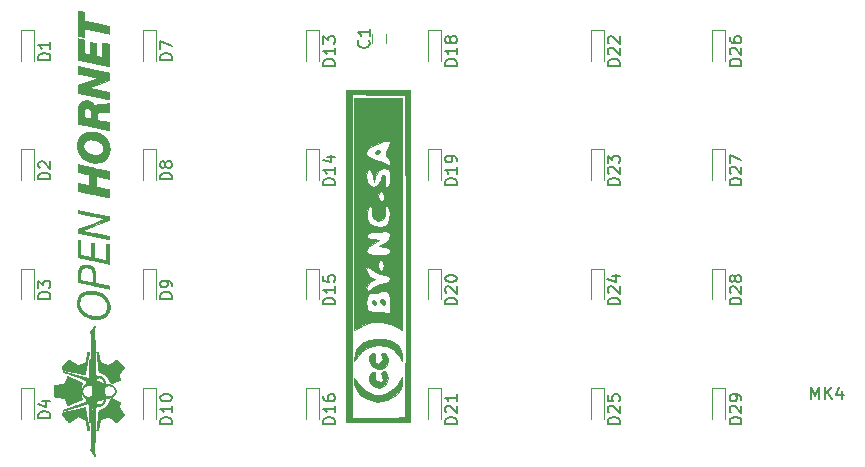
<source format=gbr>
G04 #@! TF.GenerationSoftware,KiCad,Pcbnew,(5.1.4-0-10_14)*
G04 #@! TF.CreationDate,2019-11-08T07:47:01+01:00*
G04 #@! TF.ProjectId,Caution Light Panel,43617574-696f-46e2-904c-696768742050,rev?*
G04 #@! TF.SameCoordinates,Original*
G04 #@! TF.FileFunction,Legend,Top*
G04 #@! TF.FilePolarity,Positive*
%FSLAX46Y46*%
G04 Gerber Fmt 4.6, Leading zero omitted, Abs format (unit mm)*
G04 Created by KiCad (PCBNEW (5.1.4-0-10_14)) date 2019-11-08 07:47:01*
%MOMM*%
%LPD*%
G04 APERTURE LIST*
%ADD10C,0.010000*%
%ADD11C,0.120000*%
%ADD12C,0.150000*%
G04 APERTURE END LIST*
D10*
G36*
X150691391Y-78120199D02*
G01*
X150691391Y-106211590D01*
X145813245Y-106211590D01*
X145813245Y-105875166D01*
X147971965Y-105875166D01*
X148792585Y-105866806D01*
X149488081Y-105843962D01*
X149991127Y-105809985D01*
X150234401Y-105768229D01*
X150243814Y-105762036D01*
X150260859Y-105580140D01*
X150276078Y-105087193D01*
X150289341Y-104308561D01*
X150300518Y-103269612D01*
X150309480Y-101995714D01*
X150316096Y-100512235D01*
X150320236Y-98844542D01*
X150321769Y-97018002D01*
X150320567Y-95057984D01*
X150316498Y-92989855D01*
X150313903Y-92094817D01*
X150270861Y-78540729D01*
X148042053Y-78493793D01*
X145813245Y-78446858D01*
X145813245Y-105875166D01*
X145813245Y-106211590D01*
X145308610Y-106211590D01*
X145308610Y-78120199D01*
X150691391Y-78120199D01*
X150691391Y-78120199D01*
G37*
X150691391Y-78120199D02*
X150691391Y-106211590D01*
X145813245Y-106211590D01*
X145813245Y-105875166D01*
X147971965Y-105875166D01*
X148792585Y-105866806D01*
X149488081Y-105843962D01*
X149991127Y-105809985D01*
X150234401Y-105768229D01*
X150243814Y-105762036D01*
X150260859Y-105580140D01*
X150276078Y-105087193D01*
X150289341Y-104308561D01*
X150300518Y-103269612D01*
X150309480Y-101995714D01*
X150316096Y-100512235D01*
X150320236Y-98844542D01*
X150321769Y-97018002D01*
X150320567Y-95057984D01*
X150316498Y-92989855D01*
X150313903Y-92094817D01*
X150270861Y-78540729D01*
X148042053Y-78493793D01*
X145813245Y-78446858D01*
X145813245Y-105875166D01*
X145813245Y-106211590D01*
X145308610Y-106211590D01*
X145308610Y-78120199D01*
X150691391Y-78120199D01*
G36*
X146365418Y-103032740D02*
G01*
X146925998Y-103606857D01*
X147615113Y-103908117D01*
X148359650Y-103912489D01*
X148711218Y-103803773D01*
X149240872Y-103467582D01*
X149661675Y-103009349D01*
X149677807Y-102983632D01*
X150017286Y-102426821D01*
X150017914Y-102958557D01*
X149904346Y-103463539D01*
X149521288Y-103908701D01*
X149517937Y-103911525D01*
X148748281Y-104362677D01*
X147928033Y-104494543D01*
X147112606Y-104307122D01*
X146482063Y-103911525D01*
X146090741Y-103452935D01*
X145981457Y-102975734D01*
X145981457Y-102461176D01*
X146365418Y-103032740D01*
X146365418Y-103032740D01*
G37*
X146365418Y-103032740D02*
X146925998Y-103606857D01*
X147615113Y-103908117D01*
X148359650Y-103912489D01*
X148711218Y-103803773D01*
X149240872Y-103467582D01*
X149661675Y-103009349D01*
X149677807Y-102983632D01*
X150017286Y-102426821D01*
X150017914Y-102958557D01*
X149904346Y-103463539D01*
X149521288Y-103908701D01*
X149517937Y-103911525D01*
X148748281Y-104362677D01*
X147928033Y-104494543D01*
X147112606Y-104307122D01*
X146482063Y-103911525D01*
X146090741Y-103452935D01*
X145981457Y-102975734D01*
X145981457Y-102461176D01*
X146365418Y-103032740D01*
G36*
X146020050Y-100497754D02*
G01*
X146207900Y-99933076D01*
X146624044Y-99520464D01*
X147197337Y-99259919D01*
X147856631Y-99151439D01*
X148530780Y-99195025D01*
X149148636Y-99390676D01*
X149639053Y-99738394D01*
X149930883Y-100238178D01*
X149977445Y-100497754D01*
X150020453Y-101081126D01*
X149762916Y-100620658D01*
X149280403Y-100064657D01*
X148642327Y-99748950D01*
X147928152Y-99673118D01*
X147217342Y-99836738D01*
X146589361Y-100239392D01*
X146256742Y-100639200D01*
X145974537Y-101081126D01*
X146020050Y-100497754D01*
X146020050Y-100497754D01*
G37*
X146020050Y-100497754D02*
X146207900Y-99933076D01*
X146624044Y-99520464D01*
X147197337Y-99259919D01*
X147856631Y-99151439D01*
X148530780Y-99195025D01*
X149148636Y-99390676D01*
X149639053Y-99738394D01*
X149930883Y-100238178D01*
X149977445Y-100497754D01*
X150020453Y-101081126D01*
X149762916Y-100620658D01*
X149280403Y-100064657D01*
X148642327Y-99748950D01*
X147928152Y-99673118D01*
X147217342Y-99836738D01*
X146589361Y-100239392D01*
X146256742Y-100639200D01*
X145974537Y-101081126D01*
X146020050Y-100497754D01*
G36*
X150018543Y-78793047D02*
G01*
X150018543Y-98428084D01*
X149219537Y-98019217D01*
X149009272Y-97948668D01*
X149009272Y-96976723D01*
X149009272Y-96309238D01*
X148984369Y-95808699D01*
X148922896Y-95424624D01*
X148907169Y-95375678D01*
X148685844Y-95165887D01*
X148357377Y-95114315D01*
X148102778Y-95247903D01*
X148098048Y-95255256D01*
X147883983Y-95337825D01*
X147591240Y-95321235D01*
X147259221Y-95327201D01*
X147116888Y-95538376D01*
X147116888Y-95105862D01*
X147325677Y-95008926D01*
X147654580Y-94780195D01*
X147663576Y-94773179D01*
X148117897Y-94531828D01*
X148546689Y-94440495D01*
X148897504Y-94372489D01*
X149008360Y-94138072D01*
X149009272Y-94100331D01*
X148919663Y-93844468D01*
X148598572Y-93761249D01*
X148546689Y-93760167D01*
X148224624Y-93686778D01*
X148224624Y-93423315D01*
X148399590Y-93308247D01*
X148483865Y-93031254D01*
X148410313Y-92685035D01*
X148222262Y-92463838D01*
X148210265Y-92459423D01*
X148050184Y-92547041D01*
X148000000Y-92908830D01*
X148000000Y-92081788D01*
X148564969Y-92068901D01*
X148870266Y-92013850D01*
X148992183Y-91892047D01*
X149009272Y-91756537D01*
X148885667Y-91483056D01*
X148546689Y-91370675D01*
X148084106Y-91310063D01*
X148546689Y-91080183D01*
X148927452Y-90758260D01*
X149009272Y-90448380D01*
X148987117Y-90223263D01*
X148867039Y-90109442D01*
X148568619Y-90077644D01*
X148131362Y-90093687D01*
X148131362Y-89726076D01*
X148580978Y-89638827D01*
X148831911Y-89432451D01*
X148946117Y-89063095D01*
X148963184Y-88600798D01*
X148893316Y-88179343D01*
X148746718Y-87932516D01*
X148716403Y-87918029D01*
X148696559Y-87925925D01*
X148696559Y-86369906D01*
X148897130Y-86250442D01*
X148985548Y-85994111D01*
X149007792Y-85570892D01*
X148970357Y-85128433D01*
X148892117Y-84857281D01*
X148892117Y-84420702D01*
X148992537Y-84365971D01*
X149009263Y-84189987D01*
X149009272Y-84173373D01*
X148938366Y-83901370D01*
X148841060Y-83839404D01*
X148701705Y-83704565D01*
X148687655Y-83381567D01*
X148794563Y-82992690D01*
X148876745Y-82835500D01*
X149006323Y-82522033D01*
X148879574Y-82396254D01*
X148487429Y-82456489D01*
X147921939Y-82659467D01*
X147328187Y-82943508D01*
X147035242Y-83198496D01*
X146990729Y-83344378D01*
X147004079Y-83538410D01*
X147088775Y-83681422D01*
X147311781Y-83821308D01*
X147740063Y-84005965D01*
X148134832Y-84162671D01*
X148631662Y-84353247D01*
X148892117Y-84420702D01*
X148892117Y-84857281D01*
X148879739Y-84814383D01*
X148831499Y-84758661D01*
X148438646Y-84686033D01*
X148053415Y-84875529D01*
X147779538Y-85266866D01*
X147739629Y-85393182D01*
X147604543Y-85942053D01*
X147539296Y-85395364D01*
X147413148Y-84968270D01*
X147225951Y-84836855D01*
X147058350Y-84997964D01*
X146990729Y-85416821D01*
X147094393Y-85934613D01*
X147350527Y-86244643D01*
X147676846Y-86329864D01*
X147991062Y-86173230D01*
X148210890Y-85757694D01*
X148230312Y-85673609D01*
X148352670Y-85337406D01*
X148509469Y-85272255D01*
X148512508Y-85274071D01*
X148613064Y-85509261D01*
X148585225Y-85873961D01*
X148566665Y-86244312D01*
X148696559Y-86369906D01*
X148696559Y-87925925D01*
X148581753Y-87971609D01*
X148596929Y-88294499D01*
X148604744Y-88334978D01*
X148581815Y-88814279D01*
X148335534Y-89112459D01*
X148252318Y-89122928D01*
X148252318Y-87540066D01*
X148455251Y-87393839D01*
X148504636Y-87119537D01*
X148416900Y-86781314D01*
X148252318Y-86699007D01*
X148049385Y-86845234D01*
X148000000Y-87119537D01*
X148087736Y-87457759D01*
X148252318Y-87540066D01*
X148252318Y-89122928D01*
X147928407Y-89163679D01*
X147839860Y-89140642D01*
X147590739Y-88965115D01*
X147499258Y-88591853D01*
X147495364Y-88439879D01*
X147446078Y-88019291D01*
X147296488Y-87914172D01*
X147285100Y-87917480D01*
X147096126Y-88134647D01*
X147021751Y-88536989D01*
X147064442Y-88992494D01*
X147226664Y-89369151D01*
X147257286Y-89406132D01*
X147644533Y-89647748D01*
X148131362Y-89726076D01*
X148131362Y-90093687D01*
X148043688Y-90096904D01*
X147461713Y-90151305D01*
X147145599Y-90252577D01*
X147025644Y-90423515D01*
X147024280Y-90430308D01*
X147078351Y-90642391D01*
X147386844Y-90750117D01*
X147527282Y-90767149D01*
X148084106Y-90821032D01*
X147537417Y-91119306D01*
X147137191Y-91429796D01*
X146990729Y-91749684D01*
X147028732Y-91935322D01*
X147193878Y-92035634D01*
X147562874Y-92075860D01*
X148000000Y-92081788D01*
X148000000Y-92908830D01*
X148058637Y-93316499D01*
X148224624Y-93423315D01*
X148224624Y-93686778D01*
X148075056Y-93652695D01*
X147663576Y-93427484D01*
X147268695Y-93157126D01*
X147059322Y-93130101D01*
X146991454Y-93343763D01*
X146990729Y-93387021D01*
X147122105Y-93698459D01*
X147345863Y-93904767D01*
X147700998Y-94126552D01*
X147345863Y-94375298D01*
X147102486Y-94630252D01*
X146986984Y-94905154D01*
X147035174Y-95085723D01*
X147116888Y-95105862D01*
X147116888Y-95538376D01*
X147093893Y-95572493D01*
X147068648Y-95663108D01*
X147006496Y-96159522D01*
X147018840Y-96480242D01*
X147085312Y-96706797D01*
X147259517Y-96833907D01*
X147626187Y-96898507D01*
X148042053Y-96926275D01*
X149009272Y-96976723D01*
X149009272Y-97948668D01*
X148335934Y-97722746D01*
X147462674Y-97755006D01*
X146567239Y-98117460D01*
X146528146Y-98140234D01*
X145981457Y-98462495D01*
X145981457Y-78793047D01*
X150018543Y-78793047D01*
X150018543Y-78793047D01*
G37*
X150018543Y-78793047D02*
X150018543Y-98428084D01*
X149219537Y-98019217D01*
X149009272Y-97948668D01*
X149009272Y-96976723D01*
X149009272Y-96309238D01*
X148984369Y-95808699D01*
X148922896Y-95424624D01*
X148907169Y-95375678D01*
X148685844Y-95165887D01*
X148357377Y-95114315D01*
X148102778Y-95247903D01*
X148098048Y-95255256D01*
X147883983Y-95337825D01*
X147591240Y-95321235D01*
X147259221Y-95327201D01*
X147116888Y-95538376D01*
X147116888Y-95105862D01*
X147325677Y-95008926D01*
X147654580Y-94780195D01*
X147663576Y-94773179D01*
X148117897Y-94531828D01*
X148546689Y-94440495D01*
X148897504Y-94372489D01*
X149008360Y-94138072D01*
X149009272Y-94100331D01*
X148919663Y-93844468D01*
X148598572Y-93761249D01*
X148546689Y-93760167D01*
X148224624Y-93686778D01*
X148224624Y-93423315D01*
X148399590Y-93308247D01*
X148483865Y-93031254D01*
X148410313Y-92685035D01*
X148222262Y-92463838D01*
X148210265Y-92459423D01*
X148050184Y-92547041D01*
X148000000Y-92908830D01*
X148000000Y-92081788D01*
X148564969Y-92068901D01*
X148870266Y-92013850D01*
X148992183Y-91892047D01*
X149009272Y-91756537D01*
X148885667Y-91483056D01*
X148546689Y-91370675D01*
X148084106Y-91310063D01*
X148546689Y-91080183D01*
X148927452Y-90758260D01*
X149009272Y-90448380D01*
X148987117Y-90223263D01*
X148867039Y-90109442D01*
X148568619Y-90077644D01*
X148131362Y-90093687D01*
X148131362Y-89726076D01*
X148580978Y-89638827D01*
X148831911Y-89432451D01*
X148946117Y-89063095D01*
X148963184Y-88600798D01*
X148893316Y-88179343D01*
X148746718Y-87932516D01*
X148716403Y-87918029D01*
X148696559Y-87925925D01*
X148696559Y-86369906D01*
X148897130Y-86250442D01*
X148985548Y-85994111D01*
X149007792Y-85570892D01*
X148970357Y-85128433D01*
X148892117Y-84857281D01*
X148892117Y-84420702D01*
X148992537Y-84365971D01*
X149009263Y-84189987D01*
X149009272Y-84173373D01*
X148938366Y-83901370D01*
X148841060Y-83839404D01*
X148701705Y-83704565D01*
X148687655Y-83381567D01*
X148794563Y-82992690D01*
X148876745Y-82835500D01*
X149006323Y-82522033D01*
X148879574Y-82396254D01*
X148487429Y-82456489D01*
X147921939Y-82659467D01*
X147328187Y-82943508D01*
X147035242Y-83198496D01*
X146990729Y-83344378D01*
X147004079Y-83538410D01*
X147088775Y-83681422D01*
X147311781Y-83821308D01*
X147740063Y-84005965D01*
X148134832Y-84162671D01*
X148631662Y-84353247D01*
X148892117Y-84420702D01*
X148892117Y-84857281D01*
X148879739Y-84814383D01*
X148831499Y-84758661D01*
X148438646Y-84686033D01*
X148053415Y-84875529D01*
X147779538Y-85266866D01*
X147739629Y-85393182D01*
X147604543Y-85942053D01*
X147539296Y-85395364D01*
X147413148Y-84968270D01*
X147225951Y-84836855D01*
X147058350Y-84997964D01*
X146990729Y-85416821D01*
X147094393Y-85934613D01*
X147350527Y-86244643D01*
X147676846Y-86329864D01*
X147991062Y-86173230D01*
X148210890Y-85757694D01*
X148230312Y-85673609D01*
X148352670Y-85337406D01*
X148509469Y-85272255D01*
X148512508Y-85274071D01*
X148613064Y-85509261D01*
X148585225Y-85873961D01*
X148566665Y-86244312D01*
X148696559Y-86369906D01*
X148696559Y-87925925D01*
X148581753Y-87971609D01*
X148596929Y-88294499D01*
X148604744Y-88334978D01*
X148581815Y-88814279D01*
X148335534Y-89112459D01*
X148252318Y-89122928D01*
X148252318Y-87540066D01*
X148455251Y-87393839D01*
X148504636Y-87119537D01*
X148416900Y-86781314D01*
X148252318Y-86699007D01*
X148049385Y-86845234D01*
X148000000Y-87119537D01*
X148087736Y-87457759D01*
X148252318Y-87540066D01*
X148252318Y-89122928D01*
X147928407Y-89163679D01*
X147839860Y-89140642D01*
X147590739Y-88965115D01*
X147499258Y-88591853D01*
X147495364Y-88439879D01*
X147446078Y-88019291D01*
X147296488Y-87914172D01*
X147285100Y-87917480D01*
X147096126Y-88134647D01*
X147021751Y-88536989D01*
X147064442Y-88992494D01*
X147226664Y-89369151D01*
X147257286Y-89406132D01*
X147644533Y-89647748D01*
X148131362Y-89726076D01*
X148131362Y-90093687D01*
X148043688Y-90096904D01*
X147461713Y-90151305D01*
X147145599Y-90252577D01*
X147025644Y-90423515D01*
X147024280Y-90430308D01*
X147078351Y-90642391D01*
X147386844Y-90750117D01*
X147527282Y-90767149D01*
X148084106Y-90821032D01*
X147537417Y-91119306D01*
X147137191Y-91429796D01*
X146990729Y-91749684D01*
X147028732Y-91935322D01*
X147193878Y-92035634D01*
X147562874Y-92075860D01*
X148000000Y-92081788D01*
X148000000Y-92908830D01*
X148058637Y-93316499D01*
X148224624Y-93423315D01*
X148224624Y-93686778D01*
X148075056Y-93652695D01*
X147663576Y-93427484D01*
X147268695Y-93157126D01*
X147059322Y-93130101D01*
X146991454Y-93343763D01*
X146990729Y-93387021D01*
X147122105Y-93698459D01*
X147345863Y-93904767D01*
X147700998Y-94126552D01*
X147345863Y-94375298D01*
X147102486Y-94630252D01*
X146986984Y-94905154D01*
X147035174Y-95085723D01*
X147116888Y-95105862D01*
X147116888Y-95538376D01*
X147093893Y-95572493D01*
X147068648Y-95663108D01*
X147006496Y-96159522D01*
X147018840Y-96480242D01*
X147085312Y-96706797D01*
X147259517Y-96833907D01*
X147626187Y-96898507D01*
X148042053Y-96926275D01*
X149009272Y-96976723D01*
X149009272Y-97948668D01*
X148335934Y-97722746D01*
X147462674Y-97755006D01*
X146567239Y-98117460D01*
X146528146Y-98140234D01*
X145981457Y-98462495D01*
X145981457Y-78793047D01*
X150018543Y-78793047D01*
G36*
X147247984Y-102374240D02*
G01*
X147301179Y-102248441D01*
X147512090Y-101957983D01*
X147687909Y-101946884D01*
X147740257Y-102195306D01*
X147712806Y-102340839D01*
X147748082Y-102668401D01*
X147888755Y-102776107D01*
X148247065Y-102811779D01*
X148405238Y-102625165D01*
X148336424Y-102342715D01*
X148277750Y-102045532D01*
X148396200Y-101876598D01*
X148598228Y-101919713D01*
X148689079Y-102026794D01*
X148830677Y-102524686D01*
X148657063Y-102996370D01*
X148576727Y-103087654D01*
X148144447Y-103329718D01*
X147693046Y-103245514D01*
X147410640Y-103014880D01*
X147207805Y-102702588D01*
X147247984Y-102374240D01*
X147247984Y-102374240D01*
G37*
X147247984Y-102374240D02*
X147301179Y-102248441D01*
X147512090Y-101957983D01*
X147687909Y-101946884D01*
X147740257Y-102195306D01*
X147712806Y-102340839D01*
X147748082Y-102668401D01*
X147888755Y-102776107D01*
X148247065Y-102811779D01*
X148405238Y-102625165D01*
X148336424Y-102342715D01*
X148277750Y-102045532D01*
X148396200Y-101876598D01*
X148598228Y-101919713D01*
X148689079Y-102026794D01*
X148830677Y-102524686D01*
X148657063Y-102996370D01*
X148576727Y-103087654D01*
X148144447Y-103329718D01*
X147693046Y-103245514D01*
X147410640Y-103014880D01*
X147207805Y-102702588D01*
X147247984Y-102374240D01*
G36*
X147210711Y-100709541D02*
G01*
X147310922Y-100512887D01*
X147518912Y-100361923D01*
X147691362Y-100468230D01*
X147728492Y-100758847D01*
X147717236Y-100809991D01*
X147743754Y-101146354D01*
X147970082Y-101276763D01*
X148261761Y-101157395D01*
X148413551Y-100914811D01*
X148330330Y-100737360D01*
X148247448Y-100504981D01*
X148347063Y-100401703D01*
X148577771Y-100398801D01*
X148749774Y-100624607D01*
X148825295Y-100972060D01*
X148766559Y-101334096D01*
X148712325Y-101436931D01*
X148356606Y-101711880D01*
X147903970Y-101733476D01*
X147503969Y-101510260D01*
X147206697Y-101097636D01*
X147210711Y-100709541D01*
X147210711Y-100709541D01*
G37*
X147210711Y-100709541D02*
X147310922Y-100512887D01*
X147518912Y-100361923D01*
X147691362Y-100468230D01*
X147728492Y-100758847D01*
X147717236Y-100809991D01*
X147743754Y-101146354D01*
X147970082Y-101276763D01*
X148261761Y-101157395D01*
X148413551Y-100914811D01*
X148330330Y-100737360D01*
X148247448Y-100504981D01*
X148347063Y-100401703D01*
X148577771Y-100398801D01*
X148749774Y-100624607D01*
X148825295Y-100972060D01*
X148766559Y-101334096D01*
X148712325Y-101436931D01*
X148356606Y-101711880D01*
X147903970Y-101733476D01*
X147503969Y-101510260D01*
X147206697Y-101097636D01*
X147210711Y-100709541D01*
G36*
X148266017Y-95824567D02*
G01*
X148367964Y-95820999D01*
X148590099Y-95988428D01*
X148618342Y-96189991D01*
X148434548Y-96287086D01*
X148202828Y-96151650D01*
X148168212Y-96020751D01*
X148266017Y-95824567D01*
X148266017Y-95824567D01*
G37*
X148266017Y-95824567D02*
X148367964Y-95820999D01*
X148590099Y-95988428D01*
X148618342Y-96189991D01*
X148434548Y-96287086D01*
X148202828Y-96151650D01*
X148168212Y-96020751D01*
X148266017Y-95824567D01*
G36*
X147576912Y-95850732D02*
G01*
X147663576Y-95866556D01*
X147825372Y-96081608D01*
X147831788Y-96128802D01*
X147703486Y-96282556D01*
X147663576Y-96287086D01*
X147515951Y-96150168D01*
X147495364Y-96024841D01*
X147576912Y-95850732D01*
X147576912Y-95850732D01*
G37*
X147576912Y-95850732D02*
X147663576Y-95866556D01*
X147825372Y-96081608D01*
X147831788Y-96128802D01*
X147703486Y-96282556D01*
X147663576Y-96287086D01*
X147515951Y-96150168D01*
X147495364Y-96024841D01*
X147576912Y-95850732D01*
G36*
X147747682Y-83334768D02*
G01*
X147962734Y-83172973D01*
X148009928Y-83166556D01*
X148163682Y-83294859D01*
X148168212Y-83334768D01*
X148031294Y-83482393D01*
X147905967Y-83502980D01*
X147731858Y-83421433D01*
X147747682Y-83334768D01*
X147747682Y-83334768D01*
G37*
X147747682Y-83334768D02*
X147962734Y-83172973D01*
X148009928Y-83166556D01*
X148163682Y-83294859D01*
X148168212Y-83334768D01*
X148031294Y-83482393D01*
X147905967Y-83502980D01*
X147731858Y-83421433D01*
X147747682Y-83334768D01*
G36*
X120528200Y-103603369D02*
G01*
X120528200Y-103582688D01*
X120528208Y-103512855D01*
X120528239Y-103450993D01*
X120528300Y-103396606D01*
X120528399Y-103349199D01*
X120528545Y-103308276D01*
X120528745Y-103273342D01*
X120529007Y-103243900D01*
X120529340Y-103219455D01*
X120529750Y-103199511D01*
X120530247Y-103183573D01*
X120530838Y-103171145D01*
X120531531Y-103161732D01*
X120532334Y-103154837D01*
X120533255Y-103149965D01*
X120534302Y-103146620D01*
X120535249Y-103144689D01*
X120543377Y-103134710D01*
X120552247Y-103128222D01*
X120557723Y-103126830D01*
X120570952Y-103124010D01*
X120591365Y-103119871D01*
X120618389Y-103114524D01*
X120651454Y-103108079D01*
X120689987Y-103100646D01*
X120733417Y-103092334D01*
X120781174Y-103083253D01*
X120832685Y-103073514D01*
X120887379Y-103063226D01*
X120944684Y-103052499D01*
X120983738Y-103045218D01*
X121042492Y-103034244D01*
X121099035Y-103023613D01*
X121152792Y-103013434D01*
X121203190Y-103003822D01*
X121249656Y-102994887D01*
X121291614Y-102986741D01*
X121328491Y-102979496D01*
X121359714Y-102973264D01*
X121384708Y-102968156D01*
X121402901Y-102964285D01*
X121413717Y-102961762D01*
X121416531Y-102960893D01*
X121427974Y-102953192D01*
X121436867Y-102945110D01*
X121439525Y-102940099D01*
X121445066Y-102927996D01*
X121453179Y-102909550D01*
X121463553Y-102885513D01*
X121475877Y-102856633D01*
X121489840Y-102823659D01*
X121505132Y-102787342D01*
X121521441Y-102748430D01*
X121538456Y-102707674D01*
X121555867Y-102665823D01*
X121573362Y-102623627D01*
X121590630Y-102581835D01*
X121607362Y-102541196D01*
X121623244Y-102502461D01*
X121637968Y-102466379D01*
X121651221Y-102433699D01*
X121662693Y-102405172D01*
X121672073Y-102381546D01*
X121679050Y-102363571D01*
X121683313Y-102351997D01*
X121684510Y-102348134D01*
X121685948Y-102347729D01*
X121690046Y-102348608D01*
X121697115Y-102350905D01*
X121707469Y-102354757D01*
X121721418Y-102360300D01*
X121739276Y-102367668D01*
X121761355Y-102376999D01*
X121787968Y-102388428D01*
X121819425Y-102402089D01*
X121856041Y-102418121D01*
X121898127Y-102436657D01*
X121945995Y-102457834D01*
X121999958Y-102481787D01*
X122060328Y-102508653D01*
X122127418Y-102538567D01*
X122201539Y-102571664D01*
X122283005Y-102608081D01*
X122299849Y-102615616D01*
X122368203Y-102646196D01*
X122434495Y-102675867D01*
X122498311Y-102704441D01*
X122559234Y-102731733D01*
X122616847Y-102757554D01*
X122670736Y-102781719D01*
X122720484Y-102804040D01*
X122765675Y-102824331D01*
X122805892Y-102842405D01*
X122840721Y-102858075D01*
X122869745Y-102871155D01*
X122892547Y-102881457D01*
X122908713Y-102888796D01*
X122917825Y-102892983D01*
X122919755Y-102893918D01*
X122921791Y-102896548D01*
X122922206Y-102901824D01*
X122920775Y-102910943D01*
X122917272Y-102925101D01*
X122911472Y-102945495D01*
X122907536Y-102958753D01*
X122890097Y-103019596D01*
X122872808Y-103084792D01*
X122856163Y-103152218D01*
X122840653Y-103219751D01*
X122826770Y-103285266D01*
X122815004Y-103346641D01*
X122807616Y-103390266D01*
X122804511Y-103415675D01*
X122801971Y-103447841D01*
X122800018Y-103485073D01*
X122798671Y-103525680D01*
X122797951Y-103567971D01*
X122797879Y-103610253D01*
X122798476Y-103650837D01*
X122799762Y-103688029D01*
X122801758Y-103720140D01*
X122803379Y-103736909D01*
X122809963Y-103785418D01*
X122819129Y-103840219D01*
X122830518Y-103899665D01*
X122843768Y-103962109D01*
X122858518Y-104025905D01*
X122874407Y-104089405D01*
X122891074Y-104150964D01*
X122903519Y-104193709D01*
X122910347Y-104216595D01*
X122916215Y-104236629D01*
X122920723Y-104252418D01*
X122923475Y-104262572D01*
X122924144Y-104265676D01*
X122920318Y-104267674D01*
X122909141Y-104272870D01*
X122891026Y-104281081D01*
X122866386Y-104292125D01*
X122835633Y-104305820D01*
X122799181Y-104321984D01*
X122757441Y-104340436D01*
X122710826Y-104360992D01*
X122659749Y-104383472D01*
X122604622Y-104407692D01*
X122545858Y-104433472D01*
X122483870Y-104460629D01*
X122419071Y-104488980D01*
X122351872Y-104518345D01*
X122307992Y-104537500D01*
X122239407Y-104567422D01*
X122172901Y-104596423D01*
X122108892Y-104624323D01*
X122047796Y-104650940D01*
X121990030Y-104676093D01*
X121936010Y-104699601D01*
X121886155Y-104721283D01*
X121840879Y-104740958D01*
X121800600Y-104758444D01*
X121765735Y-104773561D01*
X121736701Y-104786127D01*
X121713913Y-104795962D01*
X121697789Y-104802884D01*
X121688746Y-104806712D01*
X121686873Y-104807453D01*
X121684322Y-104803807D01*
X121678798Y-104792662D01*
X121670459Y-104774386D01*
X121659463Y-104749346D01*
X121645967Y-104717912D01*
X121630129Y-104680449D01*
X121612107Y-104637328D01*
X121592057Y-104588914D01*
X121570139Y-104535576D01*
X121565387Y-104523965D01*
X121546172Y-104477089D01*
X121527712Y-104432270D01*
X121510281Y-104390162D01*
X121494155Y-104351420D01*
X121479609Y-104316697D01*
X121466917Y-104286647D01*
X121456355Y-104261924D01*
X121448196Y-104243183D01*
X121442716Y-104231076D01*
X121440373Y-104226495D01*
X121430466Y-104215657D01*
X121418028Y-104206664D01*
X121417068Y-104206158D01*
X121410543Y-104204185D01*
X121396080Y-104200795D01*
X121374076Y-104196065D01*
X121344927Y-104190072D01*
X121309029Y-104182894D01*
X121266779Y-104174609D01*
X121218573Y-104165295D01*
X121164806Y-104155030D01*
X121105876Y-104143890D01*
X121042178Y-104131954D01*
X120979623Y-104120322D01*
X120920864Y-104109406D01*
X120864373Y-104098860D01*
X120810718Y-104088791D01*
X120760466Y-104079309D01*
X120714183Y-104070522D01*
X120672436Y-104062539D01*
X120635794Y-104055469D01*
X120604823Y-104049421D01*
X120580090Y-104044502D01*
X120562162Y-104040823D01*
X120551606Y-104038492D01*
X120548925Y-104037730D01*
X120545613Y-104036001D01*
X120542674Y-104034239D01*
X120540085Y-104031957D01*
X120537825Y-104028666D01*
X120535871Y-104023879D01*
X120534200Y-104017107D01*
X120532791Y-104007863D01*
X120531621Y-103995657D01*
X120530669Y-103980003D01*
X120529911Y-103960411D01*
X120529327Y-103936394D01*
X120528892Y-103907464D01*
X120528586Y-103873133D01*
X120528385Y-103832911D01*
X120528269Y-103786313D01*
X120528214Y-103732848D01*
X120528199Y-103672030D01*
X120528200Y-103603369D01*
X120528200Y-103603369D01*
G37*
X120528200Y-103603369D02*
X120528200Y-103582688D01*
X120528208Y-103512855D01*
X120528239Y-103450993D01*
X120528300Y-103396606D01*
X120528399Y-103349199D01*
X120528545Y-103308276D01*
X120528745Y-103273342D01*
X120529007Y-103243900D01*
X120529340Y-103219455D01*
X120529750Y-103199511D01*
X120530247Y-103183573D01*
X120530838Y-103171145D01*
X120531531Y-103161732D01*
X120532334Y-103154837D01*
X120533255Y-103149965D01*
X120534302Y-103146620D01*
X120535249Y-103144689D01*
X120543377Y-103134710D01*
X120552247Y-103128222D01*
X120557723Y-103126830D01*
X120570952Y-103124010D01*
X120591365Y-103119871D01*
X120618389Y-103114524D01*
X120651454Y-103108079D01*
X120689987Y-103100646D01*
X120733417Y-103092334D01*
X120781174Y-103083253D01*
X120832685Y-103073514D01*
X120887379Y-103063226D01*
X120944684Y-103052499D01*
X120983738Y-103045218D01*
X121042492Y-103034244D01*
X121099035Y-103023613D01*
X121152792Y-103013434D01*
X121203190Y-103003822D01*
X121249656Y-102994887D01*
X121291614Y-102986741D01*
X121328491Y-102979496D01*
X121359714Y-102973264D01*
X121384708Y-102968156D01*
X121402901Y-102964285D01*
X121413717Y-102961762D01*
X121416531Y-102960893D01*
X121427974Y-102953192D01*
X121436867Y-102945110D01*
X121439525Y-102940099D01*
X121445066Y-102927996D01*
X121453179Y-102909550D01*
X121463553Y-102885513D01*
X121475877Y-102856633D01*
X121489840Y-102823659D01*
X121505132Y-102787342D01*
X121521441Y-102748430D01*
X121538456Y-102707674D01*
X121555867Y-102665823D01*
X121573362Y-102623627D01*
X121590630Y-102581835D01*
X121607362Y-102541196D01*
X121623244Y-102502461D01*
X121637968Y-102466379D01*
X121651221Y-102433699D01*
X121662693Y-102405172D01*
X121672073Y-102381546D01*
X121679050Y-102363571D01*
X121683313Y-102351997D01*
X121684510Y-102348134D01*
X121685948Y-102347729D01*
X121690046Y-102348608D01*
X121697115Y-102350905D01*
X121707469Y-102354757D01*
X121721418Y-102360300D01*
X121739276Y-102367668D01*
X121761355Y-102376999D01*
X121787968Y-102388428D01*
X121819425Y-102402089D01*
X121856041Y-102418121D01*
X121898127Y-102436657D01*
X121945995Y-102457834D01*
X121999958Y-102481787D01*
X122060328Y-102508653D01*
X122127418Y-102538567D01*
X122201539Y-102571664D01*
X122283005Y-102608081D01*
X122299849Y-102615616D01*
X122368203Y-102646196D01*
X122434495Y-102675867D01*
X122498311Y-102704441D01*
X122559234Y-102731733D01*
X122616847Y-102757554D01*
X122670736Y-102781719D01*
X122720484Y-102804040D01*
X122765675Y-102824331D01*
X122805892Y-102842405D01*
X122840721Y-102858075D01*
X122869745Y-102871155D01*
X122892547Y-102881457D01*
X122908713Y-102888796D01*
X122917825Y-102892983D01*
X122919755Y-102893918D01*
X122921791Y-102896548D01*
X122922206Y-102901824D01*
X122920775Y-102910943D01*
X122917272Y-102925101D01*
X122911472Y-102945495D01*
X122907536Y-102958753D01*
X122890097Y-103019596D01*
X122872808Y-103084792D01*
X122856163Y-103152218D01*
X122840653Y-103219751D01*
X122826770Y-103285266D01*
X122815004Y-103346641D01*
X122807616Y-103390266D01*
X122804511Y-103415675D01*
X122801971Y-103447841D01*
X122800018Y-103485073D01*
X122798671Y-103525680D01*
X122797951Y-103567971D01*
X122797879Y-103610253D01*
X122798476Y-103650837D01*
X122799762Y-103688029D01*
X122801758Y-103720140D01*
X122803379Y-103736909D01*
X122809963Y-103785418D01*
X122819129Y-103840219D01*
X122830518Y-103899665D01*
X122843768Y-103962109D01*
X122858518Y-104025905D01*
X122874407Y-104089405D01*
X122891074Y-104150964D01*
X122903519Y-104193709D01*
X122910347Y-104216595D01*
X122916215Y-104236629D01*
X122920723Y-104252418D01*
X122923475Y-104262572D01*
X122924144Y-104265676D01*
X122920318Y-104267674D01*
X122909141Y-104272870D01*
X122891026Y-104281081D01*
X122866386Y-104292125D01*
X122835633Y-104305820D01*
X122799181Y-104321984D01*
X122757441Y-104340436D01*
X122710826Y-104360992D01*
X122659749Y-104383472D01*
X122604622Y-104407692D01*
X122545858Y-104433472D01*
X122483870Y-104460629D01*
X122419071Y-104488980D01*
X122351872Y-104518345D01*
X122307992Y-104537500D01*
X122239407Y-104567422D01*
X122172901Y-104596423D01*
X122108892Y-104624323D01*
X122047796Y-104650940D01*
X121990030Y-104676093D01*
X121936010Y-104699601D01*
X121886155Y-104721283D01*
X121840879Y-104740958D01*
X121800600Y-104758444D01*
X121765735Y-104773561D01*
X121736701Y-104786127D01*
X121713913Y-104795962D01*
X121697789Y-104802884D01*
X121688746Y-104806712D01*
X121686873Y-104807453D01*
X121684322Y-104803807D01*
X121678798Y-104792662D01*
X121670459Y-104774386D01*
X121659463Y-104749346D01*
X121645967Y-104717912D01*
X121630129Y-104680449D01*
X121612107Y-104637328D01*
X121592057Y-104588914D01*
X121570139Y-104535576D01*
X121565387Y-104523965D01*
X121546172Y-104477089D01*
X121527712Y-104432270D01*
X121510281Y-104390162D01*
X121494155Y-104351420D01*
X121479609Y-104316697D01*
X121466917Y-104286647D01*
X121456355Y-104261924D01*
X121448196Y-104243183D01*
X121442716Y-104231076D01*
X121440373Y-104226495D01*
X121430466Y-104215657D01*
X121418028Y-104206664D01*
X121417068Y-104206158D01*
X121410543Y-104204185D01*
X121396080Y-104200795D01*
X121374076Y-104196065D01*
X121344927Y-104190072D01*
X121309029Y-104182894D01*
X121266779Y-104174609D01*
X121218573Y-104165295D01*
X121164806Y-104155030D01*
X121105876Y-104143890D01*
X121042178Y-104131954D01*
X120979623Y-104120322D01*
X120920864Y-104109406D01*
X120864373Y-104098860D01*
X120810718Y-104088791D01*
X120760466Y-104079309D01*
X120714183Y-104070522D01*
X120672436Y-104062539D01*
X120635794Y-104055469D01*
X120604823Y-104049421D01*
X120580090Y-104044502D01*
X120562162Y-104040823D01*
X120551606Y-104038492D01*
X120548925Y-104037730D01*
X120545613Y-104036001D01*
X120542674Y-104034239D01*
X120540085Y-104031957D01*
X120537825Y-104028666D01*
X120535871Y-104023879D01*
X120534200Y-104017107D01*
X120532791Y-104007863D01*
X120531621Y-103995657D01*
X120530669Y-103980003D01*
X120529911Y-103960411D01*
X120529327Y-103936394D01*
X120528892Y-103907464D01*
X120528586Y-103873133D01*
X120528385Y-103832911D01*
X120528269Y-103786313D01*
X120528214Y-103732848D01*
X120528199Y-103672030D01*
X120528200Y-103603369D01*
G36*
X121190636Y-101562013D02*
G01*
X121193947Y-101557536D01*
X121202783Y-101547598D01*
X121216654Y-101532695D01*
X121235067Y-101513321D01*
X121257530Y-101489971D01*
X121283551Y-101463140D01*
X121312639Y-101433323D01*
X121344302Y-101401016D01*
X121378047Y-101366712D01*
X121413382Y-101330908D01*
X121449816Y-101294097D01*
X121486857Y-101256775D01*
X121524013Y-101219437D01*
X121560791Y-101182577D01*
X121596701Y-101146691D01*
X121631249Y-101112274D01*
X121663945Y-101079820D01*
X121694295Y-101049825D01*
X121721809Y-101022783D01*
X121745994Y-100999189D01*
X121766359Y-100979539D01*
X121782410Y-100964326D01*
X121793657Y-100954047D01*
X121799608Y-100949196D01*
X121799913Y-100949018D01*
X121815912Y-100944479D01*
X121826036Y-100944748D01*
X121832217Y-100947627D01*
X121845260Y-100955353D01*
X121865111Y-100967888D01*
X121891715Y-100985198D01*
X121925017Y-101007245D01*
X121964963Y-101033993D01*
X122011497Y-101065406D01*
X122064566Y-101101447D01*
X122124115Y-101142080D01*
X122189691Y-101186997D01*
X122247103Y-101226317D01*
X122300598Y-101262819D01*
X122349866Y-101296294D01*
X122394596Y-101326537D01*
X122434479Y-101353339D01*
X122469203Y-101376494D01*
X122498459Y-101395794D01*
X122521936Y-101411033D01*
X122539324Y-101422003D01*
X122550312Y-101428496D01*
X122554195Y-101430311D01*
X122567028Y-101432018D01*
X122577930Y-101431605D01*
X122578293Y-101431529D01*
X122584586Y-101429330D01*
X122597838Y-101424087D01*
X122617313Y-101416114D01*
X122642274Y-101405730D01*
X122671986Y-101393250D01*
X122705714Y-101378991D01*
X122742721Y-101363270D01*
X122782271Y-101346404D01*
X122823630Y-101328709D01*
X122866061Y-101310501D01*
X122908828Y-101292098D01*
X122951196Y-101273816D01*
X122992429Y-101255972D01*
X123031791Y-101238882D01*
X123068546Y-101222862D01*
X123101958Y-101208231D01*
X123131293Y-101195303D01*
X123155813Y-101184396D01*
X123174784Y-101175827D01*
X123187469Y-101169912D01*
X123193133Y-101166967D01*
X123193221Y-101166901D01*
X123203055Y-101156929D01*
X123209709Y-101147194D01*
X123211296Y-101141502D01*
X123214303Y-101128064D01*
X123218615Y-101107460D01*
X123224119Y-101080271D01*
X123230703Y-101047078D01*
X123238253Y-101008461D01*
X123246656Y-100965001D01*
X123255799Y-100917278D01*
X123265568Y-100865873D01*
X123275851Y-100811367D01*
X123286535Y-100754340D01*
X123292342Y-100723176D01*
X123304942Y-100655458D01*
X123316100Y-100595566D01*
X123325921Y-100543003D01*
X123334509Y-100497271D01*
X123341969Y-100457873D01*
X123348406Y-100424311D01*
X123353924Y-100396086D01*
X123358628Y-100372703D01*
X123362622Y-100353662D01*
X123366011Y-100338466D01*
X123368899Y-100326618D01*
X123371390Y-100317619D01*
X123373591Y-100310973D01*
X123375604Y-100306181D01*
X123377535Y-100302746D01*
X123379488Y-100300169D01*
X123381568Y-100297955D01*
X123381705Y-100297816D01*
X123394307Y-100285116D01*
X123542333Y-100282454D01*
X123541901Y-100292252D01*
X123540835Y-100298037D01*
X123537914Y-100311295D01*
X123533315Y-100331279D01*
X123527217Y-100357242D01*
X123519797Y-100388438D01*
X123511232Y-100424119D01*
X123501700Y-100463540D01*
X123491378Y-100505954D01*
X123480670Y-100549700D01*
X123457742Y-100643619D01*
X123436992Y-100729738D01*
X123418339Y-100808414D01*
X123401702Y-100880007D01*
X123386997Y-100944874D01*
X123374143Y-101003374D01*
X123363058Y-101055866D01*
X123353661Y-101102708D01*
X123350119Y-101121200D01*
X123347427Y-101135951D01*
X123343455Y-101158403D01*
X123338312Y-101187905D01*
X123332109Y-101223807D01*
X123324959Y-101265457D01*
X123316971Y-101312206D01*
X123308257Y-101363402D01*
X123298927Y-101418395D01*
X123289092Y-101476535D01*
X123278864Y-101537170D01*
X123268354Y-101599650D01*
X123257671Y-101663324D01*
X123256651Y-101669417D01*
X123246141Y-101731938D01*
X123235889Y-101792494D01*
X123225993Y-101850517D01*
X123216555Y-101905438D01*
X123207673Y-101956691D01*
X123199449Y-102003706D01*
X123191982Y-102045916D01*
X123185372Y-102082753D01*
X123179719Y-102113649D01*
X123175123Y-102138035D01*
X123171685Y-102155343D01*
X123169503Y-102165006D01*
X123169171Y-102166146D01*
X123164166Y-102180466D01*
X123160243Y-102188197D01*
X123156239Y-102190912D01*
X123151339Y-102190291D01*
X123144589Y-102188373D01*
X123136023Y-102186099D01*
X123125320Y-102183400D01*
X123112156Y-102180204D01*
X123096209Y-102176440D01*
X123077157Y-102172037D01*
X123054675Y-102166925D01*
X123028443Y-102161032D01*
X122998136Y-102154288D01*
X122963432Y-102146622D01*
X122924010Y-102137963D01*
X122879545Y-102128240D01*
X122829715Y-102117382D01*
X122774197Y-102105318D01*
X122712669Y-102091977D01*
X122644809Y-102077289D01*
X122570292Y-102061183D01*
X122488797Y-102043588D01*
X122400001Y-102024432D01*
X122303581Y-102003646D01*
X122199214Y-101981157D01*
X122196102Y-101980487D01*
X121326121Y-101793067D01*
X121258419Y-101694656D01*
X121240730Y-101668615D01*
X121224670Y-101644338D01*
X121210872Y-101622837D01*
X121199971Y-101605121D01*
X121192602Y-101592198D01*
X121189398Y-101585081D01*
X121189327Y-101584694D01*
X121189276Y-101571278D01*
X121190636Y-101562013D01*
X121190636Y-101562013D01*
G37*
X121190636Y-101562013D02*
X121193947Y-101557536D01*
X121202783Y-101547598D01*
X121216654Y-101532695D01*
X121235067Y-101513321D01*
X121257530Y-101489971D01*
X121283551Y-101463140D01*
X121312639Y-101433323D01*
X121344302Y-101401016D01*
X121378047Y-101366712D01*
X121413382Y-101330908D01*
X121449816Y-101294097D01*
X121486857Y-101256775D01*
X121524013Y-101219437D01*
X121560791Y-101182577D01*
X121596701Y-101146691D01*
X121631249Y-101112274D01*
X121663945Y-101079820D01*
X121694295Y-101049825D01*
X121721809Y-101022783D01*
X121745994Y-100999189D01*
X121766359Y-100979539D01*
X121782410Y-100964326D01*
X121793657Y-100954047D01*
X121799608Y-100949196D01*
X121799913Y-100949018D01*
X121815912Y-100944479D01*
X121826036Y-100944748D01*
X121832217Y-100947627D01*
X121845260Y-100955353D01*
X121865111Y-100967888D01*
X121891715Y-100985198D01*
X121925017Y-101007245D01*
X121964963Y-101033993D01*
X122011497Y-101065406D01*
X122064566Y-101101447D01*
X122124115Y-101142080D01*
X122189691Y-101186997D01*
X122247103Y-101226317D01*
X122300598Y-101262819D01*
X122349866Y-101296294D01*
X122394596Y-101326537D01*
X122434479Y-101353339D01*
X122469203Y-101376494D01*
X122498459Y-101395794D01*
X122521936Y-101411033D01*
X122539324Y-101422003D01*
X122550312Y-101428496D01*
X122554195Y-101430311D01*
X122567028Y-101432018D01*
X122577930Y-101431605D01*
X122578293Y-101431529D01*
X122584586Y-101429330D01*
X122597838Y-101424087D01*
X122617313Y-101416114D01*
X122642274Y-101405730D01*
X122671986Y-101393250D01*
X122705714Y-101378991D01*
X122742721Y-101363270D01*
X122782271Y-101346404D01*
X122823630Y-101328709D01*
X122866061Y-101310501D01*
X122908828Y-101292098D01*
X122951196Y-101273816D01*
X122992429Y-101255972D01*
X123031791Y-101238882D01*
X123068546Y-101222862D01*
X123101958Y-101208231D01*
X123131293Y-101195303D01*
X123155813Y-101184396D01*
X123174784Y-101175827D01*
X123187469Y-101169912D01*
X123193133Y-101166967D01*
X123193221Y-101166901D01*
X123203055Y-101156929D01*
X123209709Y-101147194D01*
X123211296Y-101141502D01*
X123214303Y-101128064D01*
X123218615Y-101107460D01*
X123224119Y-101080271D01*
X123230703Y-101047078D01*
X123238253Y-101008461D01*
X123246656Y-100965001D01*
X123255799Y-100917278D01*
X123265568Y-100865873D01*
X123275851Y-100811367D01*
X123286535Y-100754340D01*
X123292342Y-100723176D01*
X123304942Y-100655458D01*
X123316100Y-100595566D01*
X123325921Y-100543003D01*
X123334509Y-100497271D01*
X123341969Y-100457873D01*
X123348406Y-100424311D01*
X123353924Y-100396086D01*
X123358628Y-100372703D01*
X123362622Y-100353662D01*
X123366011Y-100338466D01*
X123368899Y-100326618D01*
X123371390Y-100317619D01*
X123373591Y-100310973D01*
X123375604Y-100306181D01*
X123377535Y-100302746D01*
X123379488Y-100300169D01*
X123381568Y-100297955D01*
X123381705Y-100297816D01*
X123394307Y-100285116D01*
X123542333Y-100282454D01*
X123541901Y-100292252D01*
X123540835Y-100298037D01*
X123537914Y-100311295D01*
X123533315Y-100331279D01*
X123527217Y-100357242D01*
X123519797Y-100388438D01*
X123511232Y-100424119D01*
X123501700Y-100463540D01*
X123491378Y-100505954D01*
X123480670Y-100549700D01*
X123457742Y-100643619D01*
X123436992Y-100729738D01*
X123418339Y-100808414D01*
X123401702Y-100880007D01*
X123386997Y-100944874D01*
X123374143Y-101003374D01*
X123363058Y-101055866D01*
X123353661Y-101102708D01*
X123350119Y-101121200D01*
X123347427Y-101135951D01*
X123343455Y-101158403D01*
X123338312Y-101187905D01*
X123332109Y-101223807D01*
X123324959Y-101265457D01*
X123316971Y-101312206D01*
X123308257Y-101363402D01*
X123298927Y-101418395D01*
X123289092Y-101476535D01*
X123278864Y-101537170D01*
X123268354Y-101599650D01*
X123257671Y-101663324D01*
X123256651Y-101669417D01*
X123246141Y-101731938D01*
X123235889Y-101792494D01*
X123225993Y-101850517D01*
X123216555Y-101905438D01*
X123207673Y-101956691D01*
X123199449Y-102003706D01*
X123191982Y-102045916D01*
X123185372Y-102082753D01*
X123179719Y-102113649D01*
X123175123Y-102138035D01*
X123171685Y-102155343D01*
X123169503Y-102165006D01*
X123169171Y-102166146D01*
X123164166Y-102180466D01*
X123160243Y-102188197D01*
X123156239Y-102190912D01*
X123151339Y-102190291D01*
X123144589Y-102188373D01*
X123136023Y-102186099D01*
X123125320Y-102183400D01*
X123112156Y-102180204D01*
X123096209Y-102176440D01*
X123077157Y-102172037D01*
X123054675Y-102166925D01*
X123028443Y-102161032D01*
X122998136Y-102154288D01*
X122963432Y-102146622D01*
X122924010Y-102137963D01*
X122879545Y-102128240D01*
X122829715Y-102117382D01*
X122774197Y-102105318D01*
X122712669Y-102091977D01*
X122644809Y-102077289D01*
X122570292Y-102061183D01*
X122488797Y-102043588D01*
X122400001Y-102024432D01*
X122303581Y-102003646D01*
X122199214Y-101981157D01*
X122196102Y-101980487D01*
X121326121Y-101793067D01*
X121258419Y-101694656D01*
X121240730Y-101668615D01*
X121224670Y-101644338D01*
X121210872Y-101622837D01*
X121199971Y-101605121D01*
X121192602Y-101592198D01*
X121189398Y-101585081D01*
X121189327Y-101584694D01*
X121189276Y-101571278D01*
X121190636Y-101562013D01*
G36*
X121188743Y-105591531D02*
G01*
X121189092Y-105585523D01*
X121190396Y-105579322D01*
X121193177Y-105572026D01*
X121197962Y-105562733D01*
X121205273Y-105550541D01*
X121215636Y-105534547D01*
X121229575Y-105513849D01*
X121247614Y-105487545D01*
X121257535Y-105473168D01*
X121326183Y-105373785D01*
X122212890Y-105182577D01*
X122298291Y-105164152D01*
X122381669Y-105146146D01*
X122462634Y-105128644D01*
X122540793Y-105111731D01*
X122615754Y-105095493D01*
X122687125Y-105080015D01*
X122754513Y-105065383D01*
X122817528Y-105051681D01*
X122875777Y-105038995D01*
X122928867Y-105027411D01*
X122976408Y-105017014D01*
X123018006Y-105007889D01*
X123053271Y-105000122D01*
X123081809Y-104993798D01*
X123103229Y-104989002D01*
X123117139Y-104985820D01*
X123123056Y-104984365D01*
X123137195Y-104980109D01*
X123148751Y-104976568D01*
X123153553Y-104975051D01*
X123157840Y-104975435D01*
X123161855Y-104980578D01*
X123166418Y-104991837D01*
X123169640Y-105001712D01*
X123171520Y-105009656D01*
X123174683Y-105025390D01*
X123179028Y-105048349D01*
X123184457Y-105077969D01*
X123190871Y-105113685D01*
X123198170Y-105154935D01*
X123206256Y-105201154D01*
X123215031Y-105251777D01*
X123224393Y-105306242D01*
X123234246Y-105363982D01*
X123244489Y-105424436D01*
X123255025Y-105487038D01*
X123259066Y-105511167D01*
X123273222Y-105595770D01*
X123286116Y-105672704D01*
X123297885Y-105742650D01*
X123308665Y-105806290D01*
X123318591Y-105864305D01*
X123327799Y-105917376D01*
X123336426Y-105966184D01*
X123344607Y-106011412D01*
X123352478Y-106053740D01*
X123360175Y-106093849D01*
X123367834Y-106132422D01*
X123375591Y-106170139D01*
X123383582Y-106207682D01*
X123391943Y-106245731D01*
X123400810Y-106284970D01*
X123410318Y-106326078D01*
X123420604Y-106369737D01*
X123431804Y-106416629D01*
X123444053Y-106467435D01*
X123457488Y-106522836D01*
X123472244Y-106583514D01*
X123476481Y-106600925D01*
X123487785Y-106647459D01*
X123498475Y-106691630D01*
X123508386Y-106732742D01*
X123517351Y-106770096D01*
X123525204Y-106802995D01*
X123531779Y-106830741D01*
X123536909Y-106852638D01*
X123540429Y-106867987D01*
X123542171Y-106876090D01*
X123542333Y-106877150D01*
X123540636Y-106879309D01*
X123534874Y-106880868D01*
X123524036Y-106881906D01*
X123507112Y-106882507D01*
X123483093Y-106882750D01*
X123472682Y-106882766D01*
X123443112Y-106882550D01*
X123420746Y-106881729D01*
X123404326Y-106880053D01*
X123392597Y-106877265D01*
X123384302Y-106873114D01*
X123378185Y-106867345D01*
X123375075Y-106863059D01*
X123373280Y-106857351D01*
X123370068Y-106843741D01*
X123365523Y-106822663D01*
X123359730Y-106794549D01*
X123352774Y-106759829D01*
X123344741Y-106718936D01*
X123335715Y-106672302D01*
X123325780Y-106620359D01*
X123315022Y-106563538D01*
X123303526Y-106502271D01*
X123292201Y-106441437D01*
X123279551Y-106373301D01*
X123268326Y-106312995D01*
X123258423Y-106260019D01*
X123249739Y-106213877D01*
X123242173Y-106174069D01*
X123235623Y-106140098D01*
X123229985Y-106111464D01*
X123225159Y-106087669D01*
X123221041Y-106068216D01*
X123217530Y-106052605D01*
X123214523Y-106040338D01*
X123211919Y-106030918D01*
X123209615Y-106023845D01*
X123207508Y-106018621D01*
X123205497Y-106014748D01*
X123204331Y-106012920D01*
X123202012Y-106009736D01*
X123199225Y-106006638D01*
X123195443Y-106003377D01*
X123190134Y-105999707D01*
X123182771Y-105995380D01*
X123172825Y-105990149D01*
X123159765Y-105983766D01*
X123143064Y-105975984D01*
X123122191Y-105966556D01*
X123096618Y-105955234D01*
X123065816Y-105941771D01*
X123029256Y-105925920D01*
X122986407Y-105907432D01*
X122936742Y-105886062D01*
X122890271Y-105866089D01*
X122832639Y-105841337D01*
X122782247Y-105819747D01*
X122738559Y-105801128D01*
X122701039Y-105785290D01*
X122669153Y-105772042D01*
X122642363Y-105761195D01*
X122620136Y-105752559D01*
X122601935Y-105745943D01*
X122587225Y-105741157D01*
X122575470Y-105738012D01*
X122566134Y-105736316D01*
X122558683Y-105735881D01*
X122552580Y-105736515D01*
X122547291Y-105738029D01*
X122542279Y-105740232D01*
X122539588Y-105741596D01*
X122534491Y-105744814D01*
X122522913Y-105752493D01*
X122505349Y-105764298D01*
X122482292Y-105779891D01*
X122454238Y-105798935D01*
X122421682Y-105821094D01*
X122385116Y-105846031D01*
X122345037Y-105873409D01*
X122301939Y-105902892D01*
X122256316Y-105934142D01*
X122208662Y-105966823D01*
X122187374Y-105981436D01*
X122139022Y-106014601D01*
X122092500Y-106046448D01*
X122048300Y-106076642D01*
X122006915Y-106104851D01*
X121968838Y-106130740D01*
X121934560Y-106153976D01*
X121904575Y-106174225D01*
X121879375Y-106191154D01*
X121859453Y-106204429D01*
X121845302Y-106213716D01*
X121837413Y-106218682D01*
X121836050Y-106219413D01*
X121831611Y-106221151D01*
X121827473Y-106222496D01*
X121823270Y-106223125D01*
X121818637Y-106222712D01*
X121813207Y-106220933D01*
X121806617Y-106217464D01*
X121798499Y-106211980D01*
X121788488Y-106204157D01*
X121776219Y-106193670D01*
X121761327Y-106180195D01*
X121743445Y-106163408D01*
X121722208Y-106142983D01*
X121697251Y-106118597D01*
X121668208Y-106089925D01*
X121634713Y-106056643D01*
X121596401Y-106018426D01*
X121552906Y-105974949D01*
X121503863Y-105925889D01*
X121492300Y-105914322D01*
X121188600Y-105610512D01*
X121188743Y-105591531D01*
X121188743Y-105591531D01*
G37*
X121188743Y-105591531D02*
X121189092Y-105585523D01*
X121190396Y-105579322D01*
X121193177Y-105572026D01*
X121197962Y-105562733D01*
X121205273Y-105550541D01*
X121215636Y-105534547D01*
X121229575Y-105513849D01*
X121247614Y-105487545D01*
X121257535Y-105473168D01*
X121326183Y-105373785D01*
X122212890Y-105182577D01*
X122298291Y-105164152D01*
X122381669Y-105146146D01*
X122462634Y-105128644D01*
X122540793Y-105111731D01*
X122615754Y-105095493D01*
X122687125Y-105080015D01*
X122754513Y-105065383D01*
X122817528Y-105051681D01*
X122875777Y-105038995D01*
X122928867Y-105027411D01*
X122976408Y-105017014D01*
X123018006Y-105007889D01*
X123053271Y-105000122D01*
X123081809Y-104993798D01*
X123103229Y-104989002D01*
X123117139Y-104985820D01*
X123123056Y-104984365D01*
X123137195Y-104980109D01*
X123148751Y-104976568D01*
X123153553Y-104975051D01*
X123157840Y-104975435D01*
X123161855Y-104980578D01*
X123166418Y-104991837D01*
X123169640Y-105001712D01*
X123171520Y-105009656D01*
X123174683Y-105025390D01*
X123179028Y-105048349D01*
X123184457Y-105077969D01*
X123190871Y-105113685D01*
X123198170Y-105154935D01*
X123206256Y-105201154D01*
X123215031Y-105251777D01*
X123224393Y-105306242D01*
X123234246Y-105363982D01*
X123244489Y-105424436D01*
X123255025Y-105487038D01*
X123259066Y-105511167D01*
X123273222Y-105595770D01*
X123286116Y-105672704D01*
X123297885Y-105742650D01*
X123308665Y-105806290D01*
X123318591Y-105864305D01*
X123327799Y-105917376D01*
X123336426Y-105966184D01*
X123344607Y-106011412D01*
X123352478Y-106053740D01*
X123360175Y-106093849D01*
X123367834Y-106132422D01*
X123375591Y-106170139D01*
X123383582Y-106207682D01*
X123391943Y-106245731D01*
X123400810Y-106284970D01*
X123410318Y-106326078D01*
X123420604Y-106369737D01*
X123431804Y-106416629D01*
X123444053Y-106467435D01*
X123457488Y-106522836D01*
X123472244Y-106583514D01*
X123476481Y-106600925D01*
X123487785Y-106647459D01*
X123498475Y-106691630D01*
X123508386Y-106732742D01*
X123517351Y-106770096D01*
X123525204Y-106802995D01*
X123531779Y-106830741D01*
X123536909Y-106852638D01*
X123540429Y-106867987D01*
X123542171Y-106876090D01*
X123542333Y-106877150D01*
X123540636Y-106879309D01*
X123534874Y-106880868D01*
X123524036Y-106881906D01*
X123507112Y-106882507D01*
X123483093Y-106882750D01*
X123472682Y-106882766D01*
X123443112Y-106882550D01*
X123420746Y-106881729D01*
X123404326Y-106880053D01*
X123392597Y-106877265D01*
X123384302Y-106873114D01*
X123378185Y-106867345D01*
X123375075Y-106863059D01*
X123373280Y-106857351D01*
X123370068Y-106843741D01*
X123365523Y-106822663D01*
X123359730Y-106794549D01*
X123352774Y-106759829D01*
X123344741Y-106718936D01*
X123335715Y-106672302D01*
X123325780Y-106620359D01*
X123315022Y-106563538D01*
X123303526Y-106502271D01*
X123292201Y-106441437D01*
X123279551Y-106373301D01*
X123268326Y-106312995D01*
X123258423Y-106260019D01*
X123249739Y-106213877D01*
X123242173Y-106174069D01*
X123235623Y-106140098D01*
X123229985Y-106111464D01*
X123225159Y-106087669D01*
X123221041Y-106068216D01*
X123217530Y-106052605D01*
X123214523Y-106040338D01*
X123211919Y-106030918D01*
X123209615Y-106023845D01*
X123207508Y-106018621D01*
X123205497Y-106014748D01*
X123204331Y-106012920D01*
X123202012Y-106009736D01*
X123199225Y-106006638D01*
X123195443Y-106003377D01*
X123190134Y-105999707D01*
X123182771Y-105995380D01*
X123172825Y-105990149D01*
X123159765Y-105983766D01*
X123143064Y-105975984D01*
X123122191Y-105966556D01*
X123096618Y-105955234D01*
X123065816Y-105941771D01*
X123029256Y-105925920D01*
X122986407Y-105907432D01*
X122936742Y-105886062D01*
X122890271Y-105866089D01*
X122832639Y-105841337D01*
X122782247Y-105819747D01*
X122738559Y-105801128D01*
X122701039Y-105785290D01*
X122669153Y-105772042D01*
X122642363Y-105761195D01*
X122620136Y-105752559D01*
X122601935Y-105745943D01*
X122587225Y-105741157D01*
X122575470Y-105738012D01*
X122566134Y-105736316D01*
X122558683Y-105735881D01*
X122552580Y-105736515D01*
X122547291Y-105738029D01*
X122542279Y-105740232D01*
X122539588Y-105741596D01*
X122534491Y-105744814D01*
X122522913Y-105752493D01*
X122505349Y-105764298D01*
X122482292Y-105779891D01*
X122454238Y-105798935D01*
X122421682Y-105821094D01*
X122385116Y-105846031D01*
X122345037Y-105873409D01*
X122301939Y-105902892D01*
X122256316Y-105934142D01*
X122208662Y-105966823D01*
X122187374Y-105981436D01*
X122139022Y-106014601D01*
X122092500Y-106046448D01*
X122048300Y-106076642D01*
X122006915Y-106104851D01*
X121968838Y-106130740D01*
X121934560Y-106153976D01*
X121904575Y-106174225D01*
X121879375Y-106191154D01*
X121859453Y-106204429D01*
X121845302Y-106213716D01*
X121837413Y-106218682D01*
X121836050Y-106219413D01*
X121831611Y-106221151D01*
X121827473Y-106222496D01*
X121823270Y-106223125D01*
X121818637Y-106222712D01*
X121813207Y-106220933D01*
X121806617Y-106217464D01*
X121798499Y-106211980D01*
X121788488Y-106204157D01*
X121776219Y-106193670D01*
X121761327Y-106180195D01*
X121743445Y-106163408D01*
X121722208Y-106142983D01*
X121697251Y-106118597D01*
X121668208Y-106089925D01*
X121634713Y-106056643D01*
X121596401Y-106018426D01*
X121552906Y-105974949D01*
X121503863Y-105925889D01*
X121492300Y-105914322D01*
X121188600Y-105610512D01*
X121188743Y-105591531D01*
G36*
X122568670Y-72361097D02*
G01*
X122568683Y-72269590D01*
X122568703Y-72180685D01*
X122568730Y-72094741D01*
X122568765Y-72012119D01*
X122568807Y-71933176D01*
X122568854Y-71858274D01*
X122568908Y-71787772D01*
X122568967Y-71722028D01*
X122569032Y-71661403D01*
X122569101Y-71606256D01*
X122569175Y-71556946D01*
X122569254Y-71513834D01*
X122569336Y-71477277D01*
X122569421Y-71447637D01*
X122569510Y-71425273D01*
X122569601Y-71410543D01*
X122569695Y-71403808D01*
X122569724Y-71403399D01*
X122573938Y-71404288D01*
X122585736Y-71406786D01*
X122604422Y-71410745D01*
X122629298Y-71416016D01*
X122659668Y-71422453D01*
X122694833Y-71429907D01*
X122734097Y-71438231D01*
X122776762Y-71447277D01*
X122822131Y-71456896D01*
X122835366Y-71459703D01*
X123099950Y-71515806D01*
X123101032Y-71867576D01*
X123101259Y-71933006D01*
X123101515Y-71990414D01*
X123101810Y-72040247D01*
X123102150Y-72082948D01*
X123102545Y-72118963D01*
X123103002Y-72148738D01*
X123103529Y-72172718D01*
X123104133Y-72191347D01*
X123104824Y-72205072D01*
X123105609Y-72214337D01*
X123106496Y-72219588D01*
X123107382Y-72221247D01*
X123111938Y-72222287D01*
X123124421Y-72225013D01*
X123144479Y-72229350D01*
X123171757Y-72235223D01*
X123205903Y-72242556D01*
X123246561Y-72251272D01*
X123293380Y-72261298D01*
X123346005Y-72272557D01*
X123404083Y-72284974D01*
X123467260Y-72298472D01*
X123535183Y-72312978D01*
X123607497Y-72328414D01*
X123683851Y-72344706D01*
X123763889Y-72361777D01*
X123847259Y-72379553D01*
X123933606Y-72397958D01*
X124022578Y-72416916D01*
X124113821Y-72436351D01*
X124144490Y-72442883D01*
X125176331Y-72662616D01*
X125176365Y-72995991D01*
X125176320Y-73063560D01*
X125176169Y-73123832D01*
X125175915Y-73176663D01*
X125175560Y-73221908D01*
X125175105Y-73259424D01*
X125174553Y-73289067D01*
X125173905Y-73310692D01*
X125173162Y-73324155D01*
X125172328Y-73329312D01*
X125172227Y-73329366D01*
X125167769Y-73328502D01*
X125155381Y-73325959D01*
X125135416Y-73321812D01*
X125108228Y-73316134D01*
X125074171Y-73309001D01*
X125033597Y-73300487D01*
X124986860Y-73290666D01*
X124934313Y-73279612D01*
X124876310Y-73267401D01*
X124813203Y-73254106D01*
X124745347Y-73239803D01*
X124673095Y-73224564D01*
X124596799Y-73208465D01*
X124516814Y-73191581D01*
X124433493Y-73173985D01*
X124347188Y-73155753D01*
X124258254Y-73136957D01*
X124167043Y-73117674D01*
X124137137Y-73111350D01*
X124045294Y-73091929D01*
X123955628Y-73072972D01*
X123868493Y-73054553D01*
X123784239Y-73036746D01*
X123703219Y-73019627D01*
X123625787Y-73003269D01*
X123552294Y-72987746D01*
X123483092Y-72973134D01*
X123418535Y-72959506D01*
X123358974Y-72946937D01*
X123304761Y-72935501D01*
X123256250Y-72925273D01*
X123213793Y-72916326D01*
X123177742Y-72908736D01*
X123148449Y-72902577D01*
X123126267Y-72897922D01*
X123111548Y-72894848D01*
X123104645Y-72893427D01*
X123104142Y-72893333D01*
X123103829Y-72897464D01*
X123103531Y-72909449D01*
X123103250Y-72928675D01*
X123102991Y-72954528D01*
X123102756Y-72986397D01*
X123102550Y-73023667D01*
X123102376Y-73065727D01*
X123102237Y-73111962D01*
X123102137Y-73161761D01*
X123102079Y-73214510D01*
X123102066Y-73255283D01*
X123102028Y-73309828D01*
X123101918Y-73361879D01*
X123101741Y-73410823D01*
X123101503Y-73456046D01*
X123101209Y-73496936D01*
X123100866Y-73532880D01*
X123100479Y-73563264D01*
X123100053Y-73587477D01*
X123099595Y-73604905D01*
X123099109Y-73614934D01*
X123098734Y-73617233D01*
X123094105Y-73616385D01*
X123081915Y-73613939D01*
X123062888Y-73610047D01*
X123037750Y-73604858D01*
X123007222Y-73598523D01*
X122972031Y-73591192D01*
X122932899Y-73583015D01*
X122890550Y-73574143D01*
X122845709Y-73564726D01*
X122843676Y-73564298D01*
X122798442Y-73554786D01*
X122755437Y-73545744D01*
X122715418Y-73537329D01*
X122679140Y-73529702D01*
X122647359Y-73523020D01*
X122620832Y-73517444D01*
X122600314Y-73513131D01*
X122586561Y-73510241D01*
X122580331Y-73508933D01*
X122580308Y-73508929D01*
X122568666Y-73506494D01*
X122568666Y-72454847D01*
X122568670Y-72361097D01*
X122568670Y-72361097D01*
G37*
X122568670Y-72361097D02*
X122568683Y-72269590D01*
X122568703Y-72180685D01*
X122568730Y-72094741D01*
X122568765Y-72012119D01*
X122568807Y-71933176D01*
X122568854Y-71858274D01*
X122568908Y-71787772D01*
X122568967Y-71722028D01*
X122569032Y-71661403D01*
X122569101Y-71606256D01*
X122569175Y-71556946D01*
X122569254Y-71513834D01*
X122569336Y-71477277D01*
X122569421Y-71447637D01*
X122569510Y-71425273D01*
X122569601Y-71410543D01*
X122569695Y-71403808D01*
X122569724Y-71403399D01*
X122573938Y-71404288D01*
X122585736Y-71406786D01*
X122604422Y-71410745D01*
X122629298Y-71416016D01*
X122659668Y-71422453D01*
X122694833Y-71429907D01*
X122734097Y-71438231D01*
X122776762Y-71447277D01*
X122822131Y-71456896D01*
X122835366Y-71459703D01*
X123099950Y-71515806D01*
X123101032Y-71867576D01*
X123101259Y-71933006D01*
X123101515Y-71990414D01*
X123101810Y-72040247D01*
X123102150Y-72082948D01*
X123102545Y-72118963D01*
X123103002Y-72148738D01*
X123103529Y-72172718D01*
X123104133Y-72191347D01*
X123104824Y-72205072D01*
X123105609Y-72214337D01*
X123106496Y-72219588D01*
X123107382Y-72221247D01*
X123111938Y-72222287D01*
X123124421Y-72225013D01*
X123144479Y-72229350D01*
X123171757Y-72235223D01*
X123205903Y-72242556D01*
X123246561Y-72251272D01*
X123293380Y-72261298D01*
X123346005Y-72272557D01*
X123404083Y-72284974D01*
X123467260Y-72298472D01*
X123535183Y-72312978D01*
X123607497Y-72328414D01*
X123683851Y-72344706D01*
X123763889Y-72361777D01*
X123847259Y-72379553D01*
X123933606Y-72397958D01*
X124022578Y-72416916D01*
X124113821Y-72436351D01*
X124144490Y-72442883D01*
X125176331Y-72662616D01*
X125176365Y-72995991D01*
X125176320Y-73063560D01*
X125176169Y-73123832D01*
X125175915Y-73176663D01*
X125175560Y-73221908D01*
X125175105Y-73259424D01*
X125174553Y-73289067D01*
X125173905Y-73310692D01*
X125173162Y-73324155D01*
X125172328Y-73329312D01*
X125172227Y-73329366D01*
X125167769Y-73328502D01*
X125155381Y-73325959D01*
X125135416Y-73321812D01*
X125108228Y-73316134D01*
X125074171Y-73309001D01*
X125033597Y-73300487D01*
X124986860Y-73290666D01*
X124934313Y-73279612D01*
X124876310Y-73267401D01*
X124813203Y-73254106D01*
X124745347Y-73239803D01*
X124673095Y-73224564D01*
X124596799Y-73208465D01*
X124516814Y-73191581D01*
X124433493Y-73173985D01*
X124347188Y-73155753D01*
X124258254Y-73136957D01*
X124167043Y-73117674D01*
X124137137Y-73111350D01*
X124045294Y-73091929D01*
X123955628Y-73072972D01*
X123868493Y-73054553D01*
X123784239Y-73036746D01*
X123703219Y-73019627D01*
X123625787Y-73003269D01*
X123552294Y-72987746D01*
X123483092Y-72973134D01*
X123418535Y-72959506D01*
X123358974Y-72946937D01*
X123304761Y-72935501D01*
X123256250Y-72925273D01*
X123213793Y-72916326D01*
X123177742Y-72908736D01*
X123148449Y-72902577D01*
X123126267Y-72897922D01*
X123111548Y-72894848D01*
X123104645Y-72893427D01*
X123104142Y-72893333D01*
X123103829Y-72897464D01*
X123103531Y-72909449D01*
X123103250Y-72928675D01*
X123102991Y-72954528D01*
X123102756Y-72986397D01*
X123102550Y-73023667D01*
X123102376Y-73065727D01*
X123102237Y-73111962D01*
X123102137Y-73161761D01*
X123102079Y-73214510D01*
X123102066Y-73255283D01*
X123102028Y-73309828D01*
X123101918Y-73361879D01*
X123101741Y-73410823D01*
X123101503Y-73456046D01*
X123101209Y-73496936D01*
X123100866Y-73532880D01*
X123100479Y-73563264D01*
X123100053Y-73587477D01*
X123099595Y-73604905D01*
X123099109Y-73614934D01*
X123098734Y-73617233D01*
X123094105Y-73616385D01*
X123081915Y-73613939D01*
X123062888Y-73610047D01*
X123037750Y-73604858D01*
X123007222Y-73598523D01*
X122972031Y-73591192D01*
X122932899Y-73583015D01*
X122890550Y-73574143D01*
X122845709Y-73564726D01*
X122843676Y-73564298D01*
X122798442Y-73554786D01*
X122755437Y-73545744D01*
X122715418Y-73537329D01*
X122679140Y-73529702D01*
X122647359Y-73523020D01*
X122620832Y-73517444D01*
X122600314Y-73513131D01*
X122586561Y-73510241D01*
X122580331Y-73508933D01*
X122580308Y-73508929D01*
X122568666Y-73506494D01*
X122568666Y-72454847D01*
X122568670Y-72361097D01*
G36*
X122568681Y-74554696D02*
G01*
X122568724Y-74470247D01*
X122568794Y-74388456D01*
X122568890Y-74309712D01*
X122569010Y-74234403D01*
X122569154Y-74162918D01*
X122569319Y-74095644D01*
X122569504Y-74032971D01*
X122569708Y-73975286D01*
X122569929Y-73922979D01*
X122570167Y-73876437D01*
X122570419Y-73836049D01*
X122570685Y-73802203D01*
X122570963Y-73775288D01*
X122571252Y-73755692D01*
X122571549Y-73743803D01*
X122571841Y-73740002D01*
X122576442Y-73740845D01*
X122588609Y-73743273D01*
X122607621Y-73747138D01*
X122632757Y-73752291D01*
X122663296Y-73758583D01*
X122698518Y-73765867D01*
X122737701Y-73773993D01*
X122780124Y-73782813D01*
X122825067Y-73792178D01*
X122828616Y-73792919D01*
X122873736Y-73802321D01*
X122916403Y-73811190D01*
X122955895Y-73819376D01*
X122991488Y-73826730D01*
X123022462Y-73833104D01*
X123048092Y-73838350D01*
X123067658Y-73842318D01*
X123080435Y-73844861D01*
X123085703Y-73845828D01*
X123085776Y-73845833D01*
X123086210Y-73849986D01*
X123086645Y-73862119D01*
X123087077Y-73881748D01*
X123087500Y-73908386D01*
X123087912Y-73941549D01*
X123088309Y-73980750D01*
X123088687Y-74025504D01*
X123089041Y-74075326D01*
X123089368Y-74129729D01*
X123089665Y-74188227D01*
X123089926Y-74250337D01*
X123090149Y-74315571D01*
X123090329Y-74383444D01*
X123090409Y-74422423D01*
X123091483Y-74999013D01*
X123324316Y-75048819D01*
X123367555Y-75058051D01*
X123408373Y-75066733D01*
X123446008Y-75074705D01*
X123479700Y-75081807D01*
X123508687Y-75087880D01*
X123532207Y-75092764D01*
X123549499Y-75096299D01*
X123559802Y-75098326D01*
X123562441Y-75098762D01*
X123563249Y-75097248D01*
X123563976Y-75092413D01*
X123564626Y-75083886D01*
X123565201Y-75071295D01*
X123565707Y-75054268D01*
X123566146Y-75032434D01*
X123566523Y-75005420D01*
X123566841Y-74972856D01*
X123567104Y-74934370D01*
X123567315Y-74889589D01*
X123567479Y-74838143D01*
X123567599Y-74779659D01*
X123567679Y-74713766D01*
X123567722Y-74640092D01*
X123567733Y-74571513D01*
X123567733Y-74044127D01*
X123579375Y-74046559D01*
X123585567Y-74047860D01*
X123599269Y-74050746D01*
X123619706Y-74055053D01*
X123646104Y-74060617D01*
X123677687Y-74067275D01*
X123713681Y-74074865D01*
X123753312Y-74083222D01*
X123795804Y-74092183D01*
X123831974Y-74099812D01*
X123875922Y-74109068D01*
X123917404Y-74117782D01*
X123955678Y-74125797D01*
X123990002Y-74132961D01*
X124019637Y-74139120D01*
X124043841Y-74144118D01*
X124061872Y-74147802D01*
X124072990Y-74150019D01*
X124076449Y-74150633D01*
X124076889Y-74154782D01*
X124077313Y-74166891D01*
X124077718Y-74186452D01*
X124078100Y-74212959D01*
X124078456Y-74245905D01*
X124078783Y-74284782D01*
X124079077Y-74329085D01*
X124079335Y-74378305D01*
X124079554Y-74431936D01*
X124079730Y-74489472D01*
X124079859Y-74550404D01*
X124079939Y-74614226D01*
X124079966Y-74679719D01*
X124079966Y-75208805D01*
X124089491Y-75211018D01*
X124097602Y-75212801D01*
X124112786Y-75216038D01*
X124134215Y-75220558D01*
X124161060Y-75226190D01*
X124192492Y-75232760D01*
X124227683Y-75240099D01*
X124265804Y-75248033D01*
X124306027Y-75256392D01*
X124347523Y-75265004D01*
X124389464Y-75273697D01*
X124431020Y-75282299D01*
X124471364Y-75290639D01*
X124509667Y-75298545D01*
X124545100Y-75305845D01*
X124576834Y-75312368D01*
X124604042Y-75317942D01*
X124625894Y-75322395D01*
X124641562Y-75325556D01*
X124650217Y-75327253D01*
X124651683Y-75327500D01*
X124652258Y-75323303D01*
X124652794Y-75310857D01*
X124653290Y-75290379D01*
X124653743Y-75262088D01*
X124654153Y-75226200D01*
X124654519Y-75182934D01*
X124654837Y-75132506D01*
X124655108Y-75075135D01*
X124655330Y-75011038D01*
X124655501Y-74940433D01*
X124655621Y-74863537D01*
X124655686Y-74780567D01*
X124655699Y-74719731D01*
X124655703Y-74635923D01*
X124655718Y-74560177D01*
X124655748Y-74492089D01*
X124655799Y-74431253D01*
X124655876Y-74377266D01*
X124655983Y-74329723D01*
X124656126Y-74288220D01*
X124656309Y-74252351D01*
X124656538Y-74221713D01*
X124656817Y-74195901D01*
X124657151Y-74174510D01*
X124657546Y-74157136D01*
X124658006Y-74143373D01*
X124658536Y-74132819D01*
X124659141Y-74125068D01*
X124659827Y-74119715D01*
X124660597Y-74116357D01*
X124661457Y-74114587D01*
X124662413Y-74114003D01*
X124663108Y-74114074D01*
X124668475Y-74115317D01*
X124681385Y-74118171D01*
X124701100Y-74122476D01*
X124726884Y-74128073D01*
X124758000Y-74134802D01*
X124793710Y-74142505D01*
X124833278Y-74151021D01*
X124875966Y-74160192D01*
X124921038Y-74169857D01*
X124923458Y-74170376D01*
X125176400Y-74224567D01*
X125176400Y-76098884D01*
X125166875Y-76096563D01*
X125162019Y-76095508D01*
X125149199Y-76092759D01*
X125128732Y-76088386D01*
X125100937Y-76082456D01*
X125066130Y-76075036D01*
X125024629Y-76066193D01*
X124976752Y-76055996D01*
X124922817Y-76044513D01*
X124863140Y-76031809D01*
X124798040Y-76017954D01*
X124727833Y-76003015D01*
X124652839Y-75987059D01*
X124573374Y-75970154D01*
X124489755Y-75952368D01*
X124402301Y-75933768D01*
X124311329Y-75914421D01*
X124217156Y-75894396D01*
X124120101Y-75873759D01*
X124020480Y-75852579D01*
X123918612Y-75830923D01*
X123870416Y-75820678D01*
X123767633Y-75798827D01*
X123666961Y-75777422D01*
X123568718Y-75756530D01*
X123473221Y-75736218D01*
X123380787Y-75716554D01*
X123291732Y-75697605D01*
X123206373Y-75679440D01*
X123125028Y-75662125D01*
X123048013Y-75645727D01*
X122975644Y-75630316D01*
X122908240Y-75615957D01*
X122846117Y-75602718D01*
X122789591Y-75590668D01*
X122738980Y-75579872D01*
X122694600Y-75570400D01*
X122656769Y-75562318D01*
X122625803Y-75555695D01*
X122602019Y-75550596D01*
X122585734Y-75547091D01*
X122577265Y-75545245D01*
X122576074Y-75544971D01*
X122575228Y-75544427D01*
X122574449Y-75543081D01*
X122573733Y-75540599D01*
X122573079Y-75536646D01*
X122572484Y-75530889D01*
X122571944Y-75522992D01*
X122571458Y-75512623D01*
X122571022Y-75499446D01*
X122570634Y-75483128D01*
X122570290Y-75463334D01*
X122569989Y-75439729D01*
X122569727Y-75411981D01*
X122569502Y-75379753D01*
X122569311Y-75342713D01*
X122569152Y-75300526D01*
X122569020Y-75252858D01*
X122568915Y-75199374D01*
X122568832Y-75139740D01*
X122568770Y-75073622D01*
X122568725Y-75000686D01*
X122568695Y-74920597D01*
X122568677Y-74833022D01*
X122568668Y-74737625D01*
X122568666Y-74641415D01*
X122568681Y-74554696D01*
X122568681Y-74554696D01*
G37*
X122568681Y-74554696D02*
X122568724Y-74470247D01*
X122568794Y-74388456D01*
X122568890Y-74309712D01*
X122569010Y-74234403D01*
X122569154Y-74162918D01*
X122569319Y-74095644D01*
X122569504Y-74032971D01*
X122569708Y-73975286D01*
X122569929Y-73922979D01*
X122570167Y-73876437D01*
X122570419Y-73836049D01*
X122570685Y-73802203D01*
X122570963Y-73775288D01*
X122571252Y-73755692D01*
X122571549Y-73743803D01*
X122571841Y-73740002D01*
X122576442Y-73740845D01*
X122588609Y-73743273D01*
X122607621Y-73747138D01*
X122632757Y-73752291D01*
X122663296Y-73758583D01*
X122698518Y-73765867D01*
X122737701Y-73773993D01*
X122780124Y-73782813D01*
X122825067Y-73792178D01*
X122828616Y-73792919D01*
X122873736Y-73802321D01*
X122916403Y-73811190D01*
X122955895Y-73819376D01*
X122991488Y-73826730D01*
X123022462Y-73833104D01*
X123048092Y-73838350D01*
X123067658Y-73842318D01*
X123080435Y-73844861D01*
X123085703Y-73845828D01*
X123085776Y-73845833D01*
X123086210Y-73849986D01*
X123086645Y-73862119D01*
X123087077Y-73881748D01*
X123087500Y-73908386D01*
X123087912Y-73941549D01*
X123088309Y-73980750D01*
X123088687Y-74025504D01*
X123089041Y-74075326D01*
X123089368Y-74129729D01*
X123089665Y-74188227D01*
X123089926Y-74250337D01*
X123090149Y-74315571D01*
X123090329Y-74383444D01*
X123090409Y-74422423D01*
X123091483Y-74999013D01*
X123324316Y-75048819D01*
X123367555Y-75058051D01*
X123408373Y-75066733D01*
X123446008Y-75074705D01*
X123479700Y-75081807D01*
X123508687Y-75087880D01*
X123532207Y-75092764D01*
X123549499Y-75096299D01*
X123559802Y-75098326D01*
X123562441Y-75098762D01*
X123563249Y-75097248D01*
X123563976Y-75092413D01*
X123564626Y-75083886D01*
X123565201Y-75071295D01*
X123565707Y-75054268D01*
X123566146Y-75032434D01*
X123566523Y-75005420D01*
X123566841Y-74972856D01*
X123567104Y-74934370D01*
X123567315Y-74889589D01*
X123567479Y-74838143D01*
X123567599Y-74779659D01*
X123567679Y-74713766D01*
X123567722Y-74640092D01*
X123567733Y-74571513D01*
X123567733Y-74044127D01*
X123579375Y-74046559D01*
X123585567Y-74047860D01*
X123599269Y-74050746D01*
X123619706Y-74055053D01*
X123646104Y-74060617D01*
X123677687Y-74067275D01*
X123713681Y-74074865D01*
X123753312Y-74083222D01*
X123795804Y-74092183D01*
X123831974Y-74099812D01*
X123875922Y-74109068D01*
X123917404Y-74117782D01*
X123955678Y-74125797D01*
X123990002Y-74132961D01*
X124019637Y-74139120D01*
X124043841Y-74144118D01*
X124061872Y-74147802D01*
X124072990Y-74150019D01*
X124076449Y-74150633D01*
X124076889Y-74154782D01*
X124077313Y-74166891D01*
X124077718Y-74186452D01*
X124078100Y-74212959D01*
X124078456Y-74245905D01*
X124078783Y-74284782D01*
X124079077Y-74329085D01*
X124079335Y-74378305D01*
X124079554Y-74431936D01*
X124079730Y-74489472D01*
X124079859Y-74550404D01*
X124079939Y-74614226D01*
X124079966Y-74679719D01*
X124079966Y-75208805D01*
X124089491Y-75211018D01*
X124097602Y-75212801D01*
X124112786Y-75216038D01*
X124134215Y-75220558D01*
X124161060Y-75226190D01*
X124192492Y-75232760D01*
X124227683Y-75240099D01*
X124265804Y-75248033D01*
X124306027Y-75256392D01*
X124347523Y-75265004D01*
X124389464Y-75273697D01*
X124431020Y-75282299D01*
X124471364Y-75290639D01*
X124509667Y-75298545D01*
X124545100Y-75305845D01*
X124576834Y-75312368D01*
X124604042Y-75317942D01*
X124625894Y-75322395D01*
X124641562Y-75325556D01*
X124650217Y-75327253D01*
X124651683Y-75327500D01*
X124652258Y-75323303D01*
X124652794Y-75310857D01*
X124653290Y-75290379D01*
X124653743Y-75262088D01*
X124654153Y-75226200D01*
X124654519Y-75182934D01*
X124654837Y-75132506D01*
X124655108Y-75075135D01*
X124655330Y-75011038D01*
X124655501Y-74940433D01*
X124655621Y-74863537D01*
X124655686Y-74780567D01*
X124655699Y-74719731D01*
X124655703Y-74635923D01*
X124655718Y-74560177D01*
X124655748Y-74492089D01*
X124655799Y-74431253D01*
X124655876Y-74377266D01*
X124655983Y-74329723D01*
X124656126Y-74288220D01*
X124656309Y-74252351D01*
X124656538Y-74221713D01*
X124656817Y-74195901D01*
X124657151Y-74174510D01*
X124657546Y-74157136D01*
X124658006Y-74143373D01*
X124658536Y-74132819D01*
X124659141Y-74125068D01*
X124659827Y-74119715D01*
X124660597Y-74116357D01*
X124661457Y-74114587D01*
X124662413Y-74114003D01*
X124663108Y-74114074D01*
X124668475Y-74115317D01*
X124681385Y-74118171D01*
X124701100Y-74122476D01*
X124726884Y-74128073D01*
X124758000Y-74134802D01*
X124793710Y-74142505D01*
X124833278Y-74151021D01*
X124875966Y-74160192D01*
X124921038Y-74169857D01*
X124923458Y-74170376D01*
X125176400Y-74224567D01*
X125176400Y-76098884D01*
X125166875Y-76096563D01*
X125162019Y-76095508D01*
X125149199Y-76092759D01*
X125128732Y-76088386D01*
X125100937Y-76082456D01*
X125066130Y-76075036D01*
X125024629Y-76066193D01*
X124976752Y-76055996D01*
X124922817Y-76044513D01*
X124863140Y-76031809D01*
X124798040Y-76017954D01*
X124727833Y-76003015D01*
X124652839Y-75987059D01*
X124573374Y-75970154D01*
X124489755Y-75952368D01*
X124402301Y-75933768D01*
X124311329Y-75914421D01*
X124217156Y-75894396D01*
X124120101Y-75873759D01*
X124020480Y-75852579D01*
X123918612Y-75830923D01*
X123870416Y-75820678D01*
X123767633Y-75798827D01*
X123666961Y-75777422D01*
X123568718Y-75756530D01*
X123473221Y-75736218D01*
X123380787Y-75716554D01*
X123291732Y-75697605D01*
X123206373Y-75679440D01*
X123125028Y-75662125D01*
X123048013Y-75645727D01*
X122975644Y-75630316D01*
X122908240Y-75615957D01*
X122846117Y-75602718D01*
X122789591Y-75590668D01*
X122738980Y-75579872D01*
X122694600Y-75570400D01*
X122656769Y-75562318D01*
X122625803Y-75555695D01*
X122602019Y-75550596D01*
X122585734Y-75547091D01*
X122577265Y-75545245D01*
X122576074Y-75544971D01*
X122575228Y-75544427D01*
X122574449Y-75543081D01*
X122573733Y-75540599D01*
X122573079Y-75536646D01*
X122572484Y-75530889D01*
X122571944Y-75522992D01*
X122571458Y-75512623D01*
X122571022Y-75499446D01*
X122570634Y-75483128D01*
X122570290Y-75463334D01*
X122569989Y-75439729D01*
X122569727Y-75411981D01*
X122569502Y-75379753D01*
X122569311Y-75342713D01*
X122569152Y-75300526D01*
X122569020Y-75252858D01*
X122568915Y-75199374D01*
X122568832Y-75139740D01*
X122568770Y-75073622D01*
X122568725Y-75000686D01*
X122568695Y-74920597D01*
X122568677Y-74833022D01*
X122568668Y-74737625D01*
X122568666Y-74641415D01*
X122568681Y-74554696D01*
G36*
X122568674Y-76338362D02*
G01*
X122568708Y-76286838D01*
X122568779Y-76242665D01*
X122568902Y-76205287D01*
X122569088Y-76174146D01*
X122569353Y-76148683D01*
X122569708Y-76128343D01*
X122570167Y-76112567D01*
X122570742Y-76100798D01*
X122571447Y-76092478D01*
X122572296Y-76087049D01*
X122573300Y-76083956D01*
X122574474Y-76082639D01*
X122575829Y-76082541D01*
X122576075Y-76082604D01*
X122580760Y-76083646D01*
X122593410Y-76086379D01*
X122613708Y-76090737D01*
X122641337Y-76096652D01*
X122675981Y-76104057D01*
X122717322Y-76112884D01*
X122765043Y-76123066D01*
X122818828Y-76134534D01*
X122878359Y-76147223D01*
X122943321Y-76161064D01*
X123013395Y-76175989D01*
X123088265Y-76191931D01*
X123167614Y-76208823D01*
X123251126Y-76226598D01*
X123338482Y-76245186D01*
X123429368Y-76264522D01*
X123523465Y-76284538D01*
X123620456Y-76305166D01*
X123720025Y-76326338D01*
X123821855Y-76347988D01*
X123870416Y-76358311D01*
X123973224Y-76380166D01*
X124073933Y-76401577D01*
X124172225Y-76422475D01*
X124267782Y-76442794D01*
X124360286Y-76462466D01*
X124449421Y-76481422D01*
X124534868Y-76499597D01*
X124616310Y-76516921D01*
X124693429Y-76533328D01*
X124765908Y-76548750D01*
X124833430Y-76563119D01*
X124895676Y-76576368D01*
X124952329Y-76588429D01*
X125003071Y-76599235D01*
X125047586Y-76608717D01*
X125085554Y-76616809D01*
X125116660Y-76623443D01*
X125140584Y-76628551D01*
X125157011Y-76632066D01*
X125165621Y-76633919D01*
X125166875Y-76634197D01*
X125176400Y-76636518D01*
X125176378Y-76967317D01*
X125176357Y-77298117D01*
X124323416Y-77605033D01*
X124241579Y-77634490D01*
X124161877Y-77663198D01*
X124084675Y-77691024D01*
X124010336Y-77717837D01*
X123939226Y-77743504D01*
X123871709Y-77767893D01*
X123808149Y-77790872D01*
X123748912Y-77812310D01*
X123694362Y-77832073D01*
X123644862Y-77850030D01*
X123600779Y-77866049D01*
X123562476Y-77879998D01*
X123530317Y-77891745D01*
X123504669Y-77901157D01*
X123485894Y-77908103D01*
X123474359Y-77912450D01*
X123470426Y-77914066D01*
X123470426Y-77914067D01*
X123474498Y-77915137D01*
X123486467Y-77917875D01*
X123505945Y-77922195D01*
X123532544Y-77928015D01*
X123565877Y-77935253D01*
X123605555Y-77943825D01*
X123651192Y-77953648D01*
X123702400Y-77964639D01*
X123758791Y-77976714D01*
X123819978Y-77989792D01*
X123885573Y-78003789D01*
X123955189Y-78018622D01*
X124028437Y-78034207D01*
X124104931Y-78050463D01*
X124184282Y-78067305D01*
X124266104Y-78084651D01*
X124318097Y-78095663D01*
X124401340Y-78113291D01*
X124482401Y-78130465D01*
X124560889Y-78147102D01*
X124636413Y-78163118D01*
X124708582Y-78178430D01*
X124777006Y-78192956D01*
X124841293Y-78206611D01*
X124901053Y-78219314D01*
X124955894Y-78230980D01*
X125005427Y-78241527D01*
X125049261Y-78250872D01*
X125087004Y-78258931D01*
X125118265Y-78265621D01*
X125142655Y-78270859D01*
X125159781Y-78274563D01*
X125169254Y-78276649D01*
X125171108Y-78277091D01*
X125172153Y-78279123D01*
X125173060Y-78284720D01*
X125173838Y-78294360D01*
X125174496Y-78308526D01*
X125175040Y-78327697D01*
X125175480Y-78352354D01*
X125175824Y-78382978D01*
X125176079Y-78420051D01*
X125176255Y-78464051D01*
X125176358Y-78515460D01*
X125176398Y-78574759D01*
X125176400Y-78587619D01*
X125176391Y-78646194D01*
X125176355Y-78696870D01*
X125176280Y-78740217D01*
X125176150Y-78776803D01*
X125175953Y-78807198D01*
X125175675Y-78831970D01*
X125175301Y-78851688D01*
X125174819Y-78866921D01*
X125174215Y-78878236D01*
X125173475Y-78886204D01*
X125172585Y-78891392D01*
X125171532Y-78894370D01*
X125170302Y-78895706D01*
X125168991Y-78895974D01*
X125164307Y-78895090D01*
X125151656Y-78892518D01*
X125131354Y-78888325D01*
X125103716Y-78882577D01*
X125069060Y-78875340D01*
X125027700Y-78866682D01*
X124979952Y-78856669D01*
X124926133Y-78845367D01*
X124866558Y-78832842D01*
X124801543Y-78819162D01*
X124731404Y-78804393D01*
X124656458Y-78788601D01*
X124577019Y-78771853D01*
X124493404Y-78754215D01*
X124405928Y-78735754D01*
X124314909Y-78716536D01*
X124220661Y-78696629D01*
X124123500Y-78676097D01*
X124023742Y-78655008D01*
X123921704Y-78633429D01*
X123866183Y-78621684D01*
X122570783Y-78347619D01*
X122569699Y-78014889D01*
X122569508Y-77953891D01*
X122569368Y-77900807D01*
X122569288Y-77855082D01*
X122569279Y-77816165D01*
X122569351Y-77783500D01*
X122569516Y-77756536D01*
X122569783Y-77734718D01*
X122570162Y-77717493D01*
X122570666Y-77704309D01*
X122571302Y-77694611D01*
X122572084Y-77687847D01*
X122573020Y-77683462D01*
X122574121Y-77680905D01*
X122575398Y-77679620D01*
X122576049Y-77679304D01*
X122580711Y-77677650D01*
X122592993Y-77673334D01*
X122612523Y-77666487D01*
X122638926Y-77657238D01*
X122671831Y-77645718D01*
X122710865Y-77632058D01*
X122755654Y-77616387D01*
X122805826Y-77598837D01*
X122861008Y-77579538D01*
X122920827Y-77558620D01*
X122984911Y-77536214D01*
X123052885Y-77512449D01*
X123124378Y-77487457D01*
X123199017Y-77461368D01*
X123276429Y-77434312D01*
X123356240Y-77406420D01*
X123425916Y-77382071D01*
X123507444Y-77353577D01*
X123586869Y-77325809D01*
X123663819Y-77298897D01*
X123737924Y-77272972D01*
X123808811Y-77248162D01*
X123876110Y-77224600D01*
X123939448Y-77202414D01*
X123998455Y-77181736D01*
X124052759Y-77162695D01*
X124101988Y-77145422D01*
X124145770Y-77130046D01*
X124183736Y-77116699D01*
X124215512Y-77105511D01*
X124240728Y-77096610D01*
X124259012Y-77090129D01*
X124269993Y-77086197D01*
X124273311Y-77084954D01*
X124269726Y-77083816D01*
X124258244Y-77081000D01*
X124239248Y-77076589D01*
X124213123Y-77070668D01*
X124180253Y-77063320D01*
X124141022Y-77054630D01*
X124095813Y-77044680D01*
X124045012Y-77033555D01*
X123989001Y-77021339D01*
X123928164Y-77008115D01*
X123862887Y-76993968D01*
X123793553Y-76978980D01*
X123720545Y-76963236D01*
X123644248Y-76946820D01*
X123565046Y-76929816D01*
X123483324Y-76912306D01*
X123428761Y-76900636D01*
X123345446Y-76882823D01*
X123264312Y-76865470D01*
X123185749Y-76848658D01*
X123110147Y-76832472D01*
X123037897Y-76816996D01*
X122969388Y-76802314D01*
X122905012Y-76788509D01*
X122845157Y-76775664D01*
X122790214Y-76763865D01*
X122740574Y-76753195D01*
X122696626Y-76743737D01*
X122658761Y-76735575D01*
X122627368Y-76728793D01*
X122602838Y-76723474D01*
X122585562Y-76719704D01*
X122575928Y-76717564D01*
X122573958Y-76717091D01*
X122572927Y-76715066D01*
X122572029Y-76709491D01*
X122571258Y-76699891D01*
X122570604Y-76685792D01*
X122570060Y-76666720D01*
X122569619Y-76642201D01*
X122569272Y-76611760D01*
X122569011Y-76574922D01*
X122568829Y-76531214D01*
X122568718Y-76480162D01*
X122568670Y-76421290D01*
X122568666Y-76397795D01*
X122568674Y-76338362D01*
X122568674Y-76338362D01*
G37*
X122568674Y-76338362D02*
X122568708Y-76286838D01*
X122568779Y-76242665D01*
X122568902Y-76205287D01*
X122569088Y-76174146D01*
X122569353Y-76148683D01*
X122569708Y-76128343D01*
X122570167Y-76112567D01*
X122570742Y-76100798D01*
X122571447Y-76092478D01*
X122572296Y-76087049D01*
X122573300Y-76083956D01*
X122574474Y-76082639D01*
X122575829Y-76082541D01*
X122576075Y-76082604D01*
X122580760Y-76083646D01*
X122593410Y-76086379D01*
X122613708Y-76090737D01*
X122641337Y-76096652D01*
X122675981Y-76104057D01*
X122717322Y-76112884D01*
X122765043Y-76123066D01*
X122818828Y-76134534D01*
X122878359Y-76147223D01*
X122943321Y-76161064D01*
X123013395Y-76175989D01*
X123088265Y-76191931D01*
X123167614Y-76208823D01*
X123251126Y-76226598D01*
X123338482Y-76245186D01*
X123429368Y-76264522D01*
X123523465Y-76284538D01*
X123620456Y-76305166D01*
X123720025Y-76326338D01*
X123821855Y-76347988D01*
X123870416Y-76358311D01*
X123973224Y-76380166D01*
X124073933Y-76401577D01*
X124172225Y-76422475D01*
X124267782Y-76442794D01*
X124360286Y-76462466D01*
X124449421Y-76481422D01*
X124534868Y-76499597D01*
X124616310Y-76516921D01*
X124693429Y-76533328D01*
X124765908Y-76548750D01*
X124833430Y-76563119D01*
X124895676Y-76576368D01*
X124952329Y-76588429D01*
X125003071Y-76599235D01*
X125047586Y-76608717D01*
X125085554Y-76616809D01*
X125116660Y-76623443D01*
X125140584Y-76628551D01*
X125157011Y-76632066D01*
X125165621Y-76633919D01*
X125166875Y-76634197D01*
X125176400Y-76636518D01*
X125176378Y-76967317D01*
X125176357Y-77298117D01*
X124323416Y-77605033D01*
X124241579Y-77634490D01*
X124161877Y-77663198D01*
X124084675Y-77691024D01*
X124010336Y-77717837D01*
X123939226Y-77743504D01*
X123871709Y-77767893D01*
X123808149Y-77790872D01*
X123748912Y-77812310D01*
X123694362Y-77832073D01*
X123644862Y-77850030D01*
X123600779Y-77866049D01*
X123562476Y-77879998D01*
X123530317Y-77891745D01*
X123504669Y-77901157D01*
X123485894Y-77908103D01*
X123474359Y-77912450D01*
X123470426Y-77914066D01*
X123470426Y-77914067D01*
X123474498Y-77915137D01*
X123486467Y-77917875D01*
X123505945Y-77922195D01*
X123532544Y-77928015D01*
X123565877Y-77935253D01*
X123605555Y-77943825D01*
X123651192Y-77953648D01*
X123702400Y-77964639D01*
X123758791Y-77976714D01*
X123819978Y-77989792D01*
X123885573Y-78003789D01*
X123955189Y-78018622D01*
X124028437Y-78034207D01*
X124104931Y-78050463D01*
X124184282Y-78067305D01*
X124266104Y-78084651D01*
X124318097Y-78095663D01*
X124401340Y-78113291D01*
X124482401Y-78130465D01*
X124560889Y-78147102D01*
X124636413Y-78163118D01*
X124708582Y-78178430D01*
X124777006Y-78192956D01*
X124841293Y-78206611D01*
X124901053Y-78219314D01*
X124955894Y-78230980D01*
X125005427Y-78241527D01*
X125049261Y-78250872D01*
X125087004Y-78258931D01*
X125118265Y-78265621D01*
X125142655Y-78270859D01*
X125159781Y-78274563D01*
X125169254Y-78276649D01*
X125171108Y-78277091D01*
X125172153Y-78279123D01*
X125173060Y-78284720D01*
X125173838Y-78294360D01*
X125174496Y-78308526D01*
X125175040Y-78327697D01*
X125175480Y-78352354D01*
X125175824Y-78382978D01*
X125176079Y-78420051D01*
X125176255Y-78464051D01*
X125176358Y-78515460D01*
X125176398Y-78574759D01*
X125176400Y-78587619D01*
X125176391Y-78646194D01*
X125176355Y-78696870D01*
X125176280Y-78740217D01*
X125176150Y-78776803D01*
X125175953Y-78807198D01*
X125175675Y-78831970D01*
X125175301Y-78851688D01*
X125174819Y-78866921D01*
X125174215Y-78878236D01*
X125173475Y-78886204D01*
X125172585Y-78891392D01*
X125171532Y-78894370D01*
X125170302Y-78895706D01*
X125168991Y-78895974D01*
X125164307Y-78895090D01*
X125151656Y-78892518D01*
X125131354Y-78888325D01*
X125103716Y-78882577D01*
X125069060Y-78875340D01*
X125027700Y-78866682D01*
X124979952Y-78856669D01*
X124926133Y-78845367D01*
X124866558Y-78832842D01*
X124801543Y-78819162D01*
X124731404Y-78804393D01*
X124656458Y-78788601D01*
X124577019Y-78771853D01*
X124493404Y-78754215D01*
X124405928Y-78735754D01*
X124314909Y-78716536D01*
X124220661Y-78696629D01*
X124123500Y-78676097D01*
X124023742Y-78655008D01*
X123921704Y-78633429D01*
X123866183Y-78621684D01*
X122570783Y-78347619D01*
X122569699Y-78014889D01*
X122569508Y-77953891D01*
X122569368Y-77900807D01*
X122569288Y-77855082D01*
X122569279Y-77816165D01*
X122569351Y-77783500D01*
X122569516Y-77756536D01*
X122569783Y-77734718D01*
X122570162Y-77717493D01*
X122570666Y-77704309D01*
X122571302Y-77694611D01*
X122572084Y-77687847D01*
X122573020Y-77683462D01*
X122574121Y-77680905D01*
X122575398Y-77679620D01*
X122576049Y-77679304D01*
X122580711Y-77677650D01*
X122592993Y-77673334D01*
X122612523Y-77666487D01*
X122638926Y-77657238D01*
X122671831Y-77645718D01*
X122710865Y-77632058D01*
X122755654Y-77616387D01*
X122805826Y-77598837D01*
X122861008Y-77579538D01*
X122920827Y-77558620D01*
X122984911Y-77536214D01*
X123052885Y-77512449D01*
X123124378Y-77487457D01*
X123199017Y-77461368D01*
X123276429Y-77434312D01*
X123356240Y-77406420D01*
X123425916Y-77382071D01*
X123507444Y-77353577D01*
X123586869Y-77325809D01*
X123663819Y-77298897D01*
X123737924Y-77272972D01*
X123808811Y-77248162D01*
X123876110Y-77224600D01*
X123939448Y-77202414D01*
X123998455Y-77181736D01*
X124052759Y-77162695D01*
X124101988Y-77145422D01*
X124145770Y-77130046D01*
X124183736Y-77116699D01*
X124215512Y-77105511D01*
X124240728Y-77096610D01*
X124259012Y-77090129D01*
X124269993Y-77086197D01*
X124273311Y-77084954D01*
X124269726Y-77083816D01*
X124258244Y-77081000D01*
X124239248Y-77076589D01*
X124213123Y-77070668D01*
X124180253Y-77063320D01*
X124141022Y-77054630D01*
X124095813Y-77044680D01*
X124045012Y-77033555D01*
X123989001Y-77021339D01*
X123928164Y-77008115D01*
X123862887Y-76993968D01*
X123793553Y-76978980D01*
X123720545Y-76963236D01*
X123644248Y-76946820D01*
X123565046Y-76929816D01*
X123483324Y-76912306D01*
X123428761Y-76900636D01*
X123345446Y-76882823D01*
X123264312Y-76865470D01*
X123185749Y-76848658D01*
X123110147Y-76832472D01*
X123037897Y-76816996D01*
X122969388Y-76802314D01*
X122905012Y-76788509D01*
X122845157Y-76775664D01*
X122790214Y-76763865D01*
X122740574Y-76753195D01*
X122696626Y-76743737D01*
X122658761Y-76735575D01*
X122627368Y-76728793D01*
X122602838Y-76723474D01*
X122585562Y-76719704D01*
X122575928Y-76717564D01*
X122573958Y-76717091D01*
X122572927Y-76715066D01*
X122572029Y-76709491D01*
X122571258Y-76699891D01*
X122570604Y-76685792D01*
X122570060Y-76666720D01*
X122569619Y-76642201D01*
X122569272Y-76611760D01*
X122569011Y-76574922D01*
X122568829Y-76531214D01*
X122568718Y-76480162D01*
X122568670Y-76421290D01*
X122568666Y-76397795D01*
X122568674Y-76338362D01*
G36*
X122570803Y-80307866D02*
G01*
X122570866Y-80229281D01*
X122570974Y-80158408D01*
X122571132Y-80094871D01*
X122571342Y-80038290D01*
X122571609Y-79988290D01*
X122571935Y-79944493D01*
X122572323Y-79906522D01*
X122572777Y-79873999D01*
X122573301Y-79846547D01*
X122573898Y-79823789D01*
X122574570Y-79805348D01*
X122575322Y-79790846D01*
X122576157Y-79779906D01*
X122576260Y-79778850D01*
X122588538Y-79678358D01*
X122604671Y-79585295D01*
X122624734Y-79499514D01*
X122648803Y-79420868D01*
X122676953Y-79349209D01*
X122709258Y-79284390D01*
X122745794Y-79226265D01*
X122786635Y-79174687D01*
X122831858Y-79129507D01*
X122881537Y-79090580D01*
X122935747Y-79057757D01*
X122947550Y-79051708D01*
X123007081Y-79026308D01*
X123072552Y-79006437D01*
X123144261Y-78992003D01*
X123151924Y-78990835D01*
X123181108Y-78987602D01*
X123216378Y-78985420D01*
X123255417Y-78984286D01*
X123295910Y-78984201D01*
X123335542Y-78985163D01*
X123371996Y-78987169D01*
X123402957Y-78990220D01*
X123408437Y-78990978D01*
X123487429Y-79006320D01*
X123561291Y-79028395D01*
X123630035Y-79057209D01*
X123693676Y-79092770D01*
X123752227Y-79135086D01*
X123805703Y-79184164D01*
X123846354Y-79230178D01*
X123894513Y-79296589D01*
X123937067Y-79368979D01*
X123973611Y-79446641D01*
X123980450Y-79463467D01*
X123987157Y-79480322D01*
X123992634Y-79493904D01*
X123996188Y-79502510D01*
X123997163Y-79504661D01*
X123999616Y-79501744D01*
X124005647Y-79493087D01*
X124014297Y-79480099D01*
X124022722Y-79467126D01*
X124057295Y-79420154D01*
X124096102Y-79380401D01*
X124139466Y-79347650D01*
X124187713Y-79321685D01*
X124241167Y-79302290D01*
X124285518Y-79291801D01*
X124307678Y-79288917D01*
X124337288Y-79287093D01*
X124373403Y-79286306D01*
X124415074Y-79286535D01*
X124461356Y-79287758D01*
X124511301Y-79289953D01*
X124563963Y-79293098D01*
X124618395Y-79297172D01*
X124653583Y-79300244D01*
X124716886Y-79305743D01*
X124773419Y-79309942D01*
X124822912Y-79312831D01*
X124865098Y-79314400D01*
X124899708Y-79314639D01*
X124926473Y-79313537D01*
X124943751Y-79311368D01*
X124983519Y-79299464D01*
X125018902Y-79280334D01*
X125049661Y-79254136D01*
X125071289Y-79227458D01*
X125083673Y-79209467D01*
X125176400Y-79209467D01*
X125176400Y-79949598D01*
X125154175Y-79954409D01*
X125117823Y-79961439D01*
X125080827Y-79966803D01*
X125042301Y-79970495D01*
X125001360Y-79972513D01*
X124957117Y-79972852D01*
X124908687Y-79971509D01*
X124855184Y-79968480D01*
X124795722Y-79963761D01*
X124729416Y-79957348D01*
X124683216Y-79952380D01*
X124628113Y-79946426D01*
X124580553Y-79941688D01*
X124539703Y-79938141D01*
X124504730Y-79935764D01*
X124474800Y-79934532D01*
X124449083Y-79934424D01*
X124426743Y-79935417D01*
X124406949Y-79937487D01*
X124388867Y-79940612D01*
X124374911Y-79943898D01*
X124333509Y-79958652D01*
X124297727Y-79979739D01*
X124267564Y-80007159D01*
X124243020Y-80040912D01*
X124224097Y-80080996D01*
X124215703Y-80107124D01*
X124210920Y-80125157D01*
X124206850Y-80142169D01*
X124203428Y-80159037D01*
X124200590Y-80176639D01*
X124198269Y-80195851D01*
X124196400Y-80217553D01*
X124194920Y-80242621D01*
X124193762Y-80271933D01*
X124192861Y-80306366D01*
X124192153Y-80346798D01*
X124191573Y-80394106D01*
X124191150Y-80438192D01*
X124190808Y-80479948D01*
X124190542Y-80519029D01*
X124190353Y-80554641D01*
X124190243Y-80585987D01*
X124190213Y-80612271D01*
X124190265Y-80632698D01*
X124190401Y-80646470D01*
X124190623Y-80652793D01*
X124190700Y-80653120D01*
X124194944Y-80653997D01*
X124206957Y-80656533D01*
X124226228Y-80660620D01*
X124252246Y-80666148D01*
X124284501Y-80673009D01*
X124322481Y-80681094D01*
X124365676Y-80690294D01*
X124413574Y-80700500D01*
X124465665Y-80711604D01*
X124521437Y-80723496D01*
X124580380Y-80736068D01*
X124641983Y-80749212D01*
X124683216Y-80758011D01*
X125174283Y-80862816D01*
X125176453Y-81505024D01*
X125160551Y-81502293D01*
X125155180Y-81501208D01*
X125141845Y-81498437D01*
X125120867Y-81494049D01*
X125092565Y-81488110D01*
X125057258Y-81480688D01*
X125015267Y-81471851D01*
X124966911Y-81461665D01*
X124912511Y-81450199D01*
X124852385Y-81437521D01*
X124786854Y-81423696D01*
X124716237Y-81408794D01*
X124640854Y-81392881D01*
X124561025Y-81376025D01*
X124477070Y-81358293D01*
X124389308Y-81339753D01*
X124298059Y-81320473D01*
X124203643Y-81300519D01*
X124106379Y-81279959D01*
X124006588Y-81258861D01*
X123904589Y-81237293D01*
X123857716Y-81227379D01*
X123677053Y-81189170D01*
X123677053Y-80542697D01*
X123678387Y-80538675D01*
X123679502Y-80527030D01*
X123680405Y-80508603D01*
X123681105Y-80484235D01*
X123681607Y-80454768D01*
X123681921Y-80421041D01*
X123682052Y-80383896D01*
X123682009Y-80344173D01*
X123681798Y-80302715D01*
X123681428Y-80260361D01*
X123680904Y-80217952D01*
X123680236Y-80176330D01*
X123679429Y-80136334D01*
X123678491Y-80098808D01*
X123677430Y-80064590D01*
X123676253Y-80034522D01*
X123674968Y-80009445D01*
X123673581Y-79990200D01*
X123672131Y-79977817D01*
X123659735Y-79916285D01*
X123644231Y-79862073D01*
X123625326Y-79814514D01*
X123602728Y-79772944D01*
X123576144Y-79736695D01*
X123557224Y-79716297D01*
X123522375Y-79686498D01*
X123484274Y-79663008D01*
X123442027Y-79645470D01*
X123394743Y-79633527D01*
X123341529Y-79626820D01*
X123332783Y-79626231D01*
X123284146Y-79626490D01*
X123239827Y-79633279D01*
X123200260Y-79646463D01*
X123165876Y-79665907D01*
X123143000Y-79685264D01*
X123124525Y-79706268D01*
X123109829Y-79729084D01*
X123097674Y-79755976D01*
X123087479Y-79786935D01*
X123082513Y-79804757D01*
X123078239Y-79821967D01*
X123074604Y-79839346D01*
X123071558Y-79857674D01*
X123069048Y-79877731D01*
X123067023Y-79900299D01*
X123065431Y-79926157D01*
X123064221Y-79956087D01*
X123063340Y-79990868D01*
X123062737Y-80031282D01*
X123062360Y-80078109D01*
X123062159Y-80132128D01*
X123062098Y-80170255D01*
X123061850Y-80413493D01*
X123366650Y-80477961D01*
X123416248Y-80488439D01*
X123463489Y-80498395D01*
X123507710Y-80507692D01*
X123548250Y-80516191D01*
X123584445Y-80523754D01*
X123615635Y-80530243D01*
X123641157Y-80535520D01*
X123660348Y-80539447D01*
X123672547Y-80541885D01*
X123677053Y-80542697D01*
X123677053Y-81189170D01*
X122570783Y-80955196D01*
X122570783Y-80394540D01*
X122570803Y-80307866D01*
X122570803Y-80307866D01*
G37*
X122570803Y-80307866D02*
X122570866Y-80229281D01*
X122570974Y-80158408D01*
X122571132Y-80094871D01*
X122571342Y-80038290D01*
X122571609Y-79988290D01*
X122571935Y-79944493D01*
X122572323Y-79906522D01*
X122572777Y-79873999D01*
X122573301Y-79846547D01*
X122573898Y-79823789D01*
X122574570Y-79805348D01*
X122575322Y-79790846D01*
X122576157Y-79779906D01*
X122576260Y-79778850D01*
X122588538Y-79678358D01*
X122604671Y-79585295D01*
X122624734Y-79499514D01*
X122648803Y-79420868D01*
X122676953Y-79349209D01*
X122709258Y-79284390D01*
X122745794Y-79226265D01*
X122786635Y-79174687D01*
X122831858Y-79129507D01*
X122881537Y-79090580D01*
X122935747Y-79057757D01*
X122947550Y-79051708D01*
X123007081Y-79026308D01*
X123072552Y-79006437D01*
X123144261Y-78992003D01*
X123151924Y-78990835D01*
X123181108Y-78987602D01*
X123216378Y-78985420D01*
X123255417Y-78984286D01*
X123295910Y-78984201D01*
X123335542Y-78985163D01*
X123371996Y-78987169D01*
X123402957Y-78990220D01*
X123408437Y-78990978D01*
X123487429Y-79006320D01*
X123561291Y-79028395D01*
X123630035Y-79057209D01*
X123693676Y-79092770D01*
X123752227Y-79135086D01*
X123805703Y-79184164D01*
X123846354Y-79230178D01*
X123894513Y-79296589D01*
X123937067Y-79368979D01*
X123973611Y-79446641D01*
X123980450Y-79463467D01*
X123987157Y-79480322D01*
X123992634Y-79493904D01*
X123996188Y-79502510D01*
X123997163Y-79504661D01*
X123999616Y-79501744D01*
X124005647Y-79493087D01*
X124014297Y-79480099D01*
X124022722Y-79467126D01*
X124057295Y-79420154D01*
X124096102Y-79380401D01*
X124139466Y-79347650D01*
X124187713Y-79321685D01*
X124241167Y-79302290D01*
X124285518Y-79291801D01*
X124307678Y-79288917D01*
X124337288Y-79287093D01*
X124373403Y-79286306D01*
X124415074Y-79286535D01*
X124461356Y-79287758D01*
X124511301Y-79289953D01*
X124563963Y-79293098D01*
X124618395Y-79297172D01*
X124653583Y-79300244D01*
X124716886Y-79305743D01*
X124773419Y-79309942D01*
X124822912Y-79312831D01*
X124865098Y-79314400D01*
X124899708Y-79314639D01*
X124926473Y-79313537D01*
X124943751Y-79311368D01*
X124983519Y-79299464D01*
X125018902Y-79280334D01*
X125049661Y-79254136D01*
X125071289Y-79227458D01*
X125083673Y-79209467D01*
X125176400Y-79209467D01*
X125176400Y-79949598D01*
X125154175Y-79954409D01*
X125117823Y-79961439D01*
X125080827Y-79966803D01*
X125042301Y-79970495D01*
X125001360Y-79972513D01*
X124957117Y-79972852D01*
X124908687Y-79971509D01*
X124855184Y-79968480D01*
X124795722Y-79963761D01*
X124729416Y-79957348D01*
X124683216Y-79952380D01*
X124628113Y-79946426D01*
X124580553Y-79941688D01*
X124539703Y-79938141D01*
X124504730Y-79935764D01*
X124474800Y-79934532D01*
X124449083Y-79934424D01*
X124426743Y-79935417D01*
X124406949Y-79937487D01*
X124388867Y-79940612D01*
X124374911Y-79943898D01*
X124333509Y-79958652D01*
X124297727Y-79979739D01*
X124267564Y-80007159D01*
X124243020Y-80040912D01*
X124224097Y-80080996D01*
X124215703Y-80107124D01*
X124210920Y-80125157D01*
X124206850Y-80142169D01*
X124203428Y-80159037D01*
X124200590Y-80176639D01*
X124198269Y-80195851D01*
X124196400Y-80217553D01*
X124194920Y-80242621D01*
X124193762Y-80271933D01*
X124192861Y-80306366D01*
X124192153Y-80346798D01*
X124191573Y-80394106D01*
X124191150Y-80438192D01*
X124190808Y-80479948D01*
X124190542Y-80519029D01*
X124190353Y-80554641D01*
X124190243Y-80585987D01*
X124190213Y-80612271D01*
X124190265Y-80632698D01*
X124190401Y-80646470D01*
X124190623Y-80652793D01*
X124190700Y-80653120D01*
X124194944Y-80653997D01*
X124206957Y-80656533D01*
X124226228Y-80660620D01*
X124252246Y-80666148D01*
X124284501Y-80673009D01*
X124322481Y-80681094D01*
X124365676Y-80690294D01*
X124413574Y-80700500D01*
X124465665Y-80711604D01*
X124521437Y-80723496D01*
X124580380Y-80736068D01*
X124641983Y-80749212D01*
X124683216Y-80758011D01*
X125174283Y-80862816D01*
X125176453Y-81505024D01*
X125160551Y-81502293D01*
X125155180Y-81501208D01*
X125141845Y-81498437D01*
X125120867Y-81494049D01*
X125092565Y-81488110D01*
X125057258Y-81480688D01*
X125015267Y-81471851D01*
X124966911Y-81461665D01*
X124912511Y-81450199D01*
X124852385Y-81437521D01*
X124786854Y-81423696D01*
X124716237Y-81408794D01*
X124640854Y-81392881D01*
X124561025Y-81376025D01*
X124477070Y-81358293D01*
X124389308Y-81339753D01*
X124298059Y-81320473D01*
X124203643Y-81300519D01*
X124106379Y-81279959D01*
X124006588Y-81258861D01*
X123904589Y-81237293D01*
X123857716Y-81227379D01*
X123677053Y-81189170D01*
X123677053Y-80542697D01*
X123678387Y-80538675D01*
X123679502Y-80527030D01*
X123680405Y-80508603D01*
X123681105Y-80484235D01*
X123681607Y-80454768D01*
X123681921Y-80421041D01*
X123682052Y-80383896D01*
X123682009Y-80344173D01*
X123681798Y-80302715D01*
X123681428Y-80260361D01*
X123680904Y-80217952D01*
X123680236Y-80176330D01*
X123679429Y-80136334D01*
X123678491Y-80098808D01*
X123677430Y-80064590D01*
X123676253Y-80034522D01*
X123674968Y-80009445D01*
X123673581Y-79990200D01*
X123672131Y-79977817D01*
X123659735Y-79916285D01*
X123644231Y-79862073D01*
X123625326Y-79814514D01*
X123602728Y-79772944D01*
X123576144Y-79736695D01*
X123557224Y-79716297D01*
X123522375Y-79686498D01*
X123484274Y-79663008D01*
X123442027Y-79645470D01*
X123394743Y-79633527D01*
X123341529Y-79626820D01*
X123332783Y-79626231D01*
X123284146Y-79626490D01*
X123239827Y-79633279D01*
X123200260Y-79646463D01*
X123165876Y-79665907D01*
X123143000Y-79685264D01*
X123124525Y-79706268D01*
X123109829Y-79729084D01*
X123097674Y-79755976D01*
X123087479Y-79786935D01*
X123082513Y-79804757D01*
X123078239Y-79821967D01*
X123074604Y-79839346D01*
X123071558Y-79857674D01*
X123069048Y-79877731D01*
X123067023Y-79900299D01*
X123065431Y-79926157D01*
X123064221Y-79956087D01*
X123063340Y-79990868D01*
X123062737Y-80031282D01*
X123062360Y-80078109D01*
X123062159Y-80132128D01*
X123062098Y-80170255D01*
X123061850Y-80413493D01*
X123366650Y-80477961D01*
X123416248Y-80488439D01*
X123463489Y-80498395D01*
X123507710Y-80507692D01*
X123548250Y-80516191D01*
X123584445Y-80523754D01*
X123615635Y-80530243D01*
X123641157Y-80535520D01*
X123660348Y-80539447D01*
X123672547Y-80541885D01*
X123677053Y-80542697D01*
X123677053Y-81189170D01*
X122570783Y-80955196D01*
X122570783Y-80394540D01*
X122570803Y-80307866D01*
G36*
X122584516Y-84401517D02*
G01*
X122589887Y-84402602D01*
X122603222Y-84405372D01*
X122624200Y-84409760D01*
X122652503Y-84415697D01*
X122687810Y-84423116D01*
X122729802Y-84431950D01*
X122778158Y-84442131D01*
X122832560Y-84453593D01*
X122892686Y-84466267D01*
X122958219Y-84480085D01*
X123028837Y-84494982D01*
X123104221Y-84510888D01*
X123184051Y-84527738D01*
X123268008Y-84545462D01*
X123355771Y-84563994D01*
X123447021Y-84583267D01*
X123541439Y-84603213D01*
X123638703Y-84623763D01*
X123738496Y-84644852D01*
X123840496Y-84666412D01*
X123887349Y-84676317D01*
X125174283Y-84948380D01*
X125175367Y-85283557D01*
X125175543Y-85352255D01*
X125175600Y-85412660D01*
X125175536Y-85464943D01*
X125175349Y-85509278D01*
X125175037Y-85545836D01*
X125174599Y-85574789D01*
X125174033Y-85596310D01*
X125173337Y-85610572D01*
X125172509Y-85617746D01*
X125172010Y-85618733D01*
X125167398Y-85617874D01*
X125154993Y-85615364D01*
X125135286Y-85611307D01*
X125108767Y-85605804D01*
X125075927Y-85598960D01*
X125037255Y-85590877D01*
X124993244Y-85581657D01*
X124944382Y-85571403D01*
X124891161Y-85560218D01*
X124834070Y-85548206D01*
X124773601Y-85535467D01*
X124710244Y-85522107D01*
X124644489Y-85508226D01*
X124626534Y-85504433D01*
X124560211Y-85490429D01*
X124496149Y-85476918D01*
X124434838Y-85464002D01*
X124376769Y-85451784D01*
X124322434Y-85440367D01*
X124272323Y-85429853D01*
X124226928Y-85420346D01*
X124186738Y-85411948D01*
X124152246Y-85404762D01*
X124123943Y-85398891D01*
X124102318Y-85394438D01*
X124087864Y-85391505D01*
X124081071Y-85390195D01*
X124080616Y-85390133D01*
X124079792Y-85392320D01*
X124079055Y-85399101D01*
X124078403Y-85410812D01*
X124077831Y-85427784D01*
X124077338Y-85450351D01*
X124076917Y-85478847D01*
X124076567Y-85513604D01*
X124076284Y-85554957D01*
X124076063Y-85603238D01*
X124075901Y-85658781D01*
X124075796Y-85721920D01*
X124075742Y-85792987D01*
X124075733Y-85840698D01*
X124075738Y-85912333D01*
X124075761Y-85975975D01*
X124075807Y-86032098D01*
X124075885Y-86081175D01*
X124076004Y-86123680D01*
X124076169Y-86160088D01*
X124076390Y-86190871D01*
X124076674Y-86216503D01*
X124077029Y-86237458D01*
X124077462Y-86254210D01*
X124077981Y-86267233D01*
X124078595Y-86277000D01*
X124079310Y-86283984D01*
X124080134Y-86288661D01*
X124081076Y-86291502D01*
X124082143Y-86292983D01*
X124083141Y-86293521D01*
X124088129Y-86294659D01*
X124100904Y-86297438D01*
X124120968Y-86301750D01*
X124147823Y-86307492D01*
X124180972Y-86314556D01*
X124219917Y-86322837D01*
X124264159Y-86332230D01*
X124313201Y-86342630D01*
X124366546Y-86353929D01*
X124423694Y-86366023D01*
X124484150Y-86378805D01*
X124547414Y-86392171D01*
X124612989Y-86406015D01*
X124623949Y-86408328D01*
X124689901Y-86422246D01*
X124753652Y-86435705D01*
X124814702Y-86448599D01*
X124872551Y-86460822D01*
X124926699Y-86472269D01*
X124976645Y-86482832D01*
X125021889Y-86492407D01*
X125061930Y-86500887D01*
X125096268Y-86508166D01*
X125124402Y-86514139D01*
X125145833Y-86518700D01*
X125160059Y-86521743D01*
X125166581Y-86523161D01*
X125166875Y-86523230D01*
X125176400Y-86525584D01*
X125176400Y-87196695D01*
X125111841Y-87183085D01*
X125102426Y-87181098D01*
X125085070Y-87177432D01*
X125060117Y-87172160D01*
X125027910Y-87165355D01*
X124988792Y-87157089D01*
X124943106Y-87147434D01*
X124891196Y-87136463D01*
X124833405Y-87124249D01*
X124770076Y-87110864D01*
X124701553Y-87096381D01*
X124628177Y-87080872D01*
X124550294Y-87064410D01*
X124468245Y-87047067D01*
X124382374Y-87028916D01*
X124293025Y-87010029D01*
X124200539Y-86990480D01*
X124105262Y-86970340D01*
X124007536Y-86949682D01*
X123907703Y-86928578D01*
X123807974Y-86907497D01*
X122568666Y-86645517D01*
X122568666Y-86309925D01*
X122568683Y-86257446D01*
X122568731Y-86207485D01*
X122568807Y-86160679D01*
X122568910Y-86117663D01*
X122569037Y-86079076D01*
X122569185Y-86045552D01*
X122569351Y-86017730D01*
X122569534Y-85996245D01*
X122569730Y-85981733D01*
X122569937Y-85974833D01*
X122570010Y-85974333D01*
X122574285Y-85975189D01*
X122586202Y-85977666D01*
X122605124Y-85981630D01*
X122630410Y-85986944D01*
X122661421Y-85993474D01*
X122697518Y-86001084D01*
X122738063Y-86009639D01*
X122782414Y-86019004D01*
X122829934Y-86029044D01*
X122879983Y-86039622D01*
X122931922Y-86050605D01*
X122985111Y-86061856D01*
X123038911Y-86073240D01*
X123092683Y-86084622D01*
X123145788Y-86095867D01*
X123197586Y-86106839D01*
X123247438Y-86117404D01*
X123294704Y-86127425D01*
X123338747Y-86136768D01*
X123378925Y-86145297D01*
X123414601Y-86152877D01*
X123445134Y-86159372D01*
X123469886Y-86164648D01*
X123488217Y-86168569D01*
X123499488Y-86171000D01*
X123502973Y-86171776D01*
X123512700Y-86174218D01*
X123512700Y-85722776D01*
X123512690Y-85650646D01*
X123512657Y-85586519D01*
X123512595Y-85529929D01*
X123512496Y-85480411D01*
X123512353Y-85437502D01*
X123512160Y-85400737D01*
X123511911Y-85369651D01*
X123511598Y-85343779D01*
X123511214Y-85322657D01*
X123510754Y-85305820D01*
X123510211Y-85292804D01*
X123509577Y-85283145D01*
X123508846Y-85276376D01*
X123508011Y-85272035D01*
X123507066Y-85269655D01*
X123506147Y-85268820D01*
X123501214Y-85267627D01*
X123488530Y-85264799D01*
X123468629Y-85260452D01*
X123442045Y-85254698D01*
X123409312Y-85247653D01*
X123370962Y-85239430D01*
X123327530Y-85230144D01*
X123279549Y-85219908D01*
X123227552Y-85208838D01*
X123172074Y-85197047D01*
X123113648Y-85184649D01*
X123052808Y-85171759D01*
X123035189Y-85168030D01*
X122570783Y-85069754D01*
X122568615Y-84398780D01*
X122584516Y-84401517D01*
X122584516Y-84401517D01*
G37*
X122584516Y-84401517D02*
X122589887Y-84402602D01*
X122603222Y-84405372D01*
X122624200Y-84409760D01*
X122652503Y-84415697D01*
X122687810Y-84423116D01*
X122729802Y-84431950D01*
X122778158Y-84442131D01*
X122832560Y-84453593D01*
X122892686Y-84466267D01*
X122958219Y-84480085D01*
X123028837Y-84494982D01*
X123104221Y-84510888D01*
X123184051Y-84527738D01*
X123268008Y-84545462D01*
X123355771Y-84563994D01*
X123447021Y-84583267D01*
X123541439Y-84603213D01*
X123638703Y-84623763D01*
X123738496Y-84644852D01*
X123840496Y-84666412D01*
X123887349Y-84676317D01*
X125174283Y-84948380D01*
X125175367Y-85283557D01*
X125175543Y-85352255D01*
X125175600Y-85412660D01*
X125175536Y-85464943D01*
X125175349Y-85509278D01*
X125175037Y-85545836D01*
X125174599Y-85574789D01*
X125174033Y-85596310D01*
X125173337Y-85610572D01*
X125172509Y-85617746D01*
X125172010Y-85618733D01*
X125167398Y-85617874D01*
X125154993Y-85615364D01*
X125135286Y-85611307D01*
X125108767Y-85605804D01*
X125075927Y-85598960D01*
X125037255Y-85590877D01*
X124993244Y-85581657D01*
X124944382Y-85571403D01*
X124891161Y-85560218D01*
X124834070Y-85548206D01*
X124773601Y-85535467D01*
X124710244Y-85522107D01*
X124644489Y-85508226D01*
X124626534Y-85504433D01*
X124560211Y-85490429D01*
X124496149Y-85476918D01*
X124434838Y-85464002D01*
X124376769Y-85451784D01*
X124322434Y-85440367D01*
X124272323Y-85429853D01*
X124226928Y-85420346D01*
X124186738Y-85411948D01*
X124152246Y-85404762D01*
X124123943Y-85398891D01*
X124102318Y-85394438D01*
X124087864Y-85391505D01*
X124081071Y-85390195D01*
X124080616Y-85390133D01*
X124079792Y-85392320D01*
X124079055Y-85399101D01*
X124078403Y-85410812D01*
X124077831Y-85427784D01*
X124077338Y-85450351D01*
X124076917Y-85478847D01*
X124076567Y-85513604D01*
X124076284Y-85554957D01*
X124076063Y-85603238D01*
X124075901Y-85658781D01*
X124075796Y-85721920D01*
X124075742Y-85792987D01*
X124075733Y-85840698D01*
X124075738Y-85912333D01*
X124075761Y-85975975D01*
X124075807Y-86032098D01*
X124075885Y-86081175D01*
X124076004Y-86123680D01*
X124076169Y-86160088D01*
X124076390Y-86190871D01*
X124076674Y-86216503D01*
X124077029Y-86237458D01*
X124077462Y-86254210D01*
X124077981Y-86267233D01*
X124078595Y-86277000D01*
X124079310Y-86283984D01*
X124080134Y-86288661D01*
X124081076Y-86291502D01*
X124082143Y-86292983D01*
X124083141Y-86293521D01*
X124088129Y-86294659D01*
X124100904Y-86297438D01*
X124120968Y-86301750D01*
X124147823Y-86307492D01*
X124180972Y-86314556D01*
X124219917Y-86322837D01*
X124264159Y-86332230D01*
X124313201Y-86342630D01*
X124366546Y-86353929D01*
X124423694Y-86366023D01*
X124484150Y-86378805D01*
X124547414Y-86392171D01*
X124612989Y-86406015D01*
X124623949Y-86408328D01*
X124689901Y-86422246D01*
X124753652Y-86435705D01*
X124814702Y-86448599D01*
X124872551Y-86460822D01*
X124926699Y-86472269D01*
X124976645Y-86482832D01*
X125021889Y-86492407D01*
X125061930Y-86500887D01*
X125096268Y-86508166D01*
X125124402Y-86514139D01*
X125145833Y-86518700D01*
X125160059Y-86521743D01*
X125166581Y-86523161D01*
X125166875Y-86523230D01*
X125176400Y-86525584D01*
X125176400Y-87196695D01*
X125111841Y-87183085D01*
X125102426Y-87181098D01*
X125085070Y-87177432D01*
X125060117Y-87172160D01*
X125027910Y-87165355D01*
X124988792Y-87157089D01*
X124943106Y-87147434D01*
X124891196Y-87136463D01*
X124833405Y-87124249D01*
X124770076Y-87110864D01*
X124701553Y-87096381D01*
X124628177Y-87080872D01*
X124550294Y-87064410D01*
X124468245Y-87047067D01*
X124382374Y-87028916D01*
X124293025Y-87010029D01*
X124200539Y-86990480D01*
X124105262Y-86970340D01*
X124007536Y-86949682D01*
X123907703Y-86928578D01*
X123807974Y-86907497D01*
X122568666Y-86645517D01*
X122568666Y-86309925D01*
X122568683Y-86257446D01*
X122568731Y-86207485D01*
X122568807Y-86160679D01*
X122568910Y-86117663D01*
X122569037Y-86079076D01*
X122569185Y-86045552D01*
X122569351Y-86017730D01*
X122569534Y-85996245D01*
X122569730Y-85981733D01*
X122569937Y-85974833D01*
X122570010Y-85974333D01*
X122574285Y-85975189D01*
X122586202Y-85977666D01*
X122605124Y-85981630D01*
X122630410Y-85986944D01*
X122661421Y-85993474D01*
X122697518Y-86001084D01*
X122738063Y-86009639D01*
X122782414Y-86019004D01*
X122829934Y-86029044D01*
X122879983Y-86039622D01*
X122931922Y-86050605D01*
X122985111Y-86061856D01*
X123038911Y-86073240D01*
X123092683Y-86084622D01*
X123145788Y-86095867D01*
X123197586Y-86106839D01*
X123247438Y-86117404D01*
X123294704Y-86127425D01*
X123338747Y-86136768D01*
X123378925Y-86145297D01*
X123414601Y-86152877D01*
X123445134Y-86159372D01*
X123469886Y-86164648D01*
X123488217Y-86168569D01*
X123499488Y-86171000D01*
X123502973Y-86171776D01*
X123512700Y-86174218D01*
X123512700Y-85722776D01*
X123512690Y-85650646D01*
X123512657Y-85586519D01*
X123512595Y-85529929D01*
X123512496Y-85480411D01*
X123512353Y-85437502D01*
X123512160Y-85400737D01*
X123511911Y-85369651D01*
X123511598Y-85343779D01*
X123511214Y-85322657D01*
X123510754Y-85305820D01*
X123510211Y-85292804D01*
X123509577Y-85283145D01*
X123508846Y-85276376D01*
X123508011Y-85272035D01*
X123507066Y-85269655D01*
X123506147Y-85268820D01*
X123501214Y-85267627D01*
X123488530Y-85264799D01*
X123468629Y-85260452D01*
X123442045Y-85254698D01*
X123409312Y-85247653D01*
X123370962Y-85239430D01*
X123327530Y-85230144D01*
X123279549Y-85219908D01*
X123227552Y-85208838D01*
X123172074Y-85197047D01*
X123113648Y-85184649D01*
X123052808Y-85171759D01*
X123035189Y-85168030D01*
X122570783Y-85069754D01*
X122568615Y-84398780D01*
X122584516Y-84401517D01*
G36*
X122569667Y-90056221D02*
G01*
X122570783Y-89918668D01*
X123727265Y-89456665D01*
X123822124Y-89418766D01*
X123914941Y-89381674D01*
X124005409Y-89345512D01*
X124093221Y-89310404D01*
X124178069Y-89276472D01*
X124259644Y-89243841D01*
X124337641Y-89212633D01*
X124411750Y-89182971D01*
X124481664Y-89154979D01*
X124547076Y-89128780D01*
X124607678Y-89104498D01*
X124663162Y-89082255D01*
X124713220Y-89062175D01*
X124757545Y-89044380D01*
X124795830Y-89028996D01*
X124827766Y-89016143D01*
X124853046Y-89005947D01*
X124871362Y-88998529D01*
X124882407Y-88994013D01*
X124885883Y-88992528D01*
X124881972Y-88991505D01*
X124870100Y-88988846D01*
X124850598Y-88984619D01*
X124823795Y-88978893D01*
X124790024Y-88971738D01*
X124749616Y-88963222D01*
X124702901Y-88953415D01*
X124650212Y-88942385D01*
X124591878Y-88930201D01*
X124528232Y-88916932D01*
X124459604Y-88902648D01*
X124386325Y-88887418D01*
X124308727Y-88871309D01*
X124227141Y-88854393D01*
X124141897Y-88836736D01*
X124053328Y-88818409D01*
X123961764Y-88799481D01*
X123867536Y-88780020D01*
X123770976Y-88760095D01*
X123728347Y-88751305D01*
X122568677Y-88512216D01*
X122568671Y-88394741D01*
X122568761Y-88364193D01*
X122569017Y-88336602D01*
X122569414Y-88313044D01*
X122569930Y-88294595D01*
X122570539Y-88282331D01*
X122571218Y-88277328D01*
X122571304Y-88277266D01*
X122575607Y-88278120D01*
X122587884Y-88280639D01*
X122607821Y-88284756D01*
X122635103Y-88290407D01*
X122669416Y-88297526D01*
X122710446Y-88306047D01*
X122757879Y-88315906D01*
X122811400Y-88327036D01*
X122870695Y-88339373D01*
X122935450Y-88352851D01*
X123005351Y-88367404D01*
X123080083Y-88382968D01*
X123159333Y-88399476D01*
X123242785Y-88416863D01*
X123330126Y-88435065D01*
X123421041Y-88454014D01*
X123515217Y-88473647D01*
X123612338Y-88493897D01*
X123712092Y-88514700D01*
X123814162Y-88535989D01*
X123872698Y-88548200D01*
X123975937Y-88569735D01*
X124077035Y-88590820D01*
X124175679Y-88611390D01*
X124271553Y-88631379D01*
X124364344Y-88650723D01*
X124453738Y-88669355D01*
X124539420Y-88687209D01*
X124621076Y-88704222D01*
X124698392Y-88720327D01*
X124771053Y-88735459D01*
X124838746Y-88749552D01*
X124901157Y-88762541D01*
X124957970Y-88774360D01*
X125008872Y-88784945D01*
X125053549Y-88794230D01*
X125091686Y-88802149D01*
X125122969Y-88808637D01*
X125147084Y-88813628D01*
X125163717Y-88817057D01*
X125172554Y-88818859D01*
X125173981Y-88819133D01*
X125174538Y-88823207D01*
X125174990Y-88834790D01*
X125175328Y-88852926D01*
X125175544Y-88876658D01*
X125175627Y-88905029D01*
X125175570Y-88937083D01*
X125175395Y-88967679D01*
X125174283Y-89116226D01*
X124034941Y-89569871D01*
X123940819Y-89607357D01*
X123848767Y-89644038D01*
X123759093Y-89679790D01*
X123672107Y-89714489D01*
X123588116Y-89748013D01*
X123507431Y-89780236D01*
X123430358Y-89811036D01*
X123357208Y-89840289D01*
X123288289Y-89867871D01*
X123223910Y-89893658D01*
X123164379Y-89917526D01*
X123110006Y-89939352D01*
X123061099Y-89959012D01*
X123017967Y-89976383D01*
X122980919Y-89991340D01*
X122950263Y-90003760D01*
X122926308Y-90013519D01*
X122909363Y-90020494D01*
X122899737Y-90024560D01*
X122897508Y-90025633D01*
X122901763Y-90026652D01*
X122913977Y-90029297D01*
X122933814Y-90033501D01*
X122960938Y-90039194D01*
X122995012Y-90046306D01*
X123035701Y-90054768D01*
X123082668Y-90064511D01*
X123135578Y-90075465D01*
X123194095Y-90087561D01*
X123257882Y-90100729D01*
X123326604Y-90114901D01*
X123399924Y-90130007D01*
X123477506Y-90145976D01*
X123559014Y-90162741D01*
X123644113Y-90180232D01*
X123732466Y-90198379D01*
X123823738Y-90217113D01*
X123917591Y-90236365D01*
X124013690Y-90256065D01*
X124036850Y-90260811D01*
X125174283Y-90493872D01*
X125175405Y-90619891D01*
X125175700Y-90655860D01*
X125175842Y-90684235D01*
X125175787Y-90705890D01*
X125175489Y-90721699D01*
X125174904Y-90732533D01*
X125173988Y-90739265D01*
X125172694Y-90742770D01*
X125170980Y-90743919D01*
X125169055Y-90743665D01*
X125164537Y-90742671D01*
X125152120Y-90740008D01*
X125132188Y-90735758D01*
X125105127Y-90730001D01*
X125071321Y-90722819D01*
X125031155Y-90714294D01*
X124985013Y-90704507D01*
X124933281Y-90693538D01*
X124876342Y-90681471D01*
X124814582Y-90668385D01*
X124748385Y-90654363D01*
X124678136Y-90639486D01*
X124604219Y-90623834D01*
X124527020Y-90607490D01*
X124446923Y-90590535D01*
X124364312Y-90573050D01*
X124279573Y-90555117D01*
X124193090Y-90536817D01*
X124105248Y-90518231D01*
X124016432Y-90499441D01*
X123927025Y-90480527D01*
X123837414Y-90461573D01*
X123747982Y-90442658D01*
X123659114Y-90423864D01*
X123571196Y-90405273D01*
X123484611Y-90386966D01*
X123399745Y-90369024D01*
X123316981Y-90351529D01*
X123236706Y-90334562D01*
X123159303Y-90318204D01*
X123085157Y-90302538D01*
X123014653Y-90287643D01*
X122948175Y-90273602D01*
X122886109Y-90260496D01*
X122828839Y-90248406D01*
X122776750Y-90237414D01*
X122730226Y-90227601D01*
X122689652Y-90219049D01*
X122655413Y-90211838D01*
X122627893Y-90206050D01*
X122607477Y-90201767D01*
X122594551Y-90199070D01*
X122590834Y-90198305D01*
X122568552Y-90193775D01*
X122569667Y-90056221D01*
X122569667Y-90056221D01*
G37*
X122569667Y-90056221D02*
X122570783Y-89918668D01*
X123727265Y-89456665D01*
X123822124Y-89418766D01*
X123914941Y-89381674D01*
X124005409Y-89345512D01*
X124093221Y-89310404D01*
X124178069Y-89276472D01*
X124259644Y-89243841D01*
X124337641Y-89212633D01*
X124411750Y-89182971D01*
X124481664Y-89154979D01*
X124547076Y-89128780D01*
X124607678Y-89104498D01*
X124663162Y-89082255D01*
X124713220Y-89062175D01*
X124757545Y-89044380D01*
X124795830Y-89028996D01*
X124827766Y-89016143D01*
X124853046Y-89005947D01*
X124871362Y-88998529D01*
X124882407Y-88994013D01*
X124885883Y-88992528D01*
X124881972Y-88991505D01*
X124870100Y-88988846D01*
X124850598Y-88984619D01*
X124823795Y-88978893D01*
X124790024Y-88971738D01*
X124749616Y-88963222D01*
X124702901Y-88953415D01*
X124650212Y-88942385D01*
X124591878Y-88930201D01*
X124528232Y-88916932D01*
X124459604Y-88902648D01*
X124386325Y-88887418D01*
X124308727Y-88871309D01*
X124227141Y-88854393D01*
X124141897Y-88836736D01*
X124053328Y-88818409D01*
X123961764Y-88799481D01*
X123867536Y-88780020D01*
X123770976Y-88760095D01*
X123728347Y-88751305D01*
X122568677Y-88512216D01*
X122568671Y-88394741D01*
X122568761Y-88364193D01*
X122569017Y-88336602D01*
X122569414Y-88313044D01*
X122569930Y-88294595D01*
X122570539Y-88282331D01*
X122571218Y-88277328D01*
X122571304Y-88277266D01*
X122575607Y-88278120D01*
X122587884Y-88280639D01*
X122607821Y-88284756D01*
X122635103Y-88290407D01*
X122669416Y-88297526D01*
X122710446Y-88306047D01*
X122757879Y-88315906D01*
X122811400Y-88327036D01*
X122870695Y-88339373D01*
X122935450Y-88352851D01*
X123005351Y-88367404D01*
X123080083Y-88382968D01*
X123159333Y-88399476D01*
X123242785Y-88416863D01*
X123330126Y-88435065D01*
X123421041Y-88454014D01*
X123515217Y-88473647D01*
X123612338Y-88493897D01*
X123712092Y-88514700D01*
X123814162Y-88535989D01*
X123872698Y-88548200D01*
X123975937Y-88569735D01*
X124077035Y-88590820D01*
X124175679Y-88611390D01*
X124271553Y-88631379D01*
X124364344Y-88650723D01*
X124453738Y-88669355D01*
X124539420Y-88687209D01*
X124621076Y-88704222D01*
X124698392Y-88720327D01*
X124771053Y-88735459D01*
X124838746Y-88749552D01*
X124901157Y-88762541D01*
X124957970Y-88774360D01*
X125008872Y-88784945D01*
X125053549Y-88794230D01*
X125091686Y-88802149D01*
X125122969Y-88808637D01*
X125147084Y-88813628D01*
X125163717Y-88817057D01*
X125172554Y-88818859D01*
X125173981Y-88819133D01*
X125174538Y-88823207D01*
X125174990Y-88834790D01*
X125175328Y-88852926D01*
X125175544Y-88876658D01*
X125175627Y-88905029D01*
X125175570Y-88937083D01*
X125175395Y-88967679D01*
X125174283Y-89116226D01*
X124034941Y-89569871D01*
X123940819Y-89607357D01*
X123848767Y-89644038D01*
X123759093Y-89679790D01*
X123672107Y-89714489D01*
X123588116Y-89748013D01*
X123507431Y-89780236D01*
X123430358Y-89811036D01*
X123357208Y-89840289D01*
X123288289Y-89867871D01*
X123223910Y-89893658D01*
X123164379Y-89917526D01*
X123110006Y-89939352D01*
X123061099Y-89959012D01*
X123017967Y-89976383D01*
X122980919Y-89991340D01*
X122950263Y-90003760D01*
X122926308Y-90013519D01*
X122909363Y-90020494D01*
X122899737Y-90024560D01*
X122897508Y-90025633D01*
X122901763Y-90026652D01*
X122913977Y-90029297D01*
X122933814Y-90033501D01*
X122960938Y-90039194D01*
X122995012Y-90046306D01*
X123035701Y-90054768D01*
X123082668Y-90064511D01*
X123135578Y-90075465D01*
X123194095Y-90087561D01*
X123257882Y-90100729D01*
X123326604Y-90114901D01*
X123399924Y-90130007D01*
X123477506Y-90145976D01*
X123559014Y-90162741D01*
X123644113Y-90180232D01*
X123732466Y-90198379D01*
X123823738Y-90217113D01*
X123917591Y-90236365D01*
X124013690Y-90256065D01*
X124036850Y-90260811D01*
X125174283Y-90493872D01*
X125175405Y-90619891D01*
X125175700Y-90655860D01*
X125175842Y-90684235D01*
X125175787Y-90705890D01*
X125175489Y-90721699D01*
X125174904Y-90732533D01*
X125173988Y-90739265D01*
X125172694Y-90742770D01*
X125170980Y-90743919D01*
X125169055Y-90743665D01*
X125164537Y-90742671D01*
X125152120Y-90740008D01*
X125132188Y-90735758D01*
X125105127Y-90730001D01*
X125071321Y-90722819D01*
X125031155Y-90714294D01*
X124985013Y-90704507D01*
X124933281Y-90693538D01*
X124876342Y-90681471D01*
X124814582Y-90668385D01*
X124748385Y-90654363D01*
X124678136Y-90639486D01*
X124604219Y-90623834D01*
X124527020Y-90607490D01*
X124446923Y-90590535D01*
X124364312Y-90573050D01*
X124279573Y-90555117D01*
X124193090Y-90536817D01*
X124105248Y-90518231D01*
X124016432Y-90499441D01*
X123927025Y-90480527D01*
X123837414Y-90461573D01*
X123747982Y-90442658D01*
X123659114Y-90423864D01*
X123571196Y-90405273D01*
X123484611Y-90386966D01*
X123399745Y-90369024D01*
X123316981Y-90351529D01*
X123236706Y-90334562D01*
X123159303Y-90318204D01*
X123085157Y-90302538D01*
X123014653Y-90287643D01*
X122948175Y-90273602D01*
X122886109Y-90260496D01*
X122828839Y-90248406D01*
X122776750Y-90237414D01*
X122730226Y-90227601D01*
X122689652Y-90219049D01*
X122655413Y-90211838D01*
X122627893Y-90206050D01*
X122607477Y-90201767D01*
X122594551Y-90199070D01*
X122590834Y-90198305D01*
X122568552Y-90193775D01*
X122569667Y-90056221D01*
G36*
X122568669Y-91422232D02*
G01*
X122568680Y-91337085D01*
X122568704Y-91259673D01*
X122568743Y-91189631D01*
X122568801Y-91126593D01*
X122568882Y-91070195D01*
X122568990Y-91020071D01*
X122569128Y-90975854D01*
X122569299Y-90937180D01*
X122569508Y-90903683D01*
X122569759Y-90874998D01*
X122570054Y-90850758D01*
X122570398Y-90830600D01*
X122570793Y-90814156D01*
X122571245Y-90801061D01*
X122571755Y-90790951D01*
X122572329Y-90783459D01*
X122572970Y-90778220D01*
X122573680Y-90774869D01*
X122574465Y-90773039D01*
X122575327Y-90772366D01*
X122576075Y-90772414D01*
X122582238Y-90774024D01*
X122595340Y-90777252D01*
X122614075Y-90781781D01*
X122637137Y-90787299D01*
X122663223Y-90793489D01*
X122674500Y-90796150D01*
X122701447Y-90802523D01*
X122725906Y-90808347D01*
X122746572Y-90813310D01*
X122762140Y-90817096D01*
X122771305Y-90819393D01*
X122772910Y-90819831D01*
X122773921Y-90820465D01*
X122774837Y-90821996D01*
X122775664Y-90824827D01*
X122776407Y-90829361D01*
X122777072Y-90836002D01*
X122777665Y-90845151D01*
X122778191Y-90857212D01*
X122778655Y-90872588D01*
X122779063Y-90891683D01*
X122779420Y-90914898D01*
X122779732Y-90942637D01*
X122780004Y-90975302D01*
X122780243Y-91013298D01*
X122780452Y-91057026D01*
X122780638Y-91106890D01*
X122780806Y-91163293D01*
X122780962Y-91226637D01*
X122781111Y-91297326D01*
X122781259Y-91375762D01*
X122781377Y-91442980D01*
X122782450Y-92063899D01*
X123239650Y-92160087D01*
X123300662Y-92172907D01*
X123359456Y-92185228D01*
X123415489Y-92196940D01*
X123468218Y-92207929D01*
X123517100Y-92218084D01*
X123561594Y-92227293D01*
X123601157Y-92235444D01*
X123635246Y-92242425D01*
X123663318Y-92248123D01*
X123684832Y-92252427D01*
X123699243Y-92255226D01*
X123706011Y-92256406D01*
X123706375Y-92256437D01*
X123715900Y-92256600D01*
X123715900Y-91649116D01*
X123715903Y-91565315D01*
X123715918Y-91489574D01*
X123715949Y-91421488D01*
X123716000Y-91360650D01*
X123716078Y-91306656D01*
X123716186Y-91259099D01*
X123716330Y-91217573D01*
X123716514Y-91181673D01*
X123716744Y-91150992D01*
X123717025Y-91125124D01*
X123717361Y-91103665D01*
X123717758Y-91086206D01*
X123718220Y-91072344D01*
X123718753Y-91061672D01*
X123719361Y-91053783D01*
X123720049Y-91048273D01*
X123720822Y-91044735D01*
X123721686Y-91042763D01*
X123722645Y-91041952D01*
X123723308Y-91041854D01*
X123729428Y-91042751D01*
X123742571Y-91045148D01*
X123761472Y-91048798D01*
X123784870Y-91053454D01*
X123811501Y-91058871D01*
X123828083Y-91062296D01*
X123925449Y-91082517D01*
X123926522Y-91694958D01*
X123926660Y-91766248D01*
X123926818Y-91835184D01*
X123926994Y-91901297D01*
X123927186Y-91964115D01*
X123927392Y-92023166D01*
X123927609Y-92077980D01*
X123927835Y-92128086D01*
X123928067Y-92173011D01*
X123928305Y-92212285D01*
X123928544Y-92245437D01*
X123928784Y-92271995D01*
X123929021Y-92291489D01*
X123929254Y-92303447D01*
X123929474Y-92307400D01*
X123933774Y-92308249D01*
X123945862Y-92310729D01*
X123965238Y-92314734D01*
X123991403Y-92320160D01*
X124023858Y-92326905D01*
X124062104Y-92334863D01*
X124105641Y-92343931D01*
X124153970Y-92354005D01*
X124206591Y-92364980D01*
X124263006Y-92376753D01*
X124322715Y-92389220D01*
X124385218Y-92402277D01*
X124447770Y-92415350D01*
X124512553Y-92428885D01*
X124575061Y-92441929D01*
X124634791Y-92454380D01*
X124691240Y-92466133D01*
X124743906Y-92477083D01*
X124792286Y-92487127D01*
X124835877Y-92496159D01*
X124874177Y-92504078D01*
X124906682Y-92510777D01*
X124932891Y-92516152D01*
X124952300Y-92520101D01*
X124964407Y-92522517D01*
X124968693Y-92523300D01*
X124969335Y-92520179D01*
X124969924Y-92510710D01*
X124970460Y-92494733D01*
X124970945Y-92472086D01*
X124971380Y-92442610D01*
X124971766Y-92406144D01*
X124972103Y-92362527D01*
X124972393Y-92311599D01*
X124972637Y-92253200D01*
X124972835Y-92187169D01*
X124972990Y-92113346D01*
X124973101Y-92031570D01*
X124973170Y-91941680D01*
X124973199Y-91843517D01*
X124973200Y-91822683D01*
X124973202Y-91732431D01*
X124973214Y-91650266D01*
X124973237Y-91575811D01*
X124973278Y-91508685D01*
X124973339Y-91448512D01*
X124973424Y-91394911D01*
X124973539Y-91347505D01*
X124973687Y-91305914D01*
X124973871Y-91269759D01*
X124974097Y-91238662D01*
X124974369Y-91212244D01*
X124974689Y-91190127D01*
X124975063Y-91171931D01*
X124975495Y-91157278D01*
X124975989Y-91145789D01*
X124976548Y-91137085D01*
X124977177Y-91130787D01*
X124977880Y-91126518D01*
X124978661Y-91123897D01*
X124979524Y-91122546D01*
X124980474Y-91122087D01*
X124980784Y-91122066D01*
X124986750Y-91122769D01*
X124999523Y-91124704D01*
X125017578Y-91127610D01*
X125039387Y-91131224D01*
X125063424Y-91135288D01*
X125088162Y-91139539D01*
X125112076Y-91143715D01*
X125133638Y-91147557D01*
X125151322Y-91150803D01*
X125163602Y-91153192D01*
X125166875Y-91153899D01*
X125176400Y-91156094D01*
X125176400Y-92803758D01*
X125164758Y-92801425D01*
X125159729Y-92800384D01*
X125146730Y-92797680D01*
X125126079Y-92793379D01*
X125098095Y-92787548D01*
X125063096Y-92780254D01*
X125021399Y-92771562D01*
X124973324Y-92761540D01*
X124919188Y-92750252D01*
X124859311Y-92737767D01*
X124794009Y-92724150D01*
X124723601Y-92709467D01*
X124648406Y-92693785D01*
X124568741Y-92677170D01*
X124484926Y-92659689D01*
X124397278Y-92641408D01*
X124306115Y-92622393D01*
X124211756Y-92602711D01*
X124114519Y-92582428D01*
X124014722Y-92561610D01*
X123912683Y-92540325D01*
X123863013Y-92529963D01*
X123760126Y-92508501D01*
X123659384Y-92487489D01*
X123561100Y-92466993D01*
X123465591Y-92447078D01*
X123373171Y-92427810D01*
X123284156Y-92409254D01*
X123198860Y-92391477D01*
X123117599Y-92374543D01*
X123040688Y-92358519D01*
X122968442Y-92343470D01*
X122901176Y-92329461D01*
X122839205Y-92316559D01*
X122782845Y-92304829D01*
X122732411Y-92294336D01*
X122688217Y-92285147D01*
X122650579Y-92277326D01*
X122619813Y-92270940D01*
X122596232Y-92266054D01*
X122580152Y-92262734D01*
X122571889Y-92261045D01*
X122570788Y-92260833D01*
X122570564Y-92256671D01*
X122570346Y-92244469D01*
X122570136Y-92224655D01*
X122569936Y-92197656D01*
X122569745Y-92163898D01*
X122569566Y-92123810D01*
X122569399Y-92077818D01*
X122569246Y-92026348D01*
X122569109Y-91969830D01*
X122568988Y-91908688D01*
X122568884Y-91843352D01*
X122568799Y-91774247D01*
X122568734Y-91701801D01*
X122568690Y-91626441D01*
X122568668Y-91548595D01*
X122568666Y-91515481D01*
X122568669Y-91422232D01*
X122568669Y-91422232D01*
G37*
X122568669Y-91422232D02*
X122568680Y-91337085D01*
X122568704Y-91259673D01*
X122568743Y-91189631D01*
X122568801Y-91126593D01*
X122568882Y-91070195D01*
X122568990Y-91020071D01*
X122569128Y-90975854D01*
X122569299Y-90937180D01*
X122569508Y-90903683D01*
X122569759Y-90874998D01*
X122570054Y-90850758D01*
X122570398Y-90830600D01*
X122570793Y-90814156D01*
X122571245Y-90801061D01*
X122571755Y-90790951D01*
X122572329Y-90783459D01*
X122572970Y-90778220D01*
X122573680Y-90774869D01*
X122574465Y-90773039D01*
X122575327Y-90772366D01*
X122576075Y-90772414D01*
X122582238Y-90774024D01*
X122595340Y-90777252D01*
X122614075Y-90781781D01*
X122637137Y-90787299D01*
X122663223Y-90793489D01*
X122674500Y-90796150D01*
X122701447Y-90802523D01*
X122725906Y-90808347D01*
X122746572Y-90813310D01*
X122762140Y-90817096D01*
X122771305Y-90819393D01*
X122772910Y-90819831D01*
X122773921Y-90820465D01*
X122774837Y-90821996D01*
X122775664Y-90824827D01*
X122776407Y-90829361D01*
X122777072Y-90836002D01*
X122777665Y-90845151D01*
X122778191Y-90857212D01*
X122778655Y-90872588D01*
X122779063Y-90891683D01*
X122779420Y-90914898D01*
X122779732Y-90942637D01*
X122780004Y-90975302D01*
X122780243Y-91013298D01*
X122780452Y-91057026D01*
X122780638Y-91106890D01*
X122780806Y-91163293D01*
X122780962Y-91226637D01*
X122781111Y-91297326D01*
X122781259Y-91375762D01*
X122781377Y-91442980D01*
X122782450Y-92063899D01*
X123239650Y-92160087D01*
X123300662Y-92172907D01*
X123359456Y-92185228D01*
X123415489Y-92196940D01*
X123468218Y-92207929D01*
X123517100Y-92218084D01*
X123561594Y-92227293D01*
X123601157Y-92235444D01*
X123635246Y-92242425D01*
X123663318Y-92248123D01*
X123684832Y-92252427D01*
X123699243Y-92255226D01*
X123706011Y-92256406D01*
X123706375Y-92256437D01*
X123715900Y-92256600D01*
X123715900Y-91649116D01*
X123715903Y-91565315D01*
X123715918Y-91489574D01*
X123715949Y-91421488D01*
X123716000Y-91360650D01*
X123716078Y-91306656D01*
X123716186Y-91259099D01*
X123716330Y-91217573D01*
X123716514Y-91181673D01*
X123716744Y-91150992D01*
X123717025Y-91125124D01*
X123717361Y-91103665D01*
X123717758Y-91086206D01*
X123718220Y-91072344D01*
X123718753Y-91061672D01*
X123719361Y-91053783D01*
X123720049Y-91048273D01*
X123720822Y-91044735D01*
X123721686Y-91042763D01*
X123722645Y-91041952D01*
X123723308Y-91041854D01*
X123729428Y-91042751D01*
X123742571Y-91045148D01*
X123761472Y-91048798D01*
X123784870Y-91053454D01*
X123811501Y-91058871D01*
X123828083Y-91062296D01*
X123925449Y-91082517D01*
X123926522Y-91694958D01*
X123926660Y-91766248D01*
X123926818Y-91835184D01*
X123926994Y-91901297D01*
X123927186Y-91964115D01*
X123927392Y-92023166D01*
X123927609Y-92077980D01*
X123927835Y-92128086D01*
X123928067Y-92173011D01*
X123928305Y-92212285D01*
X123928544Y-92245437D01*
X123928784Y-92271995D01*
X123929021Y-92291489D01*
X123929254Y-92303447D01*
X123929474Y-92307400D01*
X123933774Y-92308249D01*
X123945862Y-92310729D01*
X123965238Y-92314734D01*
X123991403Y-92320160D01*
X124023858Y-92326905D01*
X124062104Y-92334863D01*
X124105641Y-92343931D01*
X124153970Y-92354005D01*
X124206591Y-92364980D01*
X124263006Y-92376753D01*
X124322715Y-92389220D01*
X124385218Y-92402277D01*
X124447770Y-92415350D01*
X124512553Y-92428885D01*
X124575061Y-92441929D01*
X124634791Y-92454380D01*
X124691240Y-92466133D01*
X124743906Y-92477083D01*
X124792286Y-92487127D01*
X124835877Y-92496159D01*
X124874177Y-92504078D01*
X124906682Y-92510777D01*
X124932891Y-92516152D01*
X124952300Y-92520101D01*
X124964407Y-92522517D01*
X124968693Y-92523300D01*
X124969335Y-92520179D01*
X124969924Y-92510710D01*
X124970460Y-92494733D01*
X124970945Y-92472086D01*
X124971380Y-92442610D01*
X124971766Y-92406144D01*
X124972103Y-92362527D01*
X124972393Y-92311599D01*
X124972637Y-92253200D01*
X124972835Y-92187169D01*
X124972990Y-92113346D01*
X124973101Y-92031570D01*
X124973170Y-91941680D01*
X124973199Y-91843517D01*
X124973200Y-91822683D01*
X124973202Y-91732431D01*
X124973214Y-91650266D01*
X124973237Y-91575811D01*
X124973278Y-91508685D01*
X124973339Y-91448512D01*
X124973424Y-91394911D01*
X124973539Y-91347505D01*
X124973687Y-91305914D01*
X124973871Y-91269759D01*
X124974097Y-91238662D01*
X124974369Y-91212244D01*
X124974689Y-91190127D01*
X124975063Y-91171931D01*
X124975495Y-91157278D01*
X124975989Y-91145789D01*
X124976548Y-91137085D01*
X124977177Y-91130787D01*
X124977880Y-91126518D01*
X124978661Y-91123897D01*
X124979524Y-91122546D01*
X124980474Y-91122087D01*
X124980784Y-91122066D01*
X124986750Y-91122769D01*
X124999523Y-91124704D01*
X125017578Y-91127610D01*
X125039387Y-91131224D01*
X125063424Y-91135288D01*
X125088162Y-91139539D01*
X125112076Y-91143715D01*
X125133638Y-91147557D01*
X125151322Y-91150803D01*
X125163602Y-91153192D01*
X125166875Y-91153899D01*
X125176400Y-91156094D01*
X125176400Y-92803758D01*
X125164758Y-92801425D01*
X125159729Y-92800384D01*
X125146730Y-92797680D01*
X125126079Y-92793379D01*
X125098095Y-92787548D01*
X125063096Y-92780254D01*
X125021399Y-92771562D01*
X124973324Y-92761540D01*
X124919188Y-92750252D01*
X124859311Y-92737767D01*
X124794009Y-92724150D01*
X124723601Y-92709467D01*
X124648406Y-92693785D01*
X124568741Y-92677170D01*
X124484926Y-92659689D01*
X124397278Y-92641408D01*
X124306115Y-92622393D01*
X124211756Y-92602711D01*
X124114519Y-92582428D01*
X124014722Y-92561610D01*
X123912683Y-92540325D01*
X123863013Y-92529963D01*
X123760126Y-92508501D01*
X123659384Y-92487489D01*
X123561100Y-92466993D01*
X123465591Y-92447078D01*
X123373171Y-92427810D01*
X123284156Y-92409254D01*
X123198860Y-92391477D01*
X123117599Y-92374543D01*
X123040688Y-92358519D01*
X122968442Y-92343470D01*
X122901176Y-92329461D01*
X122839205Y-92316559D01*
X122782845Y-92304829D01*
X122732411Y-92294336D01*
X122688217Y-92285147D01*
X122650579Y-92277326D01*
X122619813Y-92270940D01*
X122596232Y-92266054D01*
X122580152Y-92262734D01*
X122571889Y-92261045D01*
X122570788Y-92260833D01*
X122570564Y-92256671D01*
X122570346Y-92244469D01*
X122570136Y-92224655D01*
X122569936Y-92197656D01*
X122569745Y-92163898D01*
X122569566Y-92123810D01*
X122569399Y-92077818D01*
X122569246Y-92026348D01*
X122569109Y-91969830D01*
X122568988Y-91908688D01*
X122568884Y-91843352D01*
X122568799Y-91774247D01*
X122568734Y-91701801D01*
X122568690Y-91626441D01*
X122568668Y-91548595D01*
X122568666Y-91515481D01*
X122568669Y-91422232D01*
G36*
X122569204Y-93829890D02*
G01*
X122569345Y-93779237D01*
X122569641Y-93734477D01*
X122570113Y-93694966D01*
X122570778Y-93660059D01*
X122571656Y-93629114D01*
X122572765Y-93601486D01*
X122574126Y-93576533D01*
X122575755Y-93553610D01*
X122577673Y-93532075D01*
X122579898Y-93511283D01*
X122582449Y-93490591D01*
X122585345Y-93469355D01*
X122585934Y-93465217D01*
X122598411Y-93392171D01*
X122614089Y-93326236D01*
X122633375Y-93266530D01*
X122656674Y-93212172D01*
X122684393Y-93162280D01*
X122716937Y-93115973D01*
X122754713Y-93072370D01*
X122777296Y-93049767D01*
X122828376Y-93006311D01*
X122883579Y-92969756D01*
X122943111Y-92940034D01*
X123007182Y-92917078D01*
X123075999Y-92900819D01*
X123149771Y-92891189D01*
X123228707Y-92888120D01*
X123269350Y-92888991D01*
X123357380Y-92895361D01*
X123439423Y-92907291D01*
X123516003Y-92924932D01*
X123587648Y-92948437D01*
X123654885Y-92977959D01*
X123718240Y-93013650D01*
X123733033Y-93023222D01*
X123761853Y-93044480D01*
X123793094Y-93071174D01*
X123824896Y-93101433D01*
X123855398Y-93133388D01*
X123882741Y-93165168D01*
X123905065Y-93194904D01*
X123907714Y-93198843D01*
X123944585Y-93261730D01*
X123976321Y-93330995D01*
X124002753Y-93406157D01*
X124023715Y-93486737D01*
X124039038Y-93572255D01*
X124039464Y-93575283D01*
X124042197Y-93595633D01*
X124044615Y-93615470D01*
X124046740Y-93635456D01*
X124048595Y-93656251D01*
X124050204Y-93678516D01*
X124051588Y-93702912D01*
X124052772Y-93730100D01*
X124053779Y-93760740D01*
X124054630Y-93795493D01*
X124055350Y-93835021D01*
X124055962Y-93879983D01*
X124056487Y-93931040D01*
X124056951Y-93988854D01*
X124057374Y-94054085D01*
X124057614Y-94096203D01*
X124059611Y-94460490D01*
X124597897Y-94563383D01*
X124664502Y-94576117D01*
X124729043Y-94588460D01*
X124791005Y-94600314D01*
X124849876Y-94611581D01*
X124905140Y-94622162D01*
X124956285Y-94631959D01*
X125002795Y-94640873D01*
X125044158Y-94648805D01*
X125079858Y-94655658D01*
X125109383Y-94661332D01*
X125132218Y-94665729D01*
X125147850Y-94668751D01*
X125155763Y-94670298D01*
X125156291Y-94670405D01*
X125176400Y-94674535D01*
X125176400Y-94796951D01*
X125176321Y-94833984D01*
X125176064Y-94863282D01*
X125175597Y-94885573D01*
X125174888Y-94901588D01*
X125173906Y-94912055D01*
X125172620Y-94917705D01*
X125171108Y-94919276D01*
X125166586Y-94918441D01*
X125154080Y-94915995D01*
X125133907Y-94912001D01*
X125106383Y-94906521D01*
X125071822Y-94899620D01*
X125030542Y-94891362D01*
X124982858Y-94881809D01*
X124929086Y-94871024D01*
X124869542Y-94859073D01*
X124804541Y-94846017D01*
X124734400Y-94831921D01*
X124659435Y-94816848D01*
X124579961Y-94800861D01*
X124496294Y-94784024D01*
X124408751Y-94766401D01*
X124317646Y-94748054D01*
X124223297Y-94729048D01*
X124126018Y-94709445D01*
X124026126Y-94689310D01*
X123923937Y-94668705D01*
X123868299Y-94657485D01*
X123837760Y-94651326D01*
X123837760Y-94411367D01*
X123838697Y-94407262D01*
X123839545Y-94395462D01*
X123840304Y-94376739D01*
X123840973Y-94351863D01*
X123841550Y-94321605D01*
X123842035Y-94286737D01*
X123842426Y-94248030D01*
X123842723Y-94206254D01*
X123842925Y-94162182D01*
X123843030Y-94116584D01*
X123843038Y-94070232D01*
X123842947Y-94023896D01*
X123842757Y-93978349D01*
X123842466Y-93934360D01*
X123842073Y-93892701D01*
X123841578Y-93854144D01*
X123840979Y-93819459D01*
X123840275Y-93789418D01*
X123839466Y-93764792D01*
X123838645Y-93747872D01*
X123832152Y-93671145D01*
X123822321Y-93601305D01*
X123808932Y-93537366D01*
X123791767Y-93478343D01*
X123770605Y-93423252D01*
X123762385Y-93405079D01*
X123732308Y-93349372D01*
X123697420Y-93300119D01*
X123657528Y-93257210D01*
X123612442Y-93220535D01*
X123561968Y-93189983D01*
X123505915Y-93165442D01*
X123444091Y-93146804D01*
X123376305Y-93133957D01*
X123302364Y-93126790D01*
X123277750Y-93125690D01*
X123219535Y-93125437D01*
X123167717Y-93128905D01*
X123120989Y-93136304D01*
X123078045Y-93147842D01*
X123037577Y-93163729D01*
X123036060Y-93164426D01*
X122990446Y-93189210D01*
X122949697Y-93219316D01*
X122913625Y-93255061D01*
X122882043Y-93296759D01*
X122854760Y-93344727D01*
X122831590Y-93399282D01*
X122812342Y-93460738D01*
X122796830Y-93529412D01*
X122788447Y-93579517D01*
X122787683Y-93588533D01*
X122786915Y-93604700D01*
X122786151Y-93627212D01*
X122785399Y-93655261D01*
X122784669Y-93688042D01*
X122783967Y-93724748D01*
X122783303Y-93764572D01*
X122782684Y-93806709D01*
X122782119Y-93850351D01*
X122781617Y-93894692D01*
X122781184Y-93938927D01*
X122780831Y-93982247D01*
X122780565Y-94023848D01*
X122780394Y-94062922D01*
X122780326Y-94098662D01*
X122780371Y-94130264D01*
X122780535Y-94156919D01*
X122780828Y-94177822D01*
X122781258Y-94192167D01*
X122781833Y-94199146D01*
X122782079Y-94199700D01*
X122786455Y-94200522D01*
X122798632Y-94202922D01*
X122818113Y-94206800D01*
X122844400Y-94212055D01*
X122876997Y-94218588D01*
X122915406Y-94226299D01*
X122959128Y-94235088D01*
X123007668Y-94244854D01*
X123060528Y-94255499D01*
X123117209Y-94266921D01*
X123177216Y-94279021D01*
X123240049Y-94291699D01*
X123305213Y-94304855D01*
X123308573Y-94305533D01*
X123373897Y-94318718D01*
X123436955Y-94331429D01*
X123497245Y-94343566D01*
X123554265Y-94355030D01*
X123607516Y-94365720D01*
X123656497Y-94375536D01*
X123700706Y-94384378D01*
X123739643Y-94392146D01*
X123772808Y-94398739D01*
X123799699Y-94404058D01*
X123819816Y-94408002D01*
X123832658Y-94410471D01*
X123837724Y-94411365D01*
X123837760Y-94411367D01*
X123837760Y-94651326D01*
X122570783Y-94395784D01*
X122569529Y-94023634D01*
X122569315Y-93951444D01*
X122569200Y-93887077D01*
X122569204Y-93829890D01*
X122569204Y-93829890D01*
G37*
X122569204Y-93829890D02*
X122569345Y-93779237D01*
X122569641Y-93734477D01*
X122570113Y-93694966D01*
X122570778Y-93660059D01*
X122571656Y-93629114D01*
X122572765Y-93601486D01*
X122574126Y-93576533D01*
X122575755Y-93553610D01*
X122577673Y-93532075D01*
X122579898Y-93511283D01*
X122582449Y-93490591D01*
X122585345Y-93469355D01*
X122585934Y-93465217D01*
X122598411Y-93392171D01*
X122614089Y-93326236D01*
X122633375Y-93266530D01*
X122656674Y-93212172D01*
X122684393Y-93162280D01*
X122716937Y-93115973D01*
X122754713Y-93072370D01*
X122777296Y-93049767D01*
X122828376Y-93006311D01*
X122883579Y-92969756D01*
X122943111Y-92940034D01*
X123007182Y-92917078D01*
X123075999Y-92900819D01*
X123149771Y-92891189D01*
X123228707Y-92888120D01*
X123269350Y-92888991D01*
X123357380Y-92895361D01*
X123439423Y-92907291D01*
X123516003Y-92924932D01*
X123587648Y-92948437D01*
X123654885Y-92977959D01*
X123718240Y-93013650D01*
X123733033Y-93023222D01*
X123761853Y-93044480D01*
X123793094Y-93071174D01*
X123824896Y-93101433D01*
X123855398Y-93133388D01*
X123882741Y-93165168D01*
X123905065Y-93194904D01*
X123907714Y-93198843D01*
X123944585Y-93261730D01*
X123976321Y-93330995D01*
X124002753Y-93406157D01*
X124023715Y-93486737D01*
X124039038Y-93572255D01*
X124039464Y-93575283D01*
X124042197Y-93595633D01*
X124044615Y-93615470D01*
X124046740Y-93635456D01*
X124048595Y-93656251D01*
X124050204Y-93678516D01*
X124051588Y-93702912D01*
X124052772Y-93730100D01*
X124053779Y-93760740D01*
X124054630Y-93795493D01*
X124055350Y-93835021D01*
X124055962Y-93879983D01*
X124056487Y-93931040D01*
X124056951Y-93988854D01*
X124057374Y-94054085D01*
X124057614Y-94096203D01*
X124059611Y-94460490D01*
X124597897Y-94563383D01*
X124664502Y-94576117D01*
X124729043Y-94588460D01*
X124791005Y-94600314D01*
X124849876Y-94611581D01*
X124905140Y-94622162D01*
X124956285Y-94631959D01*
X125002795Y-94640873D01*
X125044158Y-94648805D01*
X125079858Y-94655658D01*
X125109383Y-94661332D01*
X125132218Y-94665729D01*
X125147850Y-94668751D01*
X125155763Y-94670298D01*
X125156291Y-94670405D01*
X125176400Y-94674535D01*
X125176400Y-94796951D01*
X125176321Y-94833984D01*
X125176064Y-94863282D01*
X125175597Y-94885573D01*
X125174888Y-94901588D01*
X125173906Y-94912055D01*
X125172620Y-94917705D01*
X125171108Y-94919276D01*
X125166586Y-94918441D01*
X125154080Y-94915995D01*
X125133907Y-94912001D01*
X125106383Y-94906521D01*
X125071822Y-94899620D01*
X125030542Y-94891362D01*
X124982858Y-94881809D01*
X124929086Y-94871024D01*
X124869542Y-94859073D01*
X124804541Y-94846017D01*
X124734400Y-94831921D01*
X124659435Y-94816848D01*
X124579961Y-94800861D01*
X124496294Y-94784024D01*
X124408751Y-94766401D01*
X124317646Y-94748054D01*
X124223297Y-94729048D01*
X124126018Y-94709445D01*
X124026126Y-94689310D01*
X123923937Y-94668705D01*
X123868299Y-94657485D01*
X123837760Y-94651326D01*
X123837760Y-94411367D01*
X123838697Y-94407262D01*
X123839545Y-94395462D01*
X123840304Y-94376739D01*
X123840973Y-94351863D01*
X123841550Y-94321605D01*
X123842035Y-94286737D01*
X123842426Y-94248030D01*
X123842723Y-94206254D01*
X123842925Y-94162182D01*
X123843030Y-94116584D01*
X123843038Y-94070232D01*
X123842947Y-94023896D01*
X123842757Y-93978349D01*
X123842466Y-93934360D01*
X123842073Y-93892701D01*
X123841578Y-93854144D01*
X123840979Y-93819459D01*
X123840275Y-93789418D01*
X123839466Y-93764792D01*
X123838645Y-93747872D01*
X123832152Y-93671145D01*
X123822321Y-93601305D01*
X123808932Y-93537366D01*
X123791767Y-93478343D01*
X123770605Y-93423252D01*
X123762385Y-93405079D01*
X123732308Y-93349372D01*
X123697420Y-93300119D01*
X123657528Y-93257210D01*
X123612442Y-93220535D01*
X123561968Y-93189983D01*
X123505915Y-93165442D01*
X123444091Y-93146804D01*
X123376305Y-93133957D01*
X123302364Y-93126790D01*
X123277750Y-93125690D01*
X123219535Y-93125437D01*
X123167717Y-93128905D01*
X123120989Y-93136304D01*
X123078045Y-93147842D01*
X123037577Y-93163729D01*
X123036060Y-93164426D01*
X122990446Y-93189210D01*
X122949697Y-93219316D01*
X122913625Y-93255061D01*
X122882043Y-93296759D01*
X122854760Y-93344727D01*
X122831590Y-93399282D01*
X122812342Y-93460738D01*
X122796830Y-93529412D01*
X122788447Y-93579517D01*
X122787683Y-93588533D01*
X122786915Y-93604700D01*
X122786151Y-93627212D01*
X122785399Y-93655261D01*
X122784669Y-93688042D01*
X122783967Y-93724748D01*
X122783303Y-93764572D01*
X122782684Y-93806709D01*
X122782119Y-93850351D01*
X122781617Y-93894692D01*
X122781184Y-93938927D01*
X122780831Y-93982247D01*
X122780565Y-94023848D01*
X122780394Y-94062922D01*
X122780326Y-94098662D01*
X122780371Y-94130264D01*
X122780535Y-94156919D01*
X122780828Y-94177822D01*
X122781258Y-94192167D01*
X122781833Y-94199146D01*
X122782079Y-94199700D01*
X122786455Y-94200522D01*
X122798632Y-94202922D01*
X122818113Y-94206800D01*
X122844400Y-94212055D01*
X122876997Y-94218588D01*
X122915406Y-94226299D01*
X122959128Y-94235088D01*
X123007668Y-94244854D01*
X123060528Y-94255499D01*
X123117209Y-94266921D01*
X123177216Y-94279021D01*
X123240049Y-94291699D01*
X123305213Y-94304855D01*
X123308573Y-94305533D01*
X123373897Y-94318718D01*
X123436955Y-94331429D01*
X123497245Y-94343566D01*
X123554265Y-94355030D01*
X123607516Y-94365720D01*
X123656497Y-94375536D01*
X123700706Y-94384378D01*
X123739643Y-94392146D01*
X123772808Y-94398739D01*
X123799699Y-94404058D01*
X123819816Y-94408002D01*
X123832658Y-94410471D01*
X123837724Y-94411365D01*
X123837760Y-94411367D01*
X123837760Y-94651326D01*
X122570783Y-94395784D01*
X122569529Y-94023634D01*
X122569315Y-93951444D01*
X122569200Y-93887077D01*
X122569204Y-93829890D01*
G36*
X122503322Y-82790299D02*
G01*
X122504257Y-82743458D01*
X122506010Y-82699573D01*
X122508582Y-82660543D01*
X122510959Y-82636350D01*
X122526602Y-82532240D01*
X122548564Y-82433730D01*
X122576895Y-82340728D01*
X122611644Y-82253144D01*
X122652858Y-82170889D01*
X122700587Y-82093873D01*
X122754880Y-82022005D01*
X122815786Y-81955195D01*
X122883353Y-81893354D01*
X122936427Y-81851652D01*
X123009314Y-81803103D01*
X123087998Y-81760636D01*
X123172328Y-81724304D01*
X123262159Y-81694160D01*
X123357340Y-81670256D01*
X123457725Y-81652645D01*
X123514816Y-81645690D01*
X123548010Y-81642973D01*
X123587622Y-81640916D01*
X123631625Y-81639531D01*
X123677995Y-81638833D01*
X123724707Y-81638836D01*
X123769736Y-81639553D01*
X123811057Y-81640999D01*
X123846644Y-81643186D01*
X123849249Y-81643400D01*
X123971749Y-81657244D01*
X124089283Y-81677907D01*
X124201983Y-81705448D01*
X124309982Y-81739924D01*
X124413409Y-81781395D01*
X124512398Y-81829919D01*
X124607079Y-81885554D01*
X124697585Y-81948359D01*
X124784046Y-82018391D01*
X124865255Y-82094367D01*
X124937680Y-82172585D01*
X125002576Y-82254584D01*
X125059981Y-82340440D01*
X125109927Y-82430227D01*
X125152451Y-82524020D01*
X125187587Y-82621895D01*
X125215371Y-82723926D01*
X125235837Y-82830189D01*
X125246163Y-82910338D01*
X125247885Y-82932174D01*
X125249341Y-82960712D01*
X125250510Y-82994189D01*
X125251371Y-83030843D01*
X125251902Y-83068912D01*
X125252084Y-83106634D01*
X125251896Y-83142248D01*
X125251316Y-83173990D01*
X125250324Y-83200100D01*
X125249706Y-83209966D01*
X125241361Y-83288365D01*
X125228090Y-83368222D01*
X125210383Y-83447522D01*
X125188732Y-83524251D01*
X125163630Y-83596396D01*
X125143582Y-83644624D01*
X125112010Y-83707959D01*
X125074420Y-83771510D01*
X125032471Y-83832755D01*
X124987824Y-83889171D01*
X124967753Y-83911813D01*
X124901639Y-83977732D01*
X124830959Y-84036786D01*
X124755640Y-84089004D01*
X124675607Y-84134409D01*
X124590789Y-84173029D01*
X124501111Y-84204889D01*
X124406501Y-84230016D01*
X124306884Y-84248435D01*
X124202188Y-84260172D01*
X124092339Y-84265255D01*
X124088134Y-84265199D01*
X124088134Y-83601263D01*
X124156408Y-83600480D01*
X124220265Y-83596285D01*
X124278236Y-83588602D01*
X124289676Y-83586508D01*
X124355446Y-83570849D01*
X124414907Y-83550295D01*
X124468952Y-83524410D01*
X124518471Y-83492755D01*
X124564355Y-83454892D01*
X124571757Y-83447904D01*
X124610175Y-83406584D01*
X124642170Y-83362358D01*
X124668191Y-83314298D01*
X124688687Y-83261472D01*
X124704108Y-83202951D01*
X124712280Y-83157050D01*
X124712785Y-83149065D01*
X124713116Y-83134099D01*
X124713262Y-83113634D01*
X124713216Y-83089153D01*
X124712968Y-83062139D01*
X124712878Y-83055450D01*
X124712231Y-83022004D01*
X124711280Y-82995423D01*
X124709901Y-82974108D01*
X124707967Y-82956457D01*
X124705355Y-82940871D01*
X124703110Y-82930567D01*
X124682503Y-82860559D01*
X124654552Y-82794227D01*
X124619154Y-82731438D01*
X124576211Y-82672057D01*
X124525621Y-82615951D01*
X124467284Y-82562986D01*
X124401100Y-82513028D01*
X124378416Y-82497766D01*
X124298151Y-82449914D01*
X124213449Y-82408650D01*
X124124003Y-82373863D01*
X124029507Y-82345447D01*
X123929656Y-82323292D01*
X123847133Y-82310193D01*
X123822042Y-82307513D01*
X123790824Y-82305205D01*
X123755126Y-82303304D01*
X123716594Y-82301841D01*
X123676877Y-82300848D01*
X123637622Y-82300358D01*
X123600476Y-82300405D01*
X123567088Y-82301019D01*
X123539103Y-82302235D01*
X123520917Y-82303750D01*
X123448454Y-82314766D01*
X123382717Y-82330610D01*
X123323392Y-82351415D01*
X123270160Y-82377312D01*
X123222705Y-82408433D01*
X123180710Y-82444910D01*
X123180076Y-82445543D01*
X123141734Y-82489850D01*
X123109629Y-82539781D01*
X123083811Y-82595178D01*
X123064332Y-82655881D01*
X123051245Y-82721732D01*
X123044599Y-82792573D01*
X123044248Y-82862833D01*
X123049411Y-82931181D01*
X123060287Y-82994284D01*
X123077283Y-83053494D01*
X123100805Y-83110165D01*
X123131262Y-83165649D01*
X123139182Y-83178216D01*
X123179394Y-83233296D01*
X123227205Y-83285989D01*
X123281982Y-83335892D01*
X123343091Y-83382601D01*
X123409900Y-83425711D01*
X123481775Y-83464819D01*
X123558085Y-83499519D01*
X123638195Y-83529409D01*
X123721472Y-83554084D01*
X123731995Y-83556762D01*
X123800290Y-83571856D01*
X123871522Y-83583932D01*
X123944221Y-83592911D01*
X124016915Y-83598714D01*
X124088134Y-83601263D01*
X124088134Y-84265199D01*
X123977658Y-84263724D01*
X123856393Y-84255419D01*
X123740289Y-84240612D01*
X123628959Y-84219192D01*
X123522016Y-84191054D01*
X123419074Y-84156089D01*
X123319744Y-84114188D01*
X123223641Y-84065244D01*
X123183543Y-84042203D01*
X123099268Y-83987830D01*
X123018017Y-83926958D01*
X122940793Y-83860527D01*
X122868598Y-83789478D01*
X122802434Y-83714750D01*
X122743304Y-83637285D01*
X122727485Y-83614250D01*
X122678227Y-83534887D01*
X122635474Y-83453423D01*
X122598929Y-83369018D01*
X122568296Y-83280837D01*
X122543278Y-83188041D01*
X122523579Y-83089793D01*
X122510927Y-83002453D01*
X122507768Y-82969287D01*
X122505428Y-82929591D01*
X122503907Y-82885263D01*
X122503205Y-82838200D01*
X122503322Y-82790299D01*
X122503322Y-82790299D01*
G37*
X122503322Y-82790299D02*
X122504257Y-82743458D01*
X122506010Y-82699573D01*
X122508582Y-82660543D01*
X122510959Y-82636350D01*
X122526602Y-82532240D01*
X122548564Y-82433730D01*
X122576895Y-82340728D01*
X122611644Y-82253144D01*
X122652858Y-82170889D01*
X122700587Y-82093873D01*
X122754880Y-82022005D01*
X122815786Y-81955195D01*
X122883353Y-81893354D01*
X122936427Y-81851652D01*
X123009314Y-81803103D01*
X123087998Y-81760636D01*
X123172328Y-81724304D01*
X123262159Y-81694160D01*
X123357340Y-81670256D01*
X123457725Y-81652645D01*
X123514816Y-81645690D01*
X123548010Y-81642973D01*
X123587622Y-81640916D01*
X123631625Y-81639531D01*
X123677995Y-81638833D01*
X123724707Y-81638836D01*
X123769736Y-81639553D01*
X123811057Y-81640999D01*
X123846644Y-81643186D01*
X123849249Y-81643400D01*
X123971749Y-81657244D01*
X124089283Y-81677907D01*
X124201983Y-81705448D01*
X124309982Y-81739924D01*
X124413409Y-81781395D01*
X124512398Y-81829919D01*
X124607079Y-81885554D01*
X124697585Y-81948359D01*
X124784046Y-82018391D01*
X124865255Y-82094367D01*
X124937680Y-82172585D01*
X125002576Y-82254584D01*
X125059981Y-82340440D01*
X125109927Y-82430227D01*
X125152451Y-82524020D01*
X125187587Y-82621895D01*
X125215371Y-82723926D01*
X125235837Y-82830189D01*
X125246163Y-82910338D01*
X125247885Y-82932174D01*
X125249341Y-82960712D01*
X125250510Y-82994189D01*
X125251371Y-83030843D01*
X125251902Y-83068912D01*
X125252084Y-83106634D01*
X125251896Y-83142248D01*
X125251316Y-83173990D01*
X125250324Y-83200100D01*
X125249706Y-83209966D01*
X125241361Y-83288365D01*
X125228090Y-83368222D01*
X125210383Y-83447522D01*
X125188732Y-83524251D01*
X125163630Y-83596396D01*
X125143582Y-83644624D01*
X125112010Y-83707959D01*
X125074420Y-83771510D01*
X125032471Y-83832755D01*
X124987824Y-83889171D01*
X124967753Y-83911813D01*
X124901639Y-83977732D01*
X124830959Y-84036786D01*
X124755640Y-84089004D01*
X124675607Y-84134409D01*
X124590789Y-84173029D01*
X124501111Y-84204889D01*
X124406501Y-84230016D01*
X124306884Y-84248435D01*
X124202188Y-84260172D01*
X124092339Y-84265255D01*
X124088134Y-84265199D01*
X124088134Y-83601263D01*
X124156408Y-83600480D01*
X124220265Y-83596285D01*
X124278236Y-83588602D01*
X124289676Y-83586508D01*
X124355446Y-83570849D01*
X124414907Y-83550295D01*
X124468952Y-83524410D01*
X124518471Y-83492755D01*
X124564355Y-83454892D01*
X124571757Y-83447904D01*
X124610175Y-83406584D01*
X124642170Y-83362358D01*
X124668191Y-83314298D01*
X124688687Y-83261472D01*
X124704108Y-83202951D01*
X124712280Y-83157050D01*
X124712785Y-83149065D01*
X124713116Y-83134099D01*
X124713262Y-83113634D01*
X124713216Y-83089153D01*
X124712968Y-83062139D01*
X124712878Y-83055450D01*
X124712231Y-83022004D01*
X124711280Y-82995423D01*
X124709901Y-82974108D01*
X124707967Y-82956457D01*
X124705355Y-82940871D01*
X124703110Y-82930567D01*
X124682503Y-82860559D01*
X124654552Y-82794227D01*
X124619154Y-82731438D01*
X124576211Y-82672057D01*
X124525621Y-82615951D01*
X124467284Y-82562986D01*
X124401100Y-82513028D01*
X124378416Y-82497766D01*
X124298151Y-82449914D01*
X124213449Y-82408650D01*
X124124003Y-82373863D01*
X124029507Y-82345447D01*
X123929656Y-82323292D01*
X123847133Y-82310193D01*
X123822042Y-82307513D01*
X123790824Y-82305205D01*
X123755126Y-82303304D01*
X123716594Y-82301841D01*
X123676877Y-82300848D01*
X123637622Y-82300358D01*
X123600476Y-82300405D01*
X123567088Y-82301019D01*
X123539103Y-82302235D01*
X123520917Y-82303750D01*
X123448454Y-82314766D01*
X123382717Y-82330610D01*
X123323392Y-82351415D01*
X123270160Y-82377312D01*
X123222705Y-82408433D01*
X123180710Y-82444910D01*
X123180076Y-82445543D01*
X123141734Y-82489850D01*
X123109629Y-82539781D01*
X123083811Y-82595178D01*
X123064332Y-82655881D01*
X123051245Y-82721732D01*
X123044599Y-82792573D01*
X123044248Y-82862833D01*
X123049411Y-82931181D01*
X123060287Y-82994284D01*
X123077283Y-83053494D01*
X123100805Y-83110165D01*
X123131262Y-83165649D01*
X123139182Y-83178216D01*
X123179394Y-83233296D01*
X123227205Y-83285989D01*
X123281982Y-83335892D01*
X123343091Y-83382601D01*
X123409900Y-83425711D01*
X123481775Y-83464819D01*
X123558085Y-83499519D01*
X123638195Y-83529409D01*
X123721472Y-83554084D01*
X123731995Y-83556762D01*
X123800290Y-83571856D01*
X123871522Y-83583932D01*
X123944221Y-83592911D01*
X124016915Y-83598714D01*
X124088134Y-83601263D01*
X124088134Y-84265199D01*
X123977658Y-84263724D01*
X123856393Y-84255419D01*
X123740289Y-84240612D01*
X123628959Y-84219192D01*
X123522016Y-84191054D01*
X123419074Y-84156089D01*
X123319744Y-84114188D01*
X123223641Y-84065244D01*
X123183543Y-84042203D01*
X123099268Y-83987830D01*
X123018017Y-83926958D01*
X122940793Y-83860527D01*
X122868598Y-83789478D01*
X122802434Y-83714750D01*
X122743304Y-83637285D01*
X122727485Y-83614250D01*
X122678227Y-83534887D01*
X122635474Y-83453423D01*
X122598929Y-83369018D01*
X122568296Y-83280837D01*
X122543278Y-83188041D01*
X122523579Y-83089793D01*
X122510927Y-83002453D01*
X122507768Y-82969287D01*
X122505428Y-82929591D01*
X122503907Y-82885263D01*
X122503205Y-82838200D01*
X122503322Y-82790299D01*
G36*
X122494913Y-96103076D02*
G01*
X122495183Y-96070483D01*
X122495669Y-96043685D01*
X122496436Y-96021346D01*
X122497551Y-96002131D01*
X122499079Y-95984704D01*
X122501085Y-95967729D01*
X122503635Y-95949871D01*
X122504563Y-95943833D01*
X122521097Y-95855421D01*
X122542274Y-95773451D01*
X122568413Y-95697087D01*
X122599830Y-95625491D01*
X122636844Y-95557829D01*
X122670954Y-95505604D01*
X122686901Y-95484874D01*
X122708004Y-95460332D01*
X122732798Y-95433443D01*
X122759818Y-95405673D01*
X122787601Y-95378485D01*
X122814679Y-95353345D01*
X122839590Y-95331719D01*
X122860868Y-95315072D01*
X122862883Y-95313636D01*
X122930470Y-95269638D01*
X122999783Y-95231868D01*
X123072323Y-95199659D01*
X123149588Y-95172341D01*
X123230158Y-95149962D01*
X123316348Y-95132010D01*
X123408304Y-95118881D01*
X123504820Y-95110595D01*
X123604689Y-95107172D01*
X123706705Y-95108630D01*
X123809663Y-95114990D01*
X123912356Y-95126271D01*
X123986768Y-95137677D01*
X124108240Y-95162696D01*
X124225795Y-95195207D01*
X124339579Y-95235277D01*
X124449736Y-95282969D01*
X124556413Y-95338350D01*
X124659754Y-95401484D01*
X124759907Y-95472436D01*
X124791166Y-95496692D01*
X124816244Y-95517541D01*
X124844679Y-95542810D01*
X124875040Y-95571089D01*
X124905894Y-95600967D01*
X124935808Y-95631032D01*
X124963351Y-95659873D01*
X124987090Y-95686081D01*
X125004429Y-95706767D01*
X125062640Y-95786907D01*
X125113259Y-95870776D01*
X125156294Y-95958392D01*
X125191751Y-96049770D01*
X125219637Y-96144930D01*
X125239960Y-96243888D01*
X125250340Y-96321538D01*
X125252763Y-96351534D01*
X125254554Y-96387576D01*
X125255699Y-96427497D01*
X125256185Y-96469135D01*
X125255999Y-96510324D01*
X125255127Y-96548900D01*
X125253556Y-96582699D01*
X125252057Y-96602116D01*
X125239393Y-96696281D01*
X125219797Y-96785611D01*
X125193237Y-96870178D01*
X125159684Y-96950052D01*
X125119107Y-97025301D01*
X125071476Y-97095996D01*
X125016761Y-97162206D01*
X125001568Y-97178489D01*
X124940103Y-97236710D01*
X124872361Y-97289476D01*
X124798661Y-97336640D01*
X124719325Y-97378053D01*
X124634672Y-97413566D01*
X124545024Y-97443031D01*
X124450700Y-97466299D01*
X124352022Y-97483222D01*
X124341023Y-97484676D01*
X124235452Y-97494905D01*
X124145095Y-97498417D01*
X124145095Y-97250828D01*
X124229994Y-97247251D01*
X124308925Y-97239856D01*
X124382759Y-97228487D01*
X124452367Y-97212985D01*
X124518619Y-97193194D01*
X124582384Y-97168956D01*
X124632416Y-97146149D01*
X124704785Y-97106456D01*
X124770509Y-97061560D01*
X124829517Y-97011559D01*
X124881734Y-96956555D01*
X124927087Y-96896648D01*
X124965505Y-96831938D01*
X124996912Y-96762527D01*
X125021237Y-96688513D01*
X125038407Y-96609998D01*
X125042527Y-96582847D01*
X125045528Y-96553403D01*
X125047581Y-96517817D01*
X125048682Y-96478362D01*
X125048831Y-96437311D01*
X125048027Y-96396934D01*
X125046269Y-96359506D01*
X125043554Y-96327297D01*
X125042675Y-96319930D01*
X125028189Y-96238494D01*
X125006036Y-96158016D01*
X124976719Y-96079876D01*
X124940744Y-96005452D01*
X124906804Y-95948433D01*
X124885585Y-95916852D01*
X124864984Y-95888486D01*
X124843535Y-95861568D01*
X124819772Y-95834331D01*
X124792226Y-95805006D01*
X124764011Y-95776389D01*
X124708357Y-95723519D01*
X124652561Y-95676197D01*
X124594778Y-95633092D01*
X124533162Y-95592873D01*
X124465867Y-95554208D01*
X124429216Y-95534889D01*
X124333471Y-95490001D01*
X124234106Y-95451855D01*
X124130752Y-95420360D01*
X124023039Y-95395429D01*
X123910597Y-95376971D01*
X123793057Y-95364898D01*
X123705807Y-95360135D01*
X123600476Y-95358587D01*
X123501892Y-95361766D01*
X123409732Y-95369741D01*
X123323671Y-95382580D01*
X123243388Y-95400351D01*
X123168558Y-95423124D01*
X123098858Y-95450968D01*
X123033965Y-95483949D01*
X122987605Y-95512533D01*
X122958916Y-95533800D01*
X122928024Y-95560339D01*
X122896964Y-95590130D01*
X122867771Y-95621151D01*
X122842480Y-95651380D01*
X122828324Y-95670783D01*
X122791577Y-95731679D01*
X122761139Y-95796471D01*
X122736897Y-95865585D01*
X122718738Y-95939446D01*
X122706549Y-96018479D01*
X122700218Y-96103110D01*
X122699184Y-96157616D01*
X122701755Y-96238107D01*
X122709623Y-96313209D01*
X122723124Y-96384396D01*
X122742599Y-96453142D01*
X122768384Y-96520922D01*
X122796171Y-96580168D01*
X122833464Y-96646532D01*
X122876671Y-96710153D01*
X122926629Y-96772158D01*
X122984173Y-96833671D01*
X122985493Y-96834991D01*
X123062387Y-96905761D01*
X123144993Y-96970450D01*
X123232950Y-97028876D01*
X123325899Y-97080858D01*
X123423478Y-97126216D01*
X123525328Y-97164767D01*
X123631087Y-97196330D01*
X123740396Y-97220724D01*
X123759080Y-97224105D01*
X123805193Y-97231746D01*
X123847883Y-97237805D01*
X123889325Y-97242481D01*
X123931698Y-97245970D01*
X123977178Y-97248470D01*
X124027942Y-97250177D01*
X124053359Y-97250745D01*
X124145095Y-97250828D01*
X124145095Y-97498417D01*
X124126495Y-97499141D01*
X124016744Y-97497384D01*
X123908793Y-97489635D01*
X123864066Y-97484523D01*
X123751665Y-97466585D01*
X123640426Y-97441783D01*
X123531067Y-97410437D01*
X123424306Y-97372866D01*
X123320861Y-97329391D01*
X123221449Y-97280333D01*
X123126788Y-97226010D01*
X123037596Y-97166745D01*
X122954591Y-97102856D01*
X122898866Y-97053992D01*
X122822772Y-96978565D01*
X122754793Y-96900961D01*
X122694815Y-96820987D01*
X122642720Y-96738448D01*
X122598393Y-96653150D01*
X122561719Y-96564899D01*
X122532581Y-96473500D01*
X122518399Y-96415850D01*
X122511991Y-96385754D01*
X122506829Y-96358922D01*
X122502785Y-96333871D01*
X122499730Y-96309114D01*
X122497536Y-96283168D01*
X122496074Y-96254546D01*
X122495217Y-96221765D01*
X122494836Y-96183338D01*
X122494793Y-96142800D01*
X122494913Y-96103076D01*
X122494913Y-96103076D01*
G37*
X122494913Y-96103076D02*
X122495183Y-96070483D01*
X122495669Y-96043685D01*
X122496436Y-96021346D01*
X122497551Y-96002131D01*
X122499079Y-95984704D01*
X122501085Y-95967729D01*
X122503635Y-95949871D01*
X122504563Y-95943833D01*
X122521097Y-95855421D01*
X122542274Y-95773451D01*
X122568413Y-95697087D01*
X122599830Y-95625491D01*
X122636844Y-95557829D01*
X122670954Y-95505604D01*
X122686901Y-95484874D01*
X122708004Y-95460332D01*
X122732798Y-95433443D01*
X122759818Y-95405673D01*
X122787601Y-95378485D01*
X122814679Y-95353345D01*
X122839590Y-95331719D01*
X122860868Y-95315072D01*
X122862883Y-95313636D01*
X122930470Y-95269638D01*
X122999783Y-95231868D01*
X123072323Y-95199659D01*
X123149588Y-95172341D01*
X123230158Y-95149962D01*
X123316348Y-95132010D01*
X123408304Y-95118881D01*
X123504820Y-95110595D01*
X123604689Y-95107172D01*
X123706705Y-95108630D01*
X123809663Y-95114990D01*
X123912356Y-95126271D01*
X123986768Y-95137677D01*
X124108240Y-95162696D01*
X124225795Y-95195207D01*
X124339579Y-95235277D01*
X124449736Y-95282969D01*
X124556413Y-95338350D01*
X124659754Y-95401484D01*
X124759907Y-95472436D01*
X124791166Y-95496692D01*
X124816244Y-95517541D01*
X124844679Y-95542810D01*
X124875040Y-95571089D01*
X124905894Y-95600967D01*
X124935808Y-95631032D01*
X124963351Y-95659873D01*
X124987090Y-95686081D01*
X125004429Y-95706767D01*
X125062640Y-95786907D01*
X125113259Y-95870776D01*
X125156294Y-95958392D01*
X125191751Y-96049770D01*
X125219637Y-96144930D01*
X125239960Y-96243888D01*
X125250340Y-96321538D01*
X125252763Y-96351534D01*
X125254554Y-96387576D01*
X125255699Y-96427497D01*
X125256185Y-96469135D01*
X125255999Y-96510324D01*
X125255127Y-96548900D01*
X125253556Y-96582699D01*
X125252057Y-96602116D01*
X125239393Y-96696281D01*
X125219797Y-96785611D01*
X125193237Y-96870178D01*
X125159684Y-96950052D01*
X125119107Y-97025301D01*
X125071476Y-97095996D01*
X125016761Y-97162206D01*
X125001568Y-97178489D01*
X124940103Y-97236710D01*
X124872361Y-97289476D01*
X124798661Y-97336640D01*
X124719325Y-97378053D01*
X124634672Y-97413566D01*
X124545024Y-97443031D01*
X124450700Y-97466299D01*
X124352022Y-97483222D01*
X124341023Y-97484676D01*
X124235452Y-97494905D01*
X124145095Y-97498417D01*
X124145095Y-97250828D01*
X124229994Y-97247251D01*
X124308925Y-97239856D01*
X124382759Y-97228487D01*
X124452367Y-97212985D01*
X124518619Y-97193194D01*
X124582384Y-97168956D01*
X124632416Y-97146149D01*
X124704785Y-97106456D01*
X124770509Y-97061560D01*
X124829517Y-97011559D01*
X124881734Y-96956555D01*
X124927087Y-96896648D01*
X124965505Y-96831938D01*
X124996912Y-96762527D01*
X125021237Y-96688513D01*
X125038407Y-96609998D01*
X125042527Y-96582847D01*
X125045528Y-96553403D01*
X125047581Y-96517817D01*
X125048682Y-96478362D01*
X125048831Y-96437311D01*
X125048027Y-96396934D01*
X125046269Y-96359506D01*
X125043554Y-96327297D01*
X125042675Y-96319930D01*
X125028189Y-96238494D01*
X125006036Y-96158016D01*
X124976719Y-96079876D01*
X124940744Y-96005452D01*
X124906804Y-95948433D01*
X124885585Y-95916852D01*
X124864984Y-95888486D01*
X124843535Y-95861568D01*
X124819772Y-95834331D01*
X124792226Y-95805006D01*
X124764011Y-95776389D01*
X124708357Y-95723519D01*
X124652561Y-95676197D01*
X124594778Y-95633092D01*
X124533162Y-95592873D01*
X124465867Y-95554208D01*
X124429216Y-95534889D01*
X124333471Y-95490001D01*
X124234106Y-95451855D01*
X124130752Y-95420360D01*
X124023039Y-95395429D01*
X123910597Y-95376971D01*
X123793057Y-95364898D01*
X123705807Y-95360135D01*
X123600476Y-95358587D01*
X123501892Y-95361766D01*
X123409732Y-95369741D01*
X123323671Y-95382580D01*
X123243388Y-95400351D01*
X123168558Y-95423124D01*
X123098858Y-95450968D01*
X123033965Y-95483949D01*
X122987605Y-95512533D01*
X122958916Y-95533800D01*
X122928024Y-95560339D01*
X122896964Y-95590130D01*
X122867771Y-95621151D01*
X122842480Y-95651380D01*
X122828324Y-95670783D01*
X122791577Y-95731679D01*
X122761139Y-95796471D01*
X122736897Y-95865585D01*
X122718738Y-95939446D01*
X122706549Y-96018479D01*
X122700218Y-96103110D01*
X122699184Y-96157616D01*
X122701755Y-96238107D01*
X122709623Y-96313209D01*
X122723124Y-96384396D01*
X122742599Y-96453142D01*
X122768384Y-96520922D01*
X122796171Y-96580168D01*
X122833464Y-96646532D01*
X122876671Y-96710153D01*
X122926629Y-96772158D01*
X122984173Y-96833671D01*
X122985493Y-96834991D01*
X123062387Y-96905761D01*
X123144993Y-96970450D01*
X123232950Y-97028876D01*
X123325899Y-97080858D01*
X123423478Y-97126216D01*
X123525328Y-97164767D01*
X123631087Y-97196330D01*
X123740396Y-97220724D01*
X123759080Y-97224105D01*
X123805193Y-97231746D01*
X123847883Y-97237805D01*
X123889325Y-97242481D01*
X123931698Y-97245970D01*
X123977178Y-97248470D01*
X124027942Y-97250177D01*
X124053359Y-97250745D01*
X124145095Y-97250828D01*
X124145095Y-97498417D01*
X124126495Y-97499141D01*
X124016744Y-97497384D01*
X123908793Y-97489635D01*
X123864066Y-97484523D01*
X123751665Y-97466585D01*
X123640426Y-97441783D01*
X123531067Y-97410437D01*
X123424306Y-97372866D01*
X123320861Y-97329391D01*
X123221449Y-97280333D01*
X123126788Y-97226010D01*
X123037596Y-97166745D01*
X122954591Y-97102856D01*
X122898866Y-97053992D01*
X122822772Y-96978565D01*
X122754793Y-96900961D01*
X122694815Y-96820987D01*
X122642720Y-96738448D01*
X122598393Y-96653150D01*
X122561719Y-96564899D01*
X122532581Y-96473500D01*
X122518399Y-96415850D01*
X122511991Y-96385754D01*
X122506829Y-96358922D01*
X122502785Y-96333871D01*
X122499730Y-96309114D01*
X122497536Y-96283168D01*
X122496074Y-96254546D01*
X122495217Y-96221765D01*
X122494836Y-96183338D01*
X122494793Y-96142800D01*
X122494913Y-96103076D01*
G36*
X121316312Y-105196474D02*
G01*
X121319484Y-105190135D01*
X121326664Y-105186308D01*
X121327241Y-105186099D01*
X121334214Y-105183612D01*
X121348702Y-105178449D01*
X121370243Y-105170775D01*
X121398377Y-105160754D01*
X121432641Y-105148551D01*
X121472574Y-105134330D01*
X121517716Y-105118254D01*
X121567604Y-105100489D01*
X121621777Y-105081198D01*
X121679774Y-105060546D01*
X121741134Y-105038697D01*
X121805395Y-105015815D01*
X121872095Y-104992065D01*
X121940774Y-104967611D01*
X122010970Y-104942617D01*
X122082221Y-104917247D01*
X122154066Y-104891666D01*
X122226044Y-104866039D01*
X122297694Y-104840528D01*
X122368554Y-104815299D01*
X122438162Y-104790516D01*
X122506058Y-104766343D01*
X122571780Y-104742944D01*
X122634866Y-104720484D01*
X122694855Y-104699128D01*
X122751286Y-104679038D01*
X122803698Y-104660379D01*
X122851628Y-104643317D01*
X122894617Y-104628015D01*
X122932201Y-104614636D01*
X122963920Y-104603347D01*
X122970833Y-104600887D01*
X123020919Y-104583055D01*
X123068664Y-104566045D01*
X123113471Y-104550069D01*
X123154745Y-104535339D01*
X123191892Y-104522070D01*
X123224314Y-104510473D01*
X123251418Y-104500762D01*
X123272607Y-104493150D01*
X123287287Y-104487849D01*
X123294861Y-104485072D01*
X123295797Y-104484700D01*
X123295064Y-104480623D01*
X123291846Y-104471699D01*
X123290799Y-104469139D01*
X123285214Y-104451656D01*
X123279838Y-104427088D01*
X123274844Y-104396817D01*
X123270403Y-104362225D01*
X123266687Y-104324693D01*
X123263869Y-104285604D01*
X123262120Y-104246338D01*
X123261874Y-104236855D01*
X123260896Y-104192326D01*
X123226461Y-104171901D01*
X123188145Y-104147269D01*
X123149112Y-104118706D01*
X123111078Y-104087682D01*
X123075763Y-104055671D01*
X123044884Y-104024144D01*
X123021337Y-103996134D01*
X123001787Y-103966959D01*
X122981959Y-103930985D01*
X122962518Y-103889827D01*
X122944131Y-103845100D01*
X122927463Y-103798419D01*
X122913181Y-103751398D01*
X122902403Y-103707766D01*
X122896925Y-103674053D01*
X122893464Y-103634674D01*
X122892021Y-103592187D01*
X122892595Y-103549150D01*
X122895188Y-103508120D01*
X122899798Y-103471654D01*
X122902403Y-103458000D01*
X122915439Y-103405893D01*
X122931802Y-103353848D01*
X122950838Y-103303400D01*
X122971892Y-103256086D01*
X122994310Y-103213442D01*
X123017438Y-103177003D01*
X123028363Y-103162462D01*
X123055343Y-103131816D01*
X123088022Y-103099625D01*
X123124306Y-103067649D01*
X123162099Y-103037650D01*
X123199306Y-103011388D01*
X123230984Y-102992169D01*
X123260850Y-102975778D01*
X123261891Y-102927964D01*
X123264315Y-102872686D01*
X123269019Y-102818709D01*
X123275767Y-102767860D01*
X123284322Y-102721969D01*
X123292932Y-102687910D01*
X123292798Y-102687190D01*
X123291863Y-102686228D01*
X123289882Y-102684933D01*
X123286606Y-102683217D01*
X123281791Y-102680990D01*
X123275188Y-102678164D01*
X123266551Y-102674649D01*
X123255633Y-102670356D01*
X123242188Y-102665196D01*
X123225970Y-102659080D01*
X123206730Y-102651919D01*
X123184223Y-102643623D01*
X123158202Y-102634104D01*
X123128421Y-102623272D01*
X123094631Y-102611038D01*
X123056588Y-102597313D01*
X123014044Y-102582008D01*
X122966752Y-102565033D01*
X122914466Y-102546301D01*
X122856939Y-102525720D01*
X122793924Y-102503203D01*
X122725175Y-102478661D01*
X122650445Y-102452003D01*
X122569487Y-102423141D01*
X122482055Y-102391986D01*
X122387901Y-102358449D01*
X122286780Y-102322440D01*
X122178444Y-102283870D01*
X122062647Y-102242651D01*
X121939142Y-102198693D01*
X121927316Y-102194484D01*
X121317716Y-101977524D01*
X121316466Y-101958855D01*
X121316570Y-101945764D01*
X121320146Y-101936642D01*
X121327773Y-101928154D01*
X121340331Y-101916123D01*
X122387076Y-102226214D01*
X123433822Y-102536305D01*
X123442645Y-102525240D01*
X123447057Y-102518391D01*
X123454629Y-102505206D01*
X123464695Y-102486902D01*
X123476593Y-102464698D01*
X123489658Y-102439810D01*
X123497439Y-102424761D01*
X123543411Y-102335345D01*
X123525809Y-102032014D01*
X123520594Y-101942026D01*
X123515862Y-101860037D01*
X123511591Y-101785596D01*
X123507761Y-101718249D01*
X123504350Y-101657544D01*
X123501338Y-101603029D01*
X123498705Y-101554252D01*
X123496429Y-101510760D01*
X123494489Y-101472100D01*
X123492865Y-101437822D01*
X123491535Y-101407471D01*
X123490480Y-101380596D01*
X123489677Y-101356745D01*
X123489107Y-101335465D01*
X123488748Y-101316303D01*
X123488580Y-101298808D01*
X123488581Y-101282527D01*
X123488731Y-101267007D01*
X123489009Y-101251797D01*
X123489305Y-101239733D01*
X123491256Y-101180432D01*
X123493741Y-101128127D01*
X123496737Y-101083130D01*
X123500221Y-101045757D01*
X123504169Y-101016320D01*
X123507006Y-101001447D01*
X123515424Y-100976664D01*
X123528954Y-100957355D01*
X123548876Y-100941967D01*
X123561665Y-100935245D01*
X123570056Y-100931168D01*
X123576909Y-100928114D01*
X123582521Y-100926797D01*
X123587190Y-100927927D01*
X123591213Y-100932215D01*
X123594888Y-100940374D01*
X123598512Y-100953115D01*
X123602383Y-100971150D01*
X123606799Y-100995189D01*
X123612056Y-101025945D01*
X123618453Y-101064128D01*
X123620395Y-101075692D01*
X123627925Y-101120241D01*
X123634210Y-101156950D01*
X123639353Y-101186339D01*
X123643454Y-101208927D01*
X123646614Y-101225233D01*
X123648934Y-101235776D01*
X123650515Y-101241077D01*
X123651458Y-101241653D01*
X123651864Y-101238026D01*
X123651876Y-101237617D01*
X123652027Y-101232488D01*
X123652426Y-101219364D01*
X123653058Y-101198710D01*
X123653908Y-101170994D01*
X123654961Y-101136681D01*
X123656205Y-101096239D01*
X123657624Y-101050133D01*
X123659203Y-100998831D01*
X123660930Y-100942799D01*
X123662788Y-100882504D01*
X123664764Y-100818411D01*
X123666844Y-100750989D01*
X123669012Y-100680704D01*
X123671255Y-100608021D01*
X123672018Y-100583336D01*
X123691956Y-99937522D01*
X123669963Y-99347202D01*
X123667314Y-99276219D01*
X123664718Y-99206943D01*
X123662197Y-99139911D01*
X123659772Y-99075659D01*
X123657462Y-99014723D01*
X123655289Y-98957640D01*
X123653272Y-98904946D01*
X123651433Y-98857177D01*
X123649792Y-98814870D01*
X123648370Y-98778560D01*
X123647186Y-98748785D01*
X123646262Y-98726080D01*
X123645619Y-98710982D01*
X123645378Y-98705842D01*
X123642786Y-98654801D01*
X123630652Y-98656582D01*
X123614949Y-98655847D01*
X123604216Y-98648907D01*
X123598758Y-98636622D01*
X123598879Y-98619855D01*
X123604885Y-98599464D01*
X123607971Y-98592579D01*
X123611867Y-98586202D01*
X123620248Y-98573690D01*
X123632607Y-98555751D01*
X123648438Y-98533088D01*
X123667235Y-98506409D01*
X123688492Y-98476418D01*
X123711703Y-98443821D01*
X123736363Y-98409323D01*
X123761963Y-98373631D01*
X123787999Y-98337450D01*
X123813965Y-98301485D01*
X123839354Y-98266442D01*
X123863660Y-98233027D01*
X123886378Y-98201945D01*
X123907000Y-98173902D01*
X123925021Y-98149603D01*
X123939935Y-98129754D01*
X123940355Y-98129199D01*
X123959459Y-98107936D01*
X123979752Y-98093681D01*
X124000138Y-98085807D01*
X124015370Y-98083473D01*
X124025635Y-98086644D01*
X124031352Y-98095915D01*
X124032943Y-98111880D01*
X124031492Y-98130139D01*
X124030261Y-98137612D01*
X124028134Y-98145080D01*
X124024535Y-98153522D01*
X124018889Y-98163918D01*
X124010620Y-98177248D01*
X123999154Y-98194491D01*
X123983913Y-98216627D01*
X123964324Y-98244636D01*
X123963773Y-98245420D01*
X123898918Y-98337783D01*
X123906849Y-98422450D01*
X123909981Y-98456041D01*
X123913657Y-98495724D01*
X123917813Y-98540799D01*
X123922386Y-98590567D01*
X123927312Y-98644328D01*
X123932529Y-98701384D01*
X123937972Y-98761035D01*
X123943578Y-98822583D01*
X123949285Y-98885328D01*
X123955028Y-98948572D01*
X123960744Y-99011614D01*
X123966371Y-99073756D01*
X123971844Y-99134299D01*
X123977100Y-99192543D01*
X123982076Y-99247790D01*
X123986708Y-99299341D01*
X123990934Y-99346495D01*
X123994689Y-99388555D01*
X123997911Y-99424821D01*
X124000536Y-99454594D01*
X124002501Y-99477174D01*
X124003526Y-99489250D01*
X124005082Y-99509042D01*
X124006479Y-99529433D01*
X124007736Y-99551089D01*
X124008871Y-99574677D01*
X124009901Y-99600863D01*
X124010845Y-99630312D01*
X124011720Y-99663691D01*
X124012543Y-99701666D01*
X124013333Y-99744903D01*
X124014107Y-99794068D01*
X124014884Y-99849827D01*
X124015680Y-99912847D01*
X124016352Y-99969733D01*
X124016922Y-100018889D01*
X124017475Y-100066140D01*
X124018017Y-100111975D01*
X124018555Y-100156883D01*
X124019097Y-100201355D01*
X124019648Y-100245881D01*
X124020215Y-100290950D01*
X124020804Y-100337052D01*
X124021423Y-100384677D01*
X124022077Y-100434315D01*
X124022774Y-100486455D01*
X124023520Y-100541587D01*
X124024322Y-100600200D01*
X124025186Y-100662786D01*
X124026118Y-100729833D01*
X124027126Y-100801831D01*
X124028216Y-100879270D01*
X124029395Y-100962639D01*
X124030669Y-101052430D01*
X124032044Y-101149130D01*
X124033528Y-101253231D01*
X124035127Y-101365221D01*
X124035421Y-101385783D01*
X124036749Y-101478679D01*
X124037965Y-101563490D01*
X124039079Y-101640601D01*
X124040101Y-101710392D01*
X124041040Y-101773246D01*
X124041905Y-101829545D01*
X124042707Y-101879672D01*
X124043454Y-101924009D01*
X124044157Y-101962937D01*
X124044825Y-101996839D01*
X124045467Y-102026097D01*
X124046094Y-102051094D01*
X124046715Y-102072211D01*
X124047339Y-102089831D01*
X124047976Y-102104337D01*
X124048635Y-102116109D01*
X124049327Y-102125531D01*
X124050060Y-102132984D01*
X124050845Y-102138851D01*
X124051691Y-102143514D01*
X124052607Y-102147355D01*
X124053603Y-102150757D01*
X124054689Y-102154101D01*
X124054700Y-102154133D01*
X124060490Y-102176976D01*
X124065258Y-102206435D01*
X124068807Y-102240701D01*
X124070942Y-102277963D01*
X124071499Y-102308936D01*
X124071597Y-102329974D01*
X124072031Y-102343866D01*
X124073010Y-102351929D01*
X124074746Y-102355482D01*
X124077449Y-102355844D01*
X124078908Y-102355368D01*
X124102193Y-102346911D01*
X124129170Y-102338013D01*
X124157405Y-102329395D01*
X124184468Y-102321777D01*
X124207925Y-102315879D01*
X124222050Y-102312955D01*
X124242720Y-102310176D01*
X124267892Y-102308002D01*
X124293609Y-102306735D01*
X124306632Y-102306533D01*
X124339556Y-102307392D01*
X124370216Y-102310243D01*
X124399739Y-102315497D01*
X124429255Y-102323564D01*
X124459893Y-102334856D01*
X124492784Y-102349783D01*
X124529056Y-102368757D01*
X124569838Y-102392187D01*
X124611175Y-102417328D01*
X124629720Y-102430542D01*
X124651694Y-102448910D01*
X124675457Y-102470804D01*
X124699370Y-102494595D01*
X124721796Y-102518655D01*
X124741095Y-102541354D01*
X124755278Y-102560533D01*
X124788026Y-102616078D01*
X124813986Y-102673194D01*
X124832985Y-102731062D01*
X124844850Y-102788859D01*
X124849404Y-102845765D01*
X124846475Y-102900958D01*
X124837457Y-102947883D01*
X124833210Y-102964399D01*
X124829868Y-102978213D01*
X124828007Y-102986921D01*
X124827831Y-102988100D01*
X124828952Y-102990927D01*
X124833838Y-102993057D01*
X124843727Y-102994717D01*
X124859859Y-102996131D01*
X124877950Y-102997230D01*
X124916561Y-102999211D01*
X124948306Y-103000503D01*
X124974757Y-103001121D01*
X124997485Y-103001081D01*
X125018061Y-103000399D01*
X125038056Y-102999089D01*
X125041336Y-102998819D01*
X125080613Y-102998225D01*
X125125552Y-103002327D01*
X125174962Y-103010853D01*
X125227651Y-103023529D01*
X125282427Y-103040080D01*
X125338098Y-103060234D01*
X125374540Y-103075285D01*
X125425880Y-103099712D01*
X125472315Y-103126659D01*
X125515979Y-103157592D01*
X125559004Y-103193976D01*
X125589416Y-103223008D01*
X125640482Y-103278577D01*
X125683206Y-103335406D01*
X125717628Y-103393557D01*
X125743786Y-103453094D01*
X125754395Y-103485516D01*
X125761008Y-103514899D01*
X125765494Y-103548361D01*
X125767648Y-103582820D01*
X125767269Y-103615193D01*
X125764586Y-103640033D01*
X125752987Y-103687204D01*
X125734555Y-103736703D01*
X125709983Y-103786977D01*
X125679965Y-103836470D01*
X125671709Y-103848513D01*
X125653102Y-103872760D01*
X125629373Y-103900268D01*
X125602234Y-103929300D01*
X125573396Y-103958118D01*
X125544570Y-103984984D01*
X125517469Y-104008161D01*
X125504483Y-104018286D01*
X125467470Y-104043060D01*
X125423615Y-104067449D01*
X125374534Y-104090667D01*
X125321841Y-104111928D01*
X125286466Y-104124311D01*
X125245886Y-104137297D01*
X125210573Y-104147571D01*
X125178699Y-104155382D01*
X125148433Y-104160978D01*
X125142533Y-104161680D01*
X125142533Y-104048333D01*
X125176820Y-104047340D01*
X125210351Y-104043870D01*
X125245080Y-104037551D01*
X125282961Y-104028013D01*
X125325950Y-104014887D01*
X125335150Y-104011860D01*
X125399088Y-103987620D01*
X125455794Y-103959749D01*
X125505809Y-103927976D01*
X125513647Y-103922195D01*
X125560457Y-103883335D01*
X125602509Y-103841178D01*
X125639183Y-103796620D01*
X125669861Y-103750556D01*
X125693925Y-103703883D01*
X125710758Y-103657497D01*
X125717799Y-103626328D01*
X125720950Y-103602828D01*
X125721674Y-103581960D01*
X125719993Y-103559448D01*
X125718192Y-103545791D01*
X125707622Y-103499969D01*
X125689476Y-103453487D01*
X125664500Y-103407252D01*
X125633438Y-103362171D01*
X125597037Y-103319150D01*
X125556040Y-103279097D01*
X125511194Y-103242919D01*
X125463242Y-103211521D01*
X125428283Y-103192901D01*
X125371890Y-103168124D01*
X125315571Y-103148125D01*
X125260315Y-103133081D01*
X125207111Y-103123175D01*
X125156949Y-103118587D01*
X125110817Y-103119496D01*
X125069705Y-103126083D01*
X125066333Y-103126948D01*
X125029246Y-103139047D01*
X124990897Y-103155633D01*
X124952792Y-103175739D01*
X124916442Y-103198398D01*
X124883353Y-103222645D01*
X124855036Y-103247512D01*
X124832998Y-103272032D01*
X124827155Y-103280191D01*
X124803402Y-103322009D01*
X124783152Y-103370015D01*
X124766813Y-103422514D01*
X124754792Y-103477814D01*
X124747498Y-103534221D01*
X124745338Y-103590042D01*
X124746248Y-103616205D01*
X124751519Y-103667867D01*
X124760778Y-103718935D01*
X124773570Y-103768032D01*
X124789440Y-103813781D01*
X124807936Y-103854806D01*
X124828602Y-103889730D01*
X124842535Y-103907985D01*
X124865382Y-103930863D01*
X124894759Y-103954325D01*
X124928897Y-103977272D01*
X124966027Y-103998604D01*
X125004382Y-104017223D01*
X125041953Y-104031947D01*
X125062748Y-104038837D01*
X125078874Y-104043446D01*
X125093183Y-104046238D01*
X125108524Y-104047679D01*
X125127748Y-104048233D01*
X125142533Y-104048333D01*
X125142533Y-104161680D01*
X125117949Y-104164607D01*
X125085417Y-104166519D01*
X125049009Y-104166961D01*
X125006895Y-104166183D01*
X124983783Y-104165436D01*
X124971724Y-104165394D01*
X124954548Y-104165837D01*
X124933879Y-104166668D01*
X124911339Y-104167793D01*
X124888552Y-104169113D01*
X124867140Y-104170533D01*
X124848728Y-104171956D01*
X124834937Y-104173286D01*
X124827392Y-104174426D01*
X124826512Y-104174776D01*
X124826837Y-104179341D01*
X124829181Y-104190107D01*
X124833103Y-104205172D01*
X124835560Y-104213865D01*
X124846177Y-104265287D01*
X124849286Y-104319740D01*
X124844926Y-104376418D01*
X124833136Y-104434515D01*
X124823205Y-104467659D01*
X124798818Y-104529139D01*
X124768351Y-104585300D01*
X124731031Y-104637423D01*
X124698159Y-104674550D01*
X124672571Y-104700189D01*
X124649080Y-104721232D01*
X124625050Y-104739749D01*
X124597843Y-104757809D01*
X124573149Y-104772659D01*
X124533724Y-104795178D01*
X124499818Y-104813337D01*
X124470049Y-104827679D01*
X124443032Y-104838746D01*
X124417384Y-104847080D01*
X124391722Y-104853225D01*
X124382256Y-104854798D01*
X124382256Y-104726783D01*
X124432528Y-104720317D01*
X124481373Y-104706148D01*
X124529416Y-104684229D01*
X124546575Y-104674467D01*
X124573404Y-104655947D01*
X124601889Y-104632045D01*
X124629810Y-104604909D01*
X124654948Y-104576686D01*
X124673980Y-104551201D01*
X124699648Y-104507636D01*
X124721268Y-104460948D01*
X124737824Y-104413651D01*
X124748304Y-104368259D01*
X124748656Y-104366050D01*
X124750858Y-104342223D01*
X124751093Y-104314520D01*
X124749525Y-104286077D01*
X124746318Y-104260028D01*
X124742147Y-104241166D01*
X124737694Y-104228237D01*
X124731511Y-104212678D01*
X124724695Y-104196989D01*
X124718341Y-104183670D01*
X124713547Y-104175220D01*
X124712772Y-104174218D01*
X124709922Y-104175903D01*
X124709922Y-102988603D01*
X124715090Y-102987113D01*
X124719711Y-102981131D01*
X124725131Y-102971166D01*
X124739617Y-102935521D01*
X124748212Y-102894931D01*
X124750840Y-102850604D01*
X124747424Y-102803750D01*
X124738569Y-102758223D01*
X124720268Y-102702733D01*
X124694342Y-102649288D01*
X124661607Y-102599323D01*
X124622882Y-102554270D01*
X124621207Y-102552577D01*
X124578798Y-102515411D01*
X124532356Y-102484768D01*
X124483047Y-102461330D01*
X124441916Y-102448119D01*
X124411775Y-102442856D01*
X124376519Y-102440557D01*
X124338953Y-102441182D01*
X124301878Y-102444693D01*
X124270466Y-102450475D01*
X124249784Y-102456055D01*
X124226202Y-102463469D01*
X124200982Y-102472202D01*
X124175388Y-102481742D01*
X124150681Y-102491574D01*
X124128123Y-102501185D01*
X124108977Y-102510062D01*
X124094505Y-102517690D01*
X124085969Y-102523557D01*
X124084199Y-102526263D01*
X124085574Y-102531791D01*
X124089285Y-102543381D01*
X124094715Y-102559160D01*
X124099304Y-102571965D01*
X124106014Y-102591140D01*
X124114228Y-102615752D01*
X124123070Y-102643115D01*
X124131664Y-102670541D01*
X124134828Y-102680902D01*
X124155248Y-102748355D01*
X124254132Y-102770349D01*
X124302084Y-102781121D01*
X124342676Y-102790521D01*
X124376853Y-102798835D01*
X124405558Y-102806350D01*
X124429734Y-102813353D01*
X124450324Y-102820131D01*
X124468273Y-102826970D01*
X124484523Y-102834157D01*
X124500018Y-102841979D01*
X124512462Y-102848863D01*
X124545209Y-102868717D01*
X124581248Y-102892548D01*
X124617816Y-102918416D01*
X124652152Y-102944378D01*
X124676152Y-102963909D01*
X124691950Y-102977223D01*
X124702708Y-102985380D01*
X124709922Y-102988603D01*
X124709922Y-104175903D01*
X124709290Y-104176277D01*
X124700576Y-104182853D01*
X124687856Y-104192984D01*
X124672353Y-104205711D01*
X124668410Y-104208998D01*
X124636785Y-104234190D01*
X124601608Y-104260085D01*
X124565287Y-104285029D01*
X124530234Y-104307366D01*
X124499066Y-104325328D01*
X124480595Y-104334234D01*
X124458228Y-104343105D01*
X124431204Y-104352166D01*
X124398762Y-104361640D01*
X124360141Y-104371751D01*
X124314578Y-104382724D01*
X124268349Y-104393224D01*
X124240325Y-104399451D01*
X124214676Y-104405150D01*
X124192690Y-104410037D01*
X124175651Y-104413823D01*
X124164845Y-104416226D01*
X124161936Y-104416873D01*
X124154732Y-104421450D01*
X124150445Y-104432315D01*
X124149943Y-104434802D01*
X124147784Y-104443325D01*
X124143345Y-104458505D01*
X124137051Y-104478976D01*
X124129325Y-104503371D01*
X124120591Y-104530324D01*
X124115597Y-104545485D01*
X124106756Y-104572244D01*
X124098879Y-104596230D01*
X124092333Y-104616308D01*
X124087490Y-104631341D01*
X124084717Y-104640194D01*
X124084199Y-104642087D01*
X124087892Y-104645050D01*
X124097987Y-104650473D01*
X124113015Y-104657709D01*
X124131503Y-104666109D01*
X124151980Y-104675026D01*
X124172975Y-104683809D01*
X124193016Y-104691811D01*
X124210632Y-104698384D01*
X124216656Y-104700463D01*
X124274944Y-104716807D01*
X124329936Y-104725597D01*
X124382256Y-104726783D01*
X124382256Y-104854798D01*
X124364663Y-104857723D01*
X124352283Y-104859282D01*
X124301582Y-104861590D01*
X124247164Y-104857432D01*
X124190500Y-104847037D01*
X124133057Y-104830630D01*
X124107460Y-104821391D01*
X124092094Y-104815523D01*
X124080117Y-104811040D01*
X124073420Y-104808648D01*
X124072654Y-104808433D01*
X124072200Y-104812388D01*
X124071830Y-104823142D01*
X124071584Y-104839025D01*
X124071499Y-104857283D01*
X124070648Y-104895369D01*
X124068226Y-104932017D01*
X124064433Y-104965395D01*
X124059469Y-104993668D01*
X124054706Y-105011633D01*
X124053911Y-105013867D01*
X124053167Y-105015741D01*
X124052471Y-105017520D01*
X124051816Y-105019470D01*
X124051198Y-105021854D01*
X124050611Y-105024938D01*
X124050051Y-105028986D01*
X124049510Y-105034263D01*
X124048986Y-105041032D01*
X124048472Y-105049560D01*
X124047963Y-105060111D01*
X124047454Y-105072948D01*
X124046939Y-105088338D01*
X124046414Y-105106545D01*
X124045873Y-105127832D01*
X124045312Y-105152466D01*
X124044723Y-105180710D01*
X124044104Y-105212830D01*
X124043448Y-105249089D01*
X124042750Y-105289753D01*
X124042004Y-105335086D01*
X124041207Y-105385353D01*
X124040351Y-105440819D01*
X124039433Y-105501748D01*
X124038447Y-105568405D01*
X124037388Y-105641054D01*
X124036250Y-105719960D01*
X124035028Y-105805388D01*
X124033717Y-105897603D01*
X124032313Y-105996869D01*
X124030808Y-106103451D01*
X124029199Y-106217613D01*
X124027481Y-106339620D01*
X124025647Y-106469737D01*
X124024986Y-106516583D01*
X124024242Y-106570287D01*
X124023423Y-106631020D01*
X124022548Y-106697345D01*
X124021635Y-106767826D01*
X124020702Y-106841025D01*
X124019768Y-106915505D01*
X124018850Y-106989830D01*
X124017967Y-107062563D01*
X124017137Y-107132266D01*
X124016395Y-107196033D01*
X124015433Y-107275017D01*
X124014454Y-107345854D01*
X124013450Y-107408864D01*
X124012414Y-107464367D01*
X124011337Y-107512683D01*
X124010213Y-107554131D01*
X124009033Y-107589033D01*
X124007791Y-107617707D01*
X124006478Y-107640473D01*
X124005680Y-107651116D01*
X124003453Y-107677429D01*
X124000642Y-107710025D01*
X123997303Y-107748303D01*
X123993490Y-107791662D01*
X123989257Y-107839500D01*
X123984660Y-107891217D01*
X123979752Y-107946210D01*
X123974589Y-108003879D01*
X123969224Y-108063621D01*
X123963713Y-108124836D01*
X123958109Y-108186923D01*
X123952469Y-108249279D01*
X123946845Y-108311303D01*
X123941293Y-108372395D01*
X123935867Y-108431952D01*
X123930622Y-108489374D01*
X123925612Y-108544059D01*
X123920891Y-108595405D01*
X123916516Y-108642811D01*
X123912539Y-108685676D01*
X123909015Y-108723399D01*
X123906000Y-108755377D01*
X123903548Y-108781010D01*
X123901712Y-108799697D01*
X123900548Y-108810835D01*
X123900248Y-108813298D01*
X123899928Y-108818248D01*
X123900748Y-108823616D01*
X123903235Y-108830299D01*
X123907915Y-108839195D01*
X123915314Y-108851201D01*
X123925960Y-108867214D01*
X123940378Y-108888133D01*
X123959095Y-108914854D01*
X123963450Y-108921043D01*
X123983285Y-108949332D01*
X123998740Y-108971723D01*
X124010389Y-108989186D01*
X124018805Y-109002688D01*
X124024560Y-109013200D01*
X124028229Y-109021690D01*
X124030384Y-109029128D01*
X124031563Y-109036194D01*
X124032729Y-109057687D01*
X124030268Y-109073140D01*
X124024336Y-109081759D01*
X124022543Y-109082674D01*
X124014903Y-109083038D01*
X124002778Y-109081179D01*
X123996211Y-109079565D01*
X123981772Y-109073795D01*
X123967709Y-109063951D01*
X123953581Y-109050481D01*
X123946651Y-109042424D01*
X123935532Y-109028410D01*
X123920740Y-109009150D01*
X123902788Y-108985356D01*
X123882191Y-108957737D01*
X123859464Y-108927005D01*
X123835121Y-108893871D01*
X123809676Y-108859046D01*
X123786458Y-108827111D01*
X123786458Y-108536585D01*
X123786902Y-108532304D01*
X123787924Y-108520077D01*
X123789488Y-108500400D01*
X123791556Y-108473772D01*
X123794090Y-108440690D01*
X123797052Y-108401651D01*
X123800406Y-108357153D01*
X123804115Y-108307693D01*
X123808139Y-108253770D01*
X123812443Y-108195880D01*
X123816988Y-108134522D01*
X123821737Y-108070192D01*
X123826652Y-108003388D01*
X123827823Y-107987449D01*
X123868051Y-107439450D01*
X123878168Y-106393816D01*
X123879089Y-106298345D01*
X123879992Y-106204066D01*
X123880873Y-106111409D01*
X123881729Y-106020800D01*
X123882556Y-105932669D01*
X123883349Y-105847443D01*
X123884105Y-105765552D01*
X123884821Y-105687422D01*
X123885492Y-105613483D01*
X123886114Y-105544162D01*
X123886683Y-105479887D01*
X123887197Y-105421088D01*
X123887650Y-105368192D01*
X123888039Y-105321626D01*
X123888360Y-105281821D01*
X123888609Y-105249203D01*
X123888783Y-105224201D01*
X123888876Y-105207425D01*
X123889466Y-105066667D01*
X123848856Y-105066667D01*
X123818403Y-105065273D01*
X123785651Y-105061485D01*
X123765787Y-105058014D01*
X123748056Y-105054529D01*
X123733793Y-105051969D01*
X123724772Y-105050637D01*
X123722524Y-105050605D01*
X123722584Y-105054888D01*
X123722899Y-105067279D01*
X123723459Y-105087425D01*
X123724253Y-105114973D01*
X123725269Y-105149568D01*
X123726497Y-105190856D01*
X123727927Y-105238485D01*
X123729547Y-105292100D01*
X123731347Y-105351347D01*
X123733316Y-105415873D01*
X123735443Y-105485324D01*
X123737718Y-105559346D01*
X123740129Y-105637586D01*
X123742666Y-105719689D01*
X123745318Y-105805302D01*
X123748074Y-105894072D01*
X123750923Y-105985644D01*
X123753856Y-106079664D01*
X123755747Y-106140192D01*
X123789773Y-107228535D01*
X123766283Y-107854692D01*
X123742793Y-108480850D01*
X123764058Y-108509286D01*
X123773844Y-108522081D01*
X123781544Y-108531600D01*
X123785926Y-108536341D01*
X123786458Y-108536585D01*
X123786458Y-108827111D01*
X123783644Y-108823240D01*
X123757539Y-108787165D01*
X123731877Y-108751531D01*
X123707170Y-108717049D01*
X123683935Y-108684430D01*
X123662685Y-108654386D01*
X123643935Y-108627626D01*
X123628199Y-108604863D01*
X123615992Y-108586806D01*
X123607829Y-108574167D01*
X123604295Y-108567844D01*
X123598849Y-108549153D01*
X123597780Y-108532600D01*
X123601088Y-108520243D01*
X123604251Y-108516389D01*
X123612965Y-108512562D01*
X123625244Y-108510708D01*
X123626969Y-108510676D01*
X123642803Y-108510676D01*
X123645393Y-108459779D01*
X123645861Y-108449450D01*
X123646623Y-108431198D01*
X123647657Y-108405558D01*
X123648943Y-108373070D01*
X123650461Y-108334269D01*
X123652189Y-108289694D01*
X123654107Y-108239880D01*
X123656195Y-108185366D01*
X123658431Y-108126689D01*
X123660796Y-108064385D01*
X123663267Y-107998992D01*
X123665826Y-107931047D01*
X123668451Y-107861088D01*
X123669971Y-107820450D01*
X123691959Y-107232017D01*
X123671704Y-106577966D01*
X123669416Y-106504255D01*
X123667188Y-106432868D01*
X123665035Y-106364262D01*
X123662973Y-106298892D01*
X123661015Y-106237217D01*
X123659178Y-106179692D01*
X123657475Y-106126774D01*
X123655921Y-106078920D01*
X123654531Y-106036587D01*
X123653320Y-106000231D01*
X123652303Y-105970308D01*
X123651495Y-105947277D01*
X123650909Y-105931592D01*
X123650562Y-105923711D01*
X123650488Y-105922833D01*
X123649518Y-105926453D01*
X123647377Y-105937181D01*
X123644296Y-105953773D01*
X123640504Y-105974987D01*
X123636232Y-105999581D01*
X123635602Y-106003266D01*
X123626950Y-106053967D01*
X123619614Y-106096955D01*
X123613457Y-106132859D01*
X123608345Y-106162307D01*
X123604140Y-106185927D01*
X123600707Y-106204348D01*
X123597910Y-106218199D01*
X123595612Y-106228108D01*
X123593678Y-106234703D01*
X123591972Y-106238613D01*
X123590357Y-106240466D01*
X123588697Y-106240891D01*
X123586857Y-106240516D01*
X123584700Y-106239969D01*
X123584370Y-106239916D01*
X123566915Y-106234587D01*
X123548148Y-106224508D01*
X123530896Y-106211603D01*
X123517984Y-106197792D01*
X123514710Y-106192529D01*
X123509682Y-106178700D01*
X123505181Y-106157567D01*
X123501184Y-106128914D01*
X123497668Y-106092527D01*
X123494608Y-106048190D01*
X123491983Y-105995689D01*
X123491135Y-105974616D01*
X123489743Y-105934466D01*
X123488877Y-105899317D01*
X123488557Y-105866968D01*
X123488801Y-105835218D01*
X123489628Y-105801868D01*
X123491057Y-105764718D01*
X123493108Y-105721566D01*
X123493371Y-105716383D01*
X123495085Y-105683429D01*
X123497242Y-105643030D01*
X123499784Y-105596189D01*
X123502656Y-105543912D01*
X123505800Y-105487205D01*
X123509160Y-105427073D01*
X123512678Y-105364521D01*
X123516299Y-105300555D01*
X123519966Y-105236180D01*
X123523622Y-105172402D01*
X123527210Y-105110226D01*
X123530673Y-105050657D01*
X123533955Y-104994701D01*
X123536473Y-104952185D01*
X123543415Y-104835586D01*
X123496388Y-104742635D01*
X123482974Y-104716335D01*
X123470423Y-104692126D01*
X123459359Y-104671179D01*
X123450402Y-104654661D01*
X123444177Y-104643743D01*
X123441799Y-104640087D01*
X123434239Y-104630491D01*
X123428429Y-104632212D01*
X123428429Y-104075589D01*
X123466002Y-104074781D01*
X123506138Y-104072790D01*
X123547399Y-104069711D01*
X123588344Y-104065641D01*
X123627535Y-104060676D01*
X123663534Y-104054912D01*
X123694899Y-104048446D01*
X123704927Y-104045925D01*
X123724738Y-104036483D01*
X123740357Y-104020724D01*
X123749615Y-104001650D01*
X123751337Y-103992301D01*
X123753241Y-103976111D01*
X123755179Y-103954699D01*
X123757008Y-103929681D01*
X123758581Y-103902679D01*
X123758697Y-103900383D01*
X123759967Y-103875156D01*
X123761467Y-103846002D01*
X123763130Y-103814124D01*
X123764892Y-103780727D01*
X123766688Y-103747015D01*
X123768453Y-103714192D01*
X123770123Y-103683462D01*
X123771632Y-103656029D01*
X123772916Y-103633097D01*
X123773910Y-103615871D01*
X123774549Y-103605553D01*
X123774656Y-103604050D01*
X123774601Y-103598122D01*
X123774172Y-103584661D01*
X123773410Y-103564590D01*
X123772352Y-103538831D01*
X123771037Y-103508308D01*
X123769503Y-103473944D01*
X123767789Y-103436662D01*
X123766804Y-103415666D01*
X123764189Y-103361209D01*
X123761825Y-103314557D01*
X123759618Y-103275055D01*
X123757479Y-103242049D01*
X123755314Y-103214883D01*
X123753033Y-103192904D01*
X123750542Y-103175457D01*
X123747752Y-103161886D01*
X123744570Y-103151537D01*
X123740904Y-103143756D01*
X123736662Y-103137888D01*
X123731753Y-103133277D01*
X123727167Y-103130001D01*
X123727167Y-102116596D01*
X123737573Y-102114893D01*
X123751966Y-102111637D01*
X123754873Y-102110900D01*
X123772021Y-102107425D01*
X123794439Y-102104208D01*
X123818931Y-102101655D01*
X123837608Y-102100376D01*
X123889466Y-102097813D01*
X123889545Y-102078348D01*
X123889513Y-102072506D01*
X123889404Y-102058547D01*
X123889221Y-102036818D01*
X123888969Y-102007670D01*
X123888649Y-101971450D01*
X123888266Y-101928508D01*
X123887822Y-101879192D01*
X123887321Y-101823851D01*
X123886766Y-101762834D01*
X123886160Y-101696489D01*
X123885505Y-101625165D01*
X123884807Y-101549211D01*
X123884066Y-101468976D01*
X123883288Y-101384808D01*
X123882475Y-101297056D01*
X123881629Y-101206070D01*
X123880755Y-101112197D01*
X123879856Y-101015786D01*
X123878934Y-100917186D01*
X123878684Y-100890483D01*
X123867743Y-99722083D01*
X123827828Y-99178476D01*
X123822892Y-99111426D01*
X123818106Y-99046727D01*
X123813506Y-98984879D01*
X123809131Y-98926383D01*
X123805020Y-98871738D01*
X123801211Y-98821446D01*
X123797742Y-98776006D01*
X123794651Y-98735919D01*
X123791976Y-98701685D01*
X123789756Y-98673805D01*
X123788029Y-98652778D01*
X123786833Y-98639106D01*
X123786207Y-98633288D01*
X123786157Y-98633113D01*
X123783009Y-98635429D01*
X123776122Y-98643118D01*
X123766763Y-98654728D01*
X123762798Y-98659897D01*
X123752200Y-98674276D01*
X123745951Y-98684387D01*
X123743101Y-98692566D01*
X123742700Y-98701146D01*
X123743280Y-98707843D01*
X123743678Y-98714302D01*
X123744362Y-98728728D01*
X123745314Y-98750629D01*
X123746513Y-98779510D01*
X123747942Y-98814877D01*
X123749580Y-98856238D01*
X123751408Y-98903098D01*
X123753408Y-98954964D01*
X123755560Y-99011342D01*
X123757845Y-99071739D01*
X123760244Y-99135660D01*
X123762738Y-99202613D01*
X123765308Y-99272104D01*
X123767556Y-99333334D01*
X123789747Y-99939418D01*
X123755707Y-101026667D01*
X123752727Y-101122021D01*
X123749825Y-101215158D01*
X123747012Y-101305724D01*
X123744300Y-101393364D01*
X123741698Y-101477724D01*
X123739218Y-101558450D01*
X123736870Y-101635186D01*
X123734664Y-101707580D01*
X123732612Y-101775275D01*
X123730725Y-101837918D01*
X123729012Y-101895153D01*
X123727485Y-101946628D01*
X123726154Y-101991987D01*
X123725031Y-102030875D01*
X123724124Y-102062939D01*
X123723447Y-102087824D01*
X123723008Y-102105175D01*
X123722819Y-102114638D01*
X123722832Y-102116388D01*
X123727167Y-102116596D01*
X123727167Y-103130001D01*
X123726742Y-103129697D01*
X123713770Y-103123835D01*
X123693489Y-103118050D01*
X123667053Y-103112494D01*
X123635621Y-103107315D01*
X123600347Y-103102661D01*
X123562389Y-103098684D01*
X123522904Y-103095531D01*
X123483046Y-103093352D01*
X123443973Y-103092296D01*
X123436500Y-103092234D01*
X123407838Y-103092138D01*
X123386064Y-103092282D01*
X123369599Y-103092821D01*
X123356864Y-103093906D01*
X123346280Y-103095692D01*
X123336270Y-103098332D01*
X123325254Y-103101980D01*
X123321066Y-103103454D01*
X123277815Y-103121202D01*
X123231727Y-103144495D01*
X123184968Y-103172051D01*
X123139706Y-103202584D01*
X123098107Y-103234812D01*
X123095319Y-103237157D01*
X123060901Y-103271245D01*
X123029127Y-103312842D01*
X123000438Y-103361277D01*
X122975277Y-103415885D01*
X122972701Y-103422350D01*
X122954086Y-103477776D01*
X122942815Y-103531236D01*
X122938946Y-103583657D01*
X122942539Y-103635968D01*
X122953652Y-103689096D01*
X122972346Y-103743970D01*
X122996534Y-103797283D01*
X123018117Y-103837011D01*
X123040308Y-103870553D01*
X123064936Y-103900104D01*
X123093826Y-103927858D01*
X123128513Y-103955789D01*
X123170256Y-103985319D01*
X123212866Y-104011888D01*
X123254885Y-104034727D01*
X123294855Y-104053071D01*
X123331317Y-104066150D01*
X123345483Y-104069948D01*
X123366730Y-104073268D01*
X123394859Y-104075117D01*
X123428429Y-104075589D01*
X123428429Y-104632212D01*
X122397144Y-104937726D01*
X122305814Y-104964779D01*
X122216548Y-104991212D01*
X122129691Y-105016924D01*
X122045587Y-105041813D01*
X121964581Y-105065778D01*
X121887020Y-105088716D01*
X121813246Y-105110526D01*
X121743606Y-105131105D01*
X121678445Y-105150353D01*
X121618106Y-105168167D01*
X121562936Y-105184445D01*
X121513279Y-105199085D01*
X121469480Y-105211986D01*
X121431884Y-105223046D01*
X121400836Y-105232162D01*
X121376681Y-105239234D01*
X121359763Y-105244159D01*
X121350428Y-105246835D01*
X121348651Y-105247311D01*
X121336213Y-105246018D01*
X121325624Y-105237925D01*
X121318286Y-105224687D01*
X121315599Y-105208279D01*
X121316312Y-105196474D01*
X121316312Y-105196474D01*
G37*
X121316312Y-105196474D02*
X121319484Y-105190135D01*
X121326664Y-105186308D01*
X121327241Y-105186099D01*
X121334214Y-105183612D01*
X121348702Y-105178449D01*
X121370243Y-105170775D01*
X121398377Y-105160754D01*
X121432641Y-105148551D01*
X121472574Y-105134330D01*
X121517716Y-105118254D01*
X121567604Y-105100489D01*
X121621777Y-105081198D01*
X121679774Y-105060546D01*
X121741134Y-105038697D01*
X121805395Y-105015815D01*
X121872095Y-104992065D01*
X121940774Y-104967611D01*
X122010970Y-104942617D01*
X122082221Y-104917247D01*
X122154066Y-104891666D01*
X122226044Y-104866039D01*
X122297694Y-104840528D01*
X122368554Y-104815299D01*
X122438162Y-104790516D01*
X122506058Y-104766343D01*
X122571780Y-104742944D01*
X122634866Y-104720484D01*
X122694855Y-104699128D01*
X122751286Y-104679038D01*
X122803698Y-104660379D01*
X122851628Y-104643317D01*
X122894617Y-104628015D01*
X122932201Y-104614636D01*
X122963920Y-104603347D01*
X122970833Y-104600887D01*
X123020919Y-104583055D01*
X123068664Y-104566045D01*
X123113471Y-104550069D01*
X123154745Y-104535339D01*
X123191892Y-104522070D01*
X123224314Y-104510473D01*
X123251418Y-104500762D01*
X123272607Y-104493150D01*
X123287287Y-104487849D01*
X123294861Y-104485072D01*
X123295797Y-104484700D01*
X123295064Y-104480623D01*
X123291846Y-104471699D01*
X123290799Y-104469139D01*
X123285214Y-104451656D01*
X123279838Y-104427088D01*
X123274844Y-104396817D01*
X123270403Y-104362225D01*
X123266687Y-104324693D01*
X123263869Y-104285604D01*
X123262120Y-104246338D01*
X123261874Y-104236855D01*
X123260896Y-104192326D01*
X123226461Y-104171901D01*
X123188145Y-104147269D01*
X123149112Y-104118706D01*
X123111078Y-104087682D01*
X123075763Y-104055671D01*
X123044884Y-104024144D01*
X123021337Y-103996134D01*
X123001787Y-103966959D01*
X122981959Y-103930985D01*
X122962518Y-103889827D01*
X122944131Y-103845100D01*
X122927463Y-103798419D01*
X122913181Y-103751398D01*
X122902403Y-103707766D01*
X122896925Y-103674053D01*
X122893464Y-103634674D01*
X122892021Y-103592187D01*
X122892595Y-103549150D01*
X122895188Y-103508120D01*
X122899798Y-103471654D01*
X122902403Y-103458000D01*
X122915439Y-103405893D01*
X122931802Y-103353848D01*
X122950838Y-103303400D01*
X122971892Y-103256086D01*
X122994310Y-103213442D01*
X123017438Y-103177003D01*
X123028363Y-103162462D01*
X123055343Y-103131816D01*
X123088022Y-103099625D01*
X123124306Y-103067649D01*
X123162099Y-103037650D01*
X123199306Y-103011388D01*
X123230984Y-102992169D01*
X123260850Y-102975778D01*
X123261891Y-102927964D01*
X123264315Y-102872686D01*
X123269019Y-102818709D01*
X123275767Y-102767860D01*
X123284322Y-102721969D01*
X123292932Y-102687910D01*
X123292798Y-102687190D01*
X123291863Y-102686228D01*
X123289882Y-102684933D01*
X123286606Y-102683217D01*
X123281791Y-102680990D01*
X123275188Y-102678164D01*
X123266551Y-102674649D01*
X123255633Y-102670356D01*
X123242188Y-102665196D01*
X123225970Y-102659080D01*
X123206730Y-102651919D01*
X123184223Y-102643623D01*
X123158202Y-102634104D01*
X123128421Y-102623272D01*
X123094631Y-102611038D01*
X123056588Y-102597313D01*
X123014044Y-102582008D01*
X122966752Y-102565033D01*
X122914466Y-102546301D01*
X122856939Y-102525720D01*
X122793924Y-102503203D01*
X122725175Y-102478661D01*
X122650445Y-102452003D01*
X122569487Y-102423141D01*
X122482055Y-102391986D01*
X122387901Y-102358449D01*
X122286780Y-102322440D01*
X122178444Y-102283870D01*
X122062647Y-102242651D01*
X121939142Y-102198693D01*
X121927316Y-102194484D01*
X121317716Y-101977524D01*
X121316466Y-101958855D01*
X121316570Y-101945764D01*
X121320146Y-101936642D01*
X121327773Y-101928154D01*
X121340331Y-101916123D01*
X122387076Y-102226214D01*
X123433822Y-102536305D01*
X123442645Y-102525240D01*
X123447057Y-102518391D01*
X123454629Y-102505206D01*
X123464695Y-102486902D01*
X123476593Y-102464698D01*
X123489658Y-102439810D01*
X123497439Y-102424761D01*
X123543411Y-102335345D01*
X123525809Y-102032014D01*
X123520594Y-101942026D01*
X123515862Y-101860037D01*
X123511591Y-101785596D01*
X123507761Y-101718249D01*
X123504350Y-101657544D01*
X123501338Y-101603029D01*
X123498705Y-101554252D01*
X123496429Y-101510760D01*
X123494489Y-101472100D01*
X123492865Y-101437822D01*
X123491535Y-101407471D01*
X123490480Y-101380596D01*
X123489677Y-101356745D01*
X123489107Y-101335465D01*
X123488748Y-101316303D01*
X123488580Y-101298808D01*
X123488581Y-101282527D01*
X123488731Y-101267007D01*
X123489009Y-101251797D01*
X123489305Y-101239733D01*
X123491256Y-101180432D01*
X123493741Y-101128127D01*
X123496737Y-101083130D01*
X123500221Y-101045757D01*
X123504169Y-101016320D01*
X123507006Y-101001447D01*
X123515424Y-100976664D01*
X123528954Y-100957355D01*
X123548876Y-100941967D01*
X123561665Y-100935245D01*
X123570056Y-100931168D01*
X123576909Y-100928114D01*
X123582521Y-100926797D01*
X123587190Y-100927927D01*
X123591213Y-100932215D01*
X123594888Y-100940374D01*
X123598512Y-100953115D01*
X123602383Y-100971150D01*
X123606799Y-100995189D01*
X123612056Y-101025945D01*
X123618453Y-101064128D01*
X123620395Y-101075692D01*
X123627925Y-101120241D01*
X123634210Y-101156950D01*
X123639353Y-101186339D01*
X123643454Y-101208927D01*
X123646614Y-101225233D01*
X123648934Y-101235776D01*
X123650515Y-101241077D01*
X123651458Y-101241653D01*
X123651864Y-101238026D01*
X123651876Y-101237617D01*
X123652027Y-101232488D01*
X123652426Y-101219364D01*
X123653058Y-101198710D01*
X123653908Y-101170994D01*
X123654961Y-101136681D01*
X123656205Y-101096239D01*
X123657624Y-101050133D01*
X123659203Y-100998831D01*
X123660930Y-100942799D01*
X123662788Y-100882504D01*
X123664764Y-100818411D01*
X123666844Y-100750989D01*
X123669012Y-100680704D01*
X123671255Y-100608021D01*
X123672018Y-100583336D01*
X123691956Y-99937522D01*
X123669963Y-99347202D01*
X123667314Y-99276219D01*
X123664718Y-99206943D01*
X123662197Y-99139911D01*
X123659772Y-99075659D01*
X123657462Y-99014723D01*
X123655289Y-98957640D01*
X123653272Y-98904946D01*
X123651433Y-98857177D01*
X123649792Y-98814870D01*
X123648370Y-98778560D01*
X123647186Y-98748785D01*
X123646262Y-98726080D01*
X123645619Y-98710982D01*
X123645378Y-98705842D01*
X123642786Y-98654801D01*
X123630652Y-98656582D01*
X123614949Y
... [80893 chars truncated]
</source>
